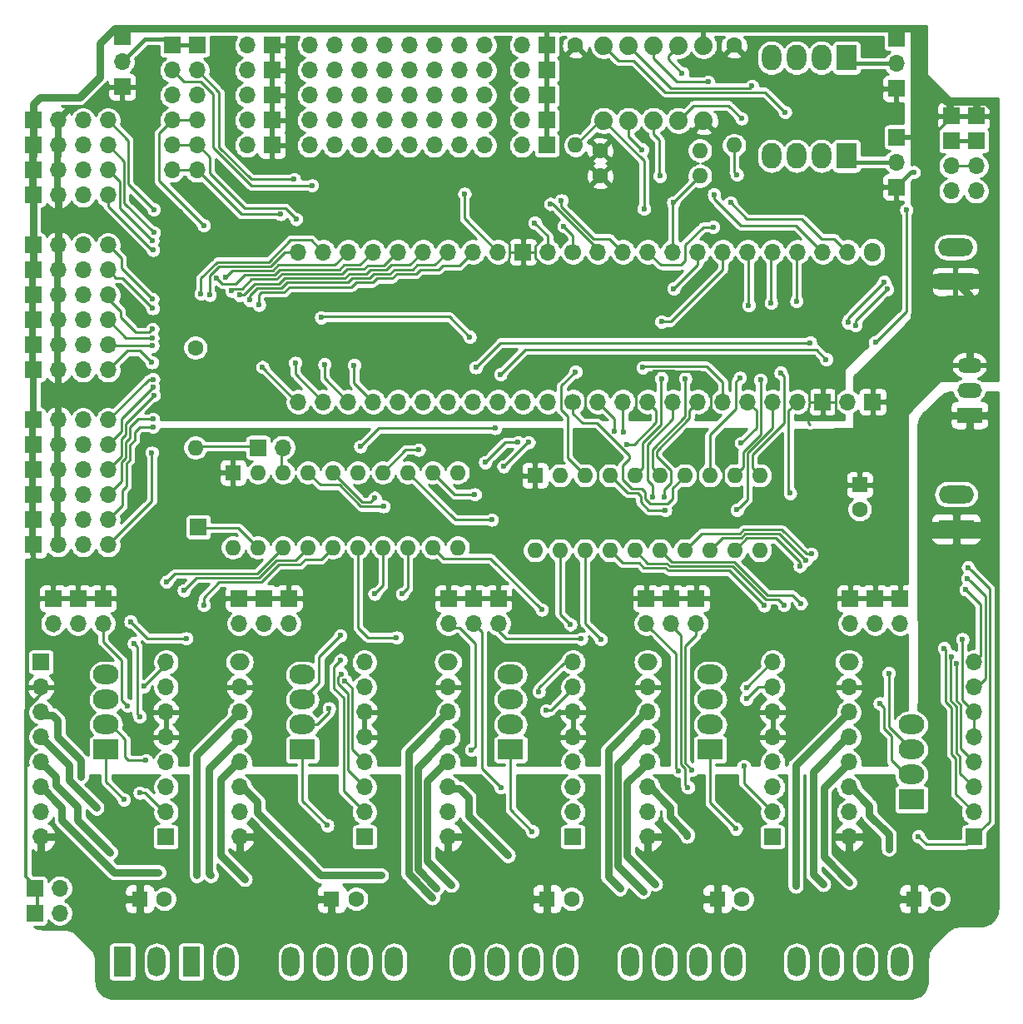
<source format=gbl>
G04 #@! TF.GenerationSoftware,KiCad,Pcbnew,(5.1.10)-1*
G04 #@! TF.CreationDate,2022-04-23T00:12:33-07:00*
G04 #@! TF.ProjectId,4Rose_5a_003_Black,34526f73-655f-4356-915f-3030335f426c,rev?*
G04 #@! TF.SameCoordinates,Original*
G04 #@! TF.FileFunction,Copper,L2,Bot*
G04 #@! TF.FilePolarity,Positive*
%FSLAX46Y46*%
G04 Gerber Fmt 4.6, Leading zero omitted, Abs format (unit mm)*
G04 Created by KiCad (PCBNEW (5.1.10)-1) date 2022-04-23 00:12:33*
%MOMM*%
%LPD*%
G01*
G04 APERTURE LIST*
G04 #@! TA.AperFunction,ComponentPad*
%ADD10C,1.879600*%
G04 #@! TD*
G04 #@! TA.AperFunction,ComponentPad*
%ADD11O,1.700000X1.700000*%
G04 #@! TD*
G04 #@! TA.AperFunction,ComponentPad*
%ADD12R,1.700000X1.700000*%
G04 #@! TD*
G04 #@! TA.AperFunction,ComponentPad*
%ADD13R,1.600000X1.600000*%
G04 #@! TD*
G04 #@! TA.AperFunction,ComponentPad*
%ADD14O,1.600000X1.600000*%
G04 #@! TD*
G04 #@! TA.AperFunction,ComponentPad*
%ADD15O,2.600000X2.000000*%
G04 #@! TD*
G04 #@! TA.AperFunction,ComponentPad*
%ADD16R,2.600000X2.000000*%
G04 #@! TD*
G04 #@! TA.AperFunction,ComponentPad*
%ADD17O,1.700000X1.955800*%
G04 #@! TD*
G04 #@! TA.AperFunction,ComponentPad*
%ADD18C,1.700000*%
G04 #@! TD*
G04 #@! TA.AperFunction,ComponentPad*
%ADD19O,1.998980X1.700000*%
G04 #@! TD*
G04 #@! TA.AperFunction,ComponentPad*
%ADD20O,1.800000X3.048000*%
G04 #@! TD*
G04 #@! TA.AperFunction,ComponentPad*
%ADD21C,1.600000*%
G04 #@! TD*
G04 #@! TA.AperFunction,ComponentPad*
%ADD22R,2.000000X2.600000*%
G04 #@! TD*
G04 #@! TA.AperFunction,ComponentPad*
%ADD23O,2.000000X2.600000*%
G04 #@! TD*
G04 #@! TA.AperFunction,ComponentPad*
%ADD24O,2.000000X1.700000*%
G04 #@! TD*
G04 #@! TA.AperFunction,ComponentPad*
%ADD25R,2.500000X1.500000*%
G04 #@! TD*
G04 #@! TA.AperFunction,ComponentPad*
%ADD26O,2.500000X1.500000*%
G04 #@! TD*
G04 #@! TA.AperFunction,ComponentPad*
%ADD27R,1.800000X3.048000*%
G04 #@! TD*
G04 #@! TA.AperFunction,ComponentPad*
%ADD28O,3.600000X1.800000*%
G04 #@! TD*
G04 #@! TA.AperFunction,ComponentPad*
%ADD29R,3.600000X1.800000*%
G04 #@! TD*
G04 #@! TA.AperFunction,ViaPad*
%ADD30C,0.600000*%
G04 #@! TD*
G04 #@! TA.AperFunction,Conductor*
%ADD31C,0.762000*%
G04 #@! TD*
G04 #@! TA.AperFunction,Conductor*
%ADD32C,0.254000*%
G04 #@! TD*
G04 #@! TA.AperFunction,Conductor*
%ADD33C,0.635000*%
G04 #@! TD*
G04 #@! TA.AperFunction,Conductor*
%ADD34C,0.381000*%
G04 #@! TD*
G04 #@! TA.AperFunction,Conductor*
%ADD35C,0.228600*%
G04 #@! TD*
G04 #@! TA.AperFunction,Conductor*
%ADD36C,1.727200*%
G04 #@! TD*
G04 #@! TA.AperFunction,Conductor*
%ADD37C,0.508000*%
G04 #@! TD*
G04 #@! TA.AperFunction,Conductor*
%ADD38C,1.524000*%
G04 #@! TD*
G04 #@! TA.AperFunction,Conductor*
%ADD39C,0.304800*%
G04 #@! TD*
G04 #@! TA.AperFunction,Conductor*
%ADD40C,0.100000*%
G04 #@! TD*
G04 APERTURE END LIST*
D10*
X173431200Y-78765400D03*
X175971200Y-78765400D03*
X178511200Y-78765400D03*
X181051200Y-78765400D03*
X183591200Y-78765400D03*
X173431200Y-86385400D03*
X175971200Y-86385400D03*
X178511200Y-86385400D03*
X181051200Y-86385400D03*
X183591200Y-86385400D03*
D11*
X118110000Y-164465000D03*
D12*
X115570000Y-164465000D03*
D13*
X166446200Y-122478800D03*
D14*
X189306200Y-130098800D03*
X168986200Y-122478800D03*
X186766200Y-130098800D03*
X171526200Y-122478800D03*
X184226200Y-130098800D03*
X174066200Y-122478800D03*
X181686200Y-130098800D03*
X176606200Y-122478800D03*
X179146200Y-130098800D03*
X179146200Y-122478800D03*
X176606200Y-130098800D03*
X181686200Y-122478800D03*
X174066200Y-130098800D03*
X184226200Y-122478800D03*
X171526200Y-130098800D03*
X186766200Y-122478800D03*
X168986200Y-130098800D03*
X189306200Y-122478800D03*
X166446200Y-130098800D03*
D11*
X143510000Y-88900000D03*
X143510000Y-86360000D03*
X143510000Y-83820000D03*
X143510000Y-81280000D03*
X143510000Y-78740000D03*
X146050000Y-88900000D03*
X146050000Y-86360000D03*
X146050000Y-83820000D03*
X146050000Y-81280000D03*
X146050000Y-78740000D03*
X148590000Y-78740000D03*
X148590000Y-81280000D03*
X148590000Y-83820000D03*
X148590000Y-86360000D03*
X148590000Y-88900000D03*
X151130000Y-78740000D03*
X151130000Y-81280000D03*
X151130000Y-83820000D03*
X151130000Y-86360000D03*
X151130000Y-88900000D03*
D15*
X142773400Y-142748000D03*
X142773400Y-145288000D03*
X142773400Y-147828000D03*
D16*
X142773400Y-150368000D03*
D17*
X200774300Y-99745800D03*
D11*
X198234300Y-99745800D03*
X195694300Y-99745800D03*
X193154300Y-99745800D03*
X190614300Y-99745800D03*
X188074300Y-99745800D03*
X185534300Y-99745800D03*
X182994300Y-99745800D03*
X180454300Y-99745800D03*
X177914300Y-99745800D03*
X175374300Y-99745800D03*
X172834300Y-99745800D03*
X142354300Y-114985800D03*
X144894300Y-114985800D03*
X147434300Y-114985800D03*
X149974300Y-114985800D03*
X152514300Y-114985800D03*
X155054300Y-114985800D03*
X157594300Y-114985800D03*
X160134300Y-114985800D03*
X162674300Y-114985800D03*
X165214300Y-114985800D03*
X167754300Y-114985800D03*
D18*
X170294300Y-114985800D03*
D11*
X172834300Y-114985800D03*
X175374300Y-114985800D03*
X177914300Y-114985800D03*
X180454300Y-114985800D03*
X182994300Y-114985800D03*
X185534300Y-114985800D03*
X188074300Y-114985800D03*
X190614300Y-114985800D03*
X193154300Y-114985800D03*
D12*
X195694300Y-114985800D03*
D11*
X198234300Y-114985800D03*
D12*
X200774300Y-114985800D03*
D18*
X170294300Y-99745800D03*
D11*
X167754300Y-99745800D03*
D12*
X165214300Y-99745800D03*
D11*
X162674300Y-99745800D03*
X160134300Y-99745800D03*
X157594300Y-99745800D03*
X155054300Y-99745800D03*
X152514300Y-99745800D03*
X149974300Y-99745800D03*
X147434300Y-99745800D03*
X144894300Y-99745800D03*
X142354300Y-99745800D03*
D19*
X177901600Y-141478000D03*
D11*
X177901600Y-144018000D03*
X177901600Y-146558000D03*
X177901600Y-149098000D03*
X177901600Y-151638000D03*
X177901600Y-154178000D03*
X177901600Y-156718000D03*
X177901600Y-159258000D03*
D12*
X167640000Y-78740000D03*
D11*
X165100000Y-78740000D03*
D12*
X167640000Y-81280000D03*
D11*
X165100000Y-81280000D03*
D12*
X167640000Y-83820000D03*
D11*
X165100000Y-83820000D03*
D12*
X167640000Y-86360000D03*
D11*
X165100000Y-86360000D03*
D12*
X167640000Y-88900000D03*
D11*
X165100000Y-88900000D03*
X137160000Y-88900000D03*
D12*
X139700000Y-88900000D03*
D11*
X137160000Y-86360000D03*
D12*
X139700000Y-86360000D03*
D11*
X137160000Y-83820000D03*
D12*
X139700000Y-83820000D03*
D11*
X137160000Y-81280000D03*
D12*
X139700000Y-81280000D03*
D11*
X137160000Y-78740000D03*
D12*
X139700000Y-78740000D03*
D14*
X135724900Y-129806700D03*
X158584900Y-122186700D03*
X138264900Y-129806700D03*
X156044900Y-122186700D03*
X140804900Y-129806700D03*
X153504900Y-122186700D03*
X143344900Y-129806700D03*
X150964900Y-122186700D03*
X145884900Y-129806700D03*
X148424900Y-122186700D03*
X148424900Y-129806700D03*
X145884900Y-122186700D03*
X150964900Y-129806700D03*
X143344900Y-122186700D03*
X153504900Y-129806700D03*
X140804900Y-122186700D03*
X156044900Y-129806700D03*
X138264900Y-122186700D03*
X158584900Y-129806700D03*
D13*
X135724900Y-122186700D03*
D20*
X193040000Y-171958000D03*
X196540000Y-171958000D03*
X200040000Y-171958000D03*
X203540000Y-171958000D03*
X186598200Y-171958000D03*
X183098200Y-171958000D03*
X179598200Y-171958000D03*
X176098200Y-171958000D03*
X169516700Y-171958000D03*
X166016700Y-171958000D03*
X162516700Y-171958000D03*
X159016700Y-171958000D03*
X141605000Y-171958000D03*
X145105000Y-171958000D03*
X148605000Y-171958000D03*
X152105000Y-171958000D03*
D12*
X132080000Y-78740000D03*
D11*
X132080000Y-81280000D03*
X132080000Y-83820000D03*
X132080000Y-86360000D03*
X132080000Y-88900000D03*
X132080000Y-91440000D03*
D12*
X129540000Y-78740000D03*
D11*
X129540000Y-81280000D03*
X129540000Y-83820000D03*
X129540000Y-86360000D03*
X129540000Y-88900000D03*
X129540000Y-91440000D03*
D12*
X211302600Y-85928199D03*
X211302600Y-88468199D03*
D11*
X211302600Y-91008199D03*
X211302600Y-93548199D03*
X208762600Y-93548200D03*
X208762600Y-91008200D03*
D12*
X208762600Y-88468200D03*
X208762600Y-85928200D03*
D21*
X199466200Y-125931300D03*
D13*
X199466200Y-123431300D03*
D16*
X204724000Y-155448000D03*
D15*
X204724000Y-152908000D03*
X204724000Y-150368000D03*
X204724000Y-147828000D03*
D22*
X198120000Y-89979500D03*
D23*
X195580000Y-89979500D03*
X193040000Y-89979500D03*
X190500000Y-89979500D03*
X190500000Y-80010000D03*
X193040000Y-80010000D03*
X195580000Y-80010000D03*
D22*
X198120000Y-80010000D03*
D15*
X184251600Y-142748000D03*
X184251600Y-145288000D03*
X184251600Y-147828000D03*
D16*
X184251600Y-150368000D03*
X163944300Y-150368000D03*
D15*
X163944300Y-147828000D03*
X163944300Y-145288000D03*
X163944300Y-142748000D03*
D12*
X141401800Y-135001000D03*
D11*
X141401800Y-137541000D03*
D12*
X138861800Y-135001000D03*
D11*
X138861800Y-137541000D03*
D12*
X136321800Y-135001000D03*
D11*
X136321800Y-137541000D03*
X157619700Y-137541000D03*
D12*
X157619700Y-135001000D03*
D11*
X160159700Y-137541000D03*
D12*
X160159700Y-135001000D03*
D11*
X162699700Y-137541000D03*
D12*
X162699700Y-135001000D03*
X203568300Y-135001000D03*
D11*
X203568300Y-137541000D03*
D12*
X201028300Y-135001000D03*
D11*
X201028300Y-137541000D03*
D12*
X198488300Y-135001000D03*
D11*
X198488300Y-137541000D03*
X177736500Y-137541000D03*
D12*
X177736500Y-135001000D03*
D11*
X180276500Y-137541000D03*
D12*
X180276500Y-135001000D03*
D11*
X182816500Y-137541000D03*
D12*
X182816500Y-135001000D03*
D21*
X187488200Y-165544500D03*
D13*
X184988200Y-165544500D03*
D12*
X203200000Y-93147154D03*
D11*
X203200000Y-90607154D03*
D12*
X203200000Y-88067154D03*
X203200000Y-78054200D03*
D11*
X203200000Y-80594200D03*
D12*
X203200000Y-83134200D03*
X124460000Y-77876400D03*
D11*
X124460000Y-80416400D03*
D12*
X124460000Y-82956400D03*
D24*
X198374000Y-141478000D03*
D11*
X198374000Y-144018000D03*
X198374000Y-146558000D03*
X198374000Y-149098000D03*
X198374000Y-151638000D03*
X198374000Y-154178000D03*
X198374000Y-156718000D03*
X198374000Y-159258000D03*
X211074000Y-141478000D03*
X211074000Y-144018000D03*
X211074000Y-146558000D03*
X211074000Y-149098000D03*
X211074000Y-151638000D03*
X211074000Y-154178000D03*
X211074000Y-156718000D03*
D12*
X211074000Y-159258000D03*
D11*
X190601600Y-141478000D03*
X190601600Y-144018000D03*
X190601600Y-146558000D03*
X190601600Y-149098000D03*
X190601600Y-151638000D03*
X190601600Y-154178000D03*
X190601600Y-156718000D03*
D12*
X190601600Y-159258000D03*
D24*
X157594300Y-141478000D03*
D11*
X157594300Y-144018000D03*
X157594300Y-146558000D03*
X157594300Y-149098000D03*
X157594300Y-151638000D03*
X157594300Y-154178000D03*
X157594300Y-156718000D03*
X157594300Y-159258000D03*
D24*
X136398000Y-141478000D03*
D11*
X136398000Y-144018000D03*
X136398000Y-146558000D03*
X136398000Y-149098000D03*
X136398000Y-151638000D03*
X136398000Y-154178000D03*
X136398000Y-156718000D03*
X136398000Y-159258000D03*
X170294300Y-141478000D03*
X170294300Y-144018000D03*
X170294300Y-146558000D03*
X170294300Y-149098000D03*
X170294300Y-151638000D03*
X170294300Y-154178000D03*
X170294300Y-156718000D03*
D12*
X170294300Y-159258000D03*
D11*
X149098000Y-141478000D03*
X149098000Y-144018000D03*
X149098000Y-146558000D03*
X149098000Y-149098000D03*
X149098000Y-151638000D03*
X149098000Y-154178000D03*
X149098000Y-156718000D03*
D12*
X149098000Y-159258000D03*
D11*
X123012200Y-88900000D03*
X120472200Y-88900000D03*
X117932200Y-88900000D03*
D12*
X115392200Y-88900000D03*
D11*
X123012200Y-91440000D03*
X120472200Y-91440000D03*
X117932200Y-91440000D03*
D12*
X115392200Y-91440000D03*
X115392200Y-93980000D03*
D11*
X117932200Y-93980000D03*
X120472200Y-93980000D03*
X123012200Y-93980000D03*
D12*
X115392200Y-99060000D03*
D11*
X117932200Y-99060000D03*
X120472200Y-99060000D03*
X123012200Y-99060000D03*
X123012200Y-101600000D03*
X120472200Y-101600000D03*
X117932200Y-101600000D03*
D12*
X115392200Y-101600000D03*
X115392200Y-104140000D03*
D11*
X117932200Y-104140000D03*
X120472200Y-104140000D03*
X123012200Y-104140000D03*
X123012200Y-106680000D03*
X120472200Y-106680000D03*
X117932200Y-106680000D03*
D12*
X115392200Y-106680000D03*
X115392200Y-109220000D03*
D11*
X117932200Y-109220000D03*
X120472200Y-109220000D03*
X123012200Y-109220000D03*
X123012200Y-111760000D03*
X120472200Y-111760000D03*
X117932200Y-111760000D03*
D12*
X115392200Y-111760000D03*
X115392200Y-116840000D03*
D11*
X117932200Y-116840000D03*
X120472200Y-116840000D03*
X123012200Y-116840000D03*
X123012200Y-119380000D03*
X120472200Y-119380000D03*
X117932200Y-119380000D03*
D12*
X115392200Y-119380000D03*
X115392200Y-121920000D03*
D11*
X117932200Y-121920000D03*
X120472200Y-121920000D03*
X123012200Y-121920000D03*
X123012200Y-124460000D03*
X120472200Y-124460000D03*
X117932200Y-124460000D03*
D12*
X115392200Y-124460000D03*
X115392200Y-127000000D03*
D11*
X117932200Y-127000000D03*
X120472200Y-127000000D03*
X123012200Y-127000000D03*
X123012200Y-129540000D03*
X120472200Y-129540000D03*
X117932200Y-129540000D03*
D12*
X115392200Y-129540000D03*
D25*
X210629500Y-116357400D03*
D26*
X210629500Y-113817400D03*
X210629500Y-111277400D03*
D21*
X148257900Y-165544500D03*
D13*
X145757900Y-165544500D03*
X167652700Y-165544500D03*
D21*
X170152700Y-165544500D03*
X207478000Y-165544500D03*
D13*
X204978000Y-165544500D03*
D11*
X153670000Y-78740000D03*
X153670000Y-81280000D03*
X153670000Y-83820000D03*
X153670000Y-86360000D03*
X153670000Y-88900000D03*
X156210000Y-88900000D03*
X156210000Y-86360000D03*
X156210000Y-83820000D03*
X156210000Y-81280000D03*
X156210000Y-78740000D03*
D20*
X134960000Y-171958000D03*
D27*
X131460000Y-171958000D03*
D20*
X127960000Y-171958000D03*
D27*
X124460000Y-171958000D03*
D11*
X116205000Y-159258000D03*
X116205000Y-156718000D03*
X116205000Y-154178000D03*
X116205000Y-151638000D03*
X116205000Y-149098000D03*
X116205000Y-146558000D03*
X116205000Y-144018000D03*
D12*
X116205000Y-141478000D03*
X128905000Y-159258000D03*
D11*
X128905000Y-156718000D03*
X128905000Y-154178000D03*
X128905000Y-151638000D03*
X128905000Y-149098000D03*
X128905000Y-146558000D03*
X128905000Y-144018000D03*
X128905000Y-141478000D03*
X117411500Y-137541000D03*
D12*
X117411500Y-135001000D03*
D11*
X119951500Y-137541000D03*
D12*
X119951500Y-135001000D03*
D11*
X122491500Y-137541000D03*
D12*
X122491500Y-135001000D03*
D15*
X122809000Y-142748000D03*
X122809000Y-145288000D03*
X122809000Y-147828000D03*
D16*
X122809000Y-150368000D03*
D21*
X128738000Y-165544500D03*
D13*
X126238000Y-165544500D03*
D28*
X209270600Y-124414400D03*
D29*
X209270600Y-127914400D03*
X209219800Y-102781100D03*
D28*
X209219800Y-99281100D03*
D11*
X123012200Y-86360000D03*
X120472200Y-86360000D03*
X117932200Y-86360000D03*
D12*
X115392200Y-86360000D03*
D21*
X131902200Y-109486700D03*
D14*
X131902200Y-119646700D03*
D12*
X132194300Y-127736600D03*
D11*
X140804900Y-119646700D03*
D12*
X138264900Y-119646700D03*
D11*
X158750000Y-78740000D03*
X158750000Y-81280000D03*
X158750000Y-83820000D03*
X158750000Y-86360000D03*
X158750000Y-88900000D03*
X161290000Y-88900000D03*
X161290000Y-86360000D03*
X161290000Y-83820000D03*
X161290000Y-81280000D03*
X161290000Y-78740000D03*
D12*
X115570000Y-167005000D03*
D11*
X118110000Y-167005000D03*
D14*
X170561000Y-88900000D03*
D21*
X170561000Y-78740000D03*
X173062900Y-89433400D03*
D14*
X183222900Y-89433400D03*
X183222900Y-92024200D03*
D21*
X173062900Y-92024200D03*
X186690000Y-78740000D03*
D14*
X186690000Y-88900000D03*
D30*
X133477000Y-163131500D03*
X132029200Y-163131500D03*
X150787100Y-163156900D03*
X136918700Y-163525200D03*
X156400500Y-164439600D03*
X156002022Y-165401608D03*
X163677600Y-161124900D03*
X157937200Y-164122100D03*
X177431700Y-164782500D03*
X175069500Y-164490400D03*
X181902100Y-159143700D03*
X178663600Y-164020500D03*
X204978000Y-91655900D03*
X144678400Y-106426000D03*
X132753100Y-97066100D03*
X159791400Y-108394500D03*
X142151100Y-96405700D03*
X166408100Y-96786700D03*
X148666200Y-119532400D03*
X162369500Y-117678198D03*
X174545302Y-118001090D03*
X160312100Y-124409200D03*
X163245800Y-121551700D03*
X175450500Y-118071900D03*
X165784677Y-119118010D03*
X154609800Y-119862600D03*
X175767267Y-119323301D03*
X150126700Y-124764800D03*
X178367733Y-124705067D03*
X151015700Y-125633110D03*
X179590700Y-124688598D03*
X170561000Y-111937800D03*
X177393600Y-111506000D03*
X161366200Y-121158000D03*
X164714216Y-119118010D03*
X187390182Y-119182652D03*
X186982100Y-125988710D03*
X179692300Y-125996698D03*
X192379600Y-124294900D03*
X162026600Y-126988821D03*
X201053700Y-108927900D03*
X204216000Y-95491300D03*
X140589000Y-95902410D03*
X169365591Y-97145858D03*
X168008300Y-94873710D03*
X143751300Y-92989400D03*
X169125900Y-94526100D03*
X141922500Y-92375090D03*
X180492400Y-94716600D03*
X179132802Y-92030064D03*
X180530500Y-103479600D03*
X181722187Y-112628310D03*
X179298600Y-106845100D03*
X179299250Y-112628310D03*
X187274200Y-112547400D03*
X188175900Y-105168700D03*
X189369700Y-112776000D03*
X190449200Y-104940100D03*
X193040000Y-104749600D03*
X191427100Y-112031410D03*
X184569100Y-97205800D03*
X187439300Y-86182200D03*
X186969400Y-91897200D03*
X177330100Y-89344500D03*
X184645300Y-93903800D03*
X177520600Y-95377000D03*
X186342390Y-94742000D03*
X147116800Y-143383000D03*
X146715849Y-142679051D03*
X159981900Y-150406100D03*
X162953700Y-154190700D03*
X181055352Y-152520165D03*
X181998791Y-154211116D03*
X146662185Y-141272219D03*
X171132500Y-139077700D03*
X187680600Y-152044400D03*
X182422800Y-152412700D03*
X138713196Y-111469568D03*
X127469900Y-110985300D03*
X142049500Y-111021879D03*
X127599483Y-112702383D03*
X145034000Y-111188500D03*
X127597325Y-113502392D03*
X148043900Y-111264700D03*
X127660400Y-114338100D03*
X127571500Y-116725700D03*
X127596900Y-117525800D03*
X127469900Y-120167400D03*
X198272400Y-106934000D03*
X194424300Y-108978700D03*
X160413700Y-111480600D03*
X201942700Y-102806498D03*
X196049900Y-110680500D03*
X199047100Y-107213400D03*
X162928300Y-112191800D03*
X202239247Y-103549522D03*
X209909699Y-139145299D03*
X137417056Y-104643142D03*
X127520700Y-98615500D03*
X136385995Y-104138331D03*
X127596900Y-99555300D03*
X135584997Y-103695081D03*
X127520700Y-104546400D03*
X133997700Y-102374700D03*
X127558800Y-105486200D03*
X127520700Y-107581700D03*
X134929657Y-102311200D03*
X127520700Y-108483400D03*
X132444956Y-104011177D03*
X133349913Y-104116121D03*
X127540394Y-109304803D03*
X138366500Y-105147953D03*
X127660400Y-97777300D03*
X127673100Y-95440500D03*
X159270700Y-93853000D03*
X210261200Y-134099300D03*
X202412600Y-142595600D03*
X193361697Y-131708420D03*
X201498200Y-145669000D03*
X210439000Y-132943600D03*
X193940580Y-131091197D03*
X205435200Y-159194500D03*
X210489800Y-131838700D03*
X194544773Y-130472805D03*
X208051400Y-140055600D03*
X208805410Y-140893800D03*
X209295389Y-141625690D03*
X166814500Y-144462500D03*
X170037550Y-137634683D03*
X167576500Y-146392900D03*
X167132000Y-136118600D03*
X173139100Y-139153900D03*
X166154100Y-158673800D03*
X193471800Y-135483600D03*
X186867800Y-158407100D03*
X189738000Y-135712200D03*
X187972700Y-144056100D03*
X191757300Y-135648700D03*
X187934600Y-145199100D03*
X150126700Y-134518400D03*
X146646900Y-138760200D03*
X152933400Y-134518400D03*
X145491202Y-146177000D03*
X145313400Y-158076900D03*
X152361900Y-138963400D03*
X192963800Y-164223700D03*
X195770500Y-164045900D03*
X198424800Y-163855400D03*
X202437998Y-160451802D03*
X191871600Y-85547200D03*
X188505264Y-82888190D03*
X184061100Y-82459579D03*
X181406800Y-81572100D03*
X128143000Y-162839400D03*
X123215400Y-160820100D03*
X121831100Y-156298900D03*
X120269000Y-153111200D03*
X124625100Y-155448000D03*
X132753957Y-135674957D03*
X125014090Y-145902310D03*
X126225300Y-154762200D03*
X125628400Y-139547600D03*
X126238000Y-147015200D03*
X130949700Y-139052300D03*
X125298200Y-137337800D03*
X130721100Y-134188200D03*
X126871588Y-151440922D03*
X126657100Y-143929100D03*
X128955800Y-133311900D03*
D31*
X133261100Y-162915600D02*
X133477000Y-163131500D01*
X133261100Y-152247600D02*
X133261100Y-162915600D01*
X136398000Y-149110700D02*
X133261100Y-152247600D01*
X136398000Y-149098000D02*
X136398000Y-149110700D01*
X132029200Y-150926800D02*
X132029200Y-163131500D01*
X136398000Y-146558000D02*
X132029200Y-150926800D01*
X138201400Y-156743400D02*
X144614900Y-163156900D01*
X144614900Y-163156900D02*
X150787100Y-163156900D01*
X138201400Y-155689300D02*
X138201400Y-156743400D01*
X136690100Y-154178000D02*
X138201400Y-155689300D01*
X136398000Y-154178000D02*
X136690100Y-154178000D01*
X134454900Y-161061400D02*
X136918700Y-163525200D01*
X134454900Y-153390600D02*
X134454900Y-161061400D01*
X136207500Y-151638000D02*
X134454900Y-153390600D01*
X136398000Y-151638000D02*
X136207500Y-151638000D01*
X156400500Y-164439600D02*
X154524089Y-162563189D01*
X154524089Y-162563189D02*
X154524089Y-152168211D01*
X154524089Y-152168211D02*
X157594300Y-149098000D01*
X157594300Y-146558000D02*
X153562078Y-150590222D01*
X153562078Y-162961664D02*
X156002022Y-165401608D01*
X153562078Y-150590222D02*
X153562078Y-162961664D01*
X158775400Y-154330400D02*
X158203900Y-154330400D01*
X159677100Y-155232100D02*
X158775400Y-154330400D01*
X159677100Y-157124400D02*
X159677100Y-155232100D01*
X163677600Y-161124900D02*
X159677100Y-157124400D01*
X155486100Y-161671000D02*
X157937200Y-164122100D01*
X157403800Y-151638000D02*
X155486100Y-153555700D01*
X157594300Y-151638000D02*
X157403800Y-151638000D01*
X155486100Y-153555700D02*
X155486100Y-161671000D01*
X174856789Y-162207589D02*
X177431700Y-164782500D01*
X174856789Y-151825311D02*
X174856789Y-162207589D01*
X177584100Y-149098000D02*
X174856789Y-151825311D01*
X177901600Y-149098000D02*
X177584100Y-149098000D01*
X177761900Y-146558000D02*
X177901600Y-146558000D01*
X173894778Y-150425122D02*
X177761900Y-146558000D01*
X173894778Y-163315678D02*
X173894778Y-150425122D01*
X175069500Y-164490400D02*
X173894778Y-163315678D01*
X181902100Y-158940500D02*
X181902100Y-159143700D01*
X180174900Y-157213300D02*
X181902100Y-158940500D01*
X180174900Y-156235400D02*
X180174900Y-157213300D01*
X178117500Y-154178000D02*
X180174900Y-156235400D01*
X177901600Y-154178000D02*
X178117500Y-154178000D01*
X177214719Y-152324881D02*
X177901600Y-151638000D01*
X175818800Y-161175700D02*
X175818800Y-153720800D01*
X175818800Y-153720800D02*
X177214719Y-152324881D01*
X178663600Y-164020500D02*
X175818800Y-161175700D01*
D32*
X117856000Y-127939800D02*
X117856000Y-129141881D01*
X117856000Y-129141881D02*
X117949319Y-129235200D01*
D33*
X117856000Y-88823800D02*
X117856000Y-91363800D01*
X117856000Y-91363800D02*
X117856000Y-93903800D01*
X117856000Y-90093800D02*
X117856000Y-92633800D01*
X117856000Y-101523800D02*
X117856000Y-104063800D01*
X117856000Y-104063800D02*
X117856000Y-106603800D01*
X117856000Y-106603800D02*
X117856000Y-109143800D01*
X117856000Y-109143800D02*
X117856000Y-111683800D01*
X117856000Y-116763800D02*
X117856000Y-119303800D01*
X117856000Y-119303800D02*
X117856000Y-121843800D01*
X117856000Y-121843800D02*
X117856000Y-124383800D01*
X117856000Y-124383800D02*
X117856000Y-126923800D01*
X117856000Y-126923800D02*
X117856000Y-129463800D01*
D31*
X117932200Y-99060000D02*
X117932200Y-101600000D01*
D34*
X209841201Y-88468199D02*
X211302600Y-88468199D01*
X208762600Y-88468200D02*
X209841201Y-88468199D01*
D33*
X117932200Y-89992200D02*
X117932200Y-86360000D01*
X117932200Y-111760000D02*
X117932200Y-116840000D01*
D31*
X117932200Y-93980000D02*
X117932200Y-99060000D01*
D33*
X117932200Y-86360000D02*
X119062500Y-85229700D01*
D35*
X180530500Y-112014000D02*
X180530500Y-112636300D01*
X184302400Y-113042700D02*
X184302400Y-116522500D01*
X183121300Y-111861600D02*
X184302400Y-113042700D01*
X180682900Y-111861600D02*
X183121300Y-111861600D01*
X180530500Y-112014000D02*
X180682900Y-111861600D01*
X180644800Y-111899700D02*
X180530500Y-112014000D01*
X180644800Y-111848900D02*
X180644800Y-111899700D01*
X178523900Y-111848900D02*
X180644800Y-111848900D01*
X177952400Y-112420400D02*
X178523900Y-111848900D01*
X176682400Y-112420400D02*
X177952400Y-112420400D01*
X176682400Y-112420400D02*
X176682400Y-116319300D01*
X176110900Y-111848900D02*
X173228000Y-111848900D01*
X176110900Y-111848900D02*
X176682400Y-112420400D01*
X173228000Y-111848900D02*
X171513500Y-113563400D01*
X171513500Y-113563400D02*
X171513500Y-116001800D01*
X197027800Y-113588800D02*
X197396100Y-113220500D01*
X197027800Y-114985800D02*
X197027800Y-113588800D01*
X195694300Y-114985800D02*
X197027800Y-114985800D01*
X197053200Y-113855500D02*
X197370700Y-113538000D01*
X197053200Y-116751100D02*
X197053200Y-113855500D01*
X195719700Y-116751100D02*
X197053200Y-116751100D01*
X195694300Y-116725700D02*
X195719700Y-116751100D01*
X195694300Y-114985800D02*
X195694300Y-116725700D01*
X175856900Y-111594900D02*
X176110900Y-111848900D01*
X175856900Y-111226600D02*
X175856900Y-111594900D01*
X184277000Y-110566200D02*
X176517300Y-110566200D01*
X176517300Y-110566200D02*
X175856900Y-111226600D01*
X184708800Y-110998000D02*
X184277000Y-110566200D01*
X194043300Y-110998000D02*
X184708800Y-110998000D01*
X195694300Y-112649000D02*
X194043300Y-110998000D01*
X195694300Y-114985800D02*
X195694300Y-112649000D01*
X194449700Y-114985800D02*
X194398900Y-115036600D01*
X195694300Y-114985800D02*
X194449700Y-114985800D01*
X194335400Y-113715800D02*
X194335400Y-114973100D01*
X194195700Y-113576100D02*
X194335400Y-113715800D01*
X194195700Y-113169700D02*
X194195700Y-113576100D01*
X194716400Y-112649000D02*
X194195700Y-113169700D01*
X194335400Y-114973100D02*
X194398900Y-115036600D01*
X195694300Y-112649000D02*
X194716400Y-112649000D01*
X194246500Y-117157500D02*
X194398900Y-117309900D01*
X194246500Y-115616766D02*
X194246500Y-117157500D01*
X194318601Y-115544665D02*
X194246500Y-115616766D01*
X194318601Y-115116899D02*
X194318601Y-115544665D01*
X194398900Y-115036600D02*
X194318601Y-115116899D01*
X165214300Y-99745800D02*
X165214300Y-101841300D01*
X163741100Y-101104700D02*
X163537900Y-101307900D01*
X163838601Y-100304665D02*
X163741100Y-100402166D01*
X163838601Y-99745800D02*
X163838601Y-100304665D01*
X163741100Y-100402166D02*
X163741100Y-101104700D01*
X165214300Y-99745800D02*
X163838601Y-99745800D01*
X165214300Y-99745800D02*
X165214300Y-98132900D01*
X165214300Y-98132900D02*
X165328600Y-98018600D01*
X165328600Y-98018600D02*
X166331900Y-98018600D01*
X167424100Y-101269800D02*
X167424100Y-101307900D01*
X167411400Y-101257100D02*
X167424100Y-101269800D01*
X167360600Y-101257100D02*
X167411400Y-101257100D01*
X166458900Y-100355400D02*
X167360600Y-101257100D01*
X166458900Y-99771200D02*
X166458900Y-100355400D01*
X166446200Y-99758500D02*
X166458900Y-99771200D01*
X166458900Y-99136200D02*
X166776400Y-98818700D01*
X166458900Y-99758500D02*
X166458900Y-99136200D01*
X166446200Y-99771200D02*
X166458900Y-99758500D01*
X166420800Y-99745800D02*
X166446200Y-99771200D01*
X165214300Y-99745800D02*
X166420800Y-99745800D01*
X163838601Y-99017801D02*
X163715700Y-98894900D01*
X163838601Y-99745800D02*
X163838601Y-99017801D01*
D34*
X204691254Y-91655900D02*
X204978000Y-91655900D01*
X203486746Y-92860408D02*
X204691254Y-91655900D01*
X203486746Y-93147154D02*
X203486746Y-92860408D01*
D36*
X211582000Y-128079500D02*
X206806800Y-128079500D01*
D35*
X157734000Y-106337100D02*
X159791400Y-108394500D01*
X144767300Y-106337100D02*
X157734000Y-106337100D01*
X144678400Y-106426000D02*
X144767300Y-106337100D01*
X128219200Y-87680800D02*
X129540000Y-86360000D01*
X128219200Y-92519500D02*
X128219200Y-87680800D01*
X130704301Y-95004601D02*
X128219200Y-92519500D01*
X130704301Y-95017301D02*
X130704301Y-95004601D01*
X132753100Y-97066100D02*
X130704301Y-95017301D01*
X132080000Y-86360000D02*
X129540000Y-86360000D01*
X129540000Y-88900000D02*
X132080000Y-88900000D01*
X141033500Y-95288100D02*
X142151100Y-96405700D01*
X136931400Y-95288100D02*
X141033500Y-95288100D01*
X133362700Y-91719400D02*
X136931400Y-95288100D01*
X133362700Y-90106500D02*
X133362700Y-91719400D01*
X132156200Y-88900000D02*
X133362700Y-90106500D01*
X132080000Y-88900000D02*
X132156200Y-88900000D01*
X167754300Y-99745800D02*
X167754300Y-98132900D01*
X167754300Y-98132900D02*
X166408100Y-96786700D01*
X171251219Y-117144800D02*
X170294300Y-116187881D01*
X172720000Y-117144800D02*
X171251219Y-117144800D01*
X176022000Y-120446800D02*
X172720000Y-117144800D01*
X181686200Y-122478800D02*
X181686200Y-122529600D01*
X181686200Y-122529600D02*
X180435785Y-123780015D01*
X170294300Y-116187881D02*
X170294300Y-114985800D01*
X176022000Y-120815100D02*
X176022000Y-120446800D01*
X178138198Y-125344298D02*
X177673000Y-124879100D01*
X180435785Y-124860585D02*
X179952072Y-125344298D01*
X177673000Y-124193300D02*
X177278383Y-123798683D01*
X177673000Y-124879100D02*
X177673000Y-124193300D01*
X177278383Y-123798683D02*
X176276917Y-123798683D01*
X180435785Y-123780015D02*
X180435785Y-124860585D01*
X176276917Y-123798683D02*
X175348900Y-122870666D01*
X175348900Y-121488200D02*
X176022000Y-120815100D01*
X179952072Y-125344298D02*
X178138198Y-125344298D01*
X175348900Y-122870666D02*
X175348900Y-121488200D01*
X148666200Y-119532400D02*
X150520402Y-117678198D01*
X150520402Y-117678198D02*
X162369500Y-117678198D01*
X174545302Y-116696802D02*
X174545302Y-118001090D01*
X172834300Y-114985800D02*
X174545302Y-116696802D01*
X158267400Y-124409200D02*
X160312100Y-124409200D01*
X156044900Y-122186700D02*
X158267400Y-124409200D01*
X175374300Y-114985800D02*
X175374300Y-117995700D01*
X175374300Y-117995700D02*
X175450500Y-118071900D01*
X165679490Y-119118010D02*
X165784677Y-119118010D01*
X163245800Y-121551700D02*
X165679490Y-119118010D01*
X150964900Y-122186700D02*
X153289000Y-119862600D01*
X153289000Y-119862600D02*
X154609800Y-119862600D01*
X176510499Y-119323301D02*
X175767267Y-119323301D01*
X178777900Y-117055900D02*
X176510499Y-119323301D01*
X178777900Y-115849400D02*
X178777900Y-117055900D01*
X177914300Y-114985800D02*
X178777900Y-115849400D01*
X178367733Y-123516433D02*
X178367733Y-124705067D01*
X177876200Y-123024900D02*
X178367733Y-123516433D01*
X177876200Y-119334992D02*
X177876200Y-123024900D01*
X180454300Y-116756892D02*
X177876200Y-119334992D01*
X180454300Y-114985800D02*
X180454300Y-116756892D01*
X149707600Y-125183900D02*
X150126700Y-124764800D01*
X148882100Y-125183900D02*
X149707600Y-125183900D01*
X145884900Y-122186700D02*
X148882100Y-125183900D01*
X148721710Y-125633110D02*
X151015700Y-125633110D01*
X146538950Y-123450350D02*
X148721710Y-125633110D01*
X144608550Y-123450350D02*
X146538950Y-123450350D01*
X143344900Y-122186700D02*
X144608550Y-123450350D01*
X180260501Y-123282199D02*
X179590700Y-123952000D01*
X180260501Y-121992901D02*
X180260501Y-123282199D01*
X178790600Y-120523000D02*
X180260501Y-121992901D01*
X179590700Y-123952000D02*
X179590700Y-124688598D01*
X178790600Y-119989600D02*
X178790600Y-120523000D01*
X182144301Y-116635899D02*
X178790600Y-119989600D01*
X182144301Y-115835799D02*
X182144301Y-116635899D01*
X182994300Y-114985800D02*
X182144301Y-115835799D01*
X185534300Y-113783719D02*
X185534300Y-114985800D01*
X185534300Y-112979200D02*
X185534300Y-113783719D01*
X183921400Y-111366300D02*
X185534300Y-112979200D01*
X177533300Y-111366300D02*
X183921400Y-111366300D01*
X177393600Y-111506000D02*
X177533300Y-111366300D01*
X169129999Y-113368801D02*
X170561000Y-111937800D01*
X169129999Y-115828099D02*
X169129999Y-113368801D01*
X169760900Y-116459000D02*
X169129999Y-115828099D01*
X169760900Y-120713500D02*
X169760900Y-116459000D01*
X171526200Y-122478800D02*
X169760900Y-120713500D01*
X163406190Y-119118010D02*
X164714216Y-119118010D01*
X161366200Y-121158000D02*
X163406190Y-119118010D01*
X188950600Y-117622234D02*
X187390182Y-119182652D01*
X188950600Y-115862100D02*
X188950600Y-117622234D01*
X188074300Y-114985800D02*
X188950600Y-115862100D01*
X178003198Y-125996698D02*
X179692300Y-125996698D01*
X177203100Y-125196600D02*
X178003198Y-125996698D01*
X177203100Y-124587000D02*
X177203100Y-125196600D01*
X176872900Y-124256800D02*
X177203100Y-124587000D01*
X175844200Y-124256800D02*
X176872900Y-124256800D01*
X174066200Y-122478800D02*
X175844200Y-124256800D01*
X188058411Y-120217935D02*
X188058411Y-124912399D01*
X188058411Y-124912399D02*
X187282099Y-125688711D01*
X190614300Y-117662046D02*
X188058411Y-120217935D01*
X190614300Y-114985800D02*
X190614300Y-117662046D01*
X187282099Y-125688711D02*
X186982100Y-125988710D01*
X192227200Y-124142500D02*
X192227200Y-115912900D01*
X192227200Y-115912900D02*
X193154300Y-114985800D01*
X192379600Y-124294900D02*
X192227200Y-124142500D01*
X153504900Y-122186700D02*
X158307021Y-126988821D01*
X158307021Y-126988821D02*
X162026600Y-126988821D01*
X209964682Y-91008199D02*
X211302600Y-91008199D01*
X208762600Y-91008200D02*
X209964682Y-91008199D01*
X201053700Y-108927900D02*
X204216000Y-105765600D01*
X204216000Y-105765600D02*
X204216000Y-95491300D01*
X132080000Y-91440000D02*
X129540000Y-91440000D01*
X132080000Y-91440000D02*
X136542410Y-95902410D01*
X136542410Y-95902410D02*
X140589000Y-95902410D01*
X170294300Y-99745800D02*
X170294300Y-98074567D01*
X170294300Y-98074567D02*
X169365591Y-97145858D01*
X168228910Y-94873710D02*
X168008300Y-94873710D01*
X172834300Y-99479100D02*
X168228910Y-94873710D01*
X172834300Y-99745800D02*
X172834300Y-99479100D01*
X132427467Y-82444301D02*
X133718300Y-83735134D01*
X130704301Y-82444301D02*
X132427467Y-82444301D01*
X129540000Y-81280000D02*
X130704301Y-82444301D01*
X133718300Y-83735134D02*
X133718300Y-89128600D01*
X133718300Y-89128600D02*
X137579100Y-92989400D01*
X137579100Y-92989400D02*
X143751300Y-92989400D01*
X169125900Y-95161100D02*
X169125900Y-94526100D01*
X172364400Y-98399600D02*
X169125900Y-95161100D01*
X174028100Y-98399600D02*
X172364400Y-98399600D01*
X175374300Y-99745800D02*
X174028100Y-98399600D01*
X134327900Y-89132054D02*
X137570936Y-92375090D01*
X132080000Y-81280000D02*
X134327900Y-83527900D01*
X134327900Y-83527900D02*
X134327900Y-89132054D01*
X137570936Y-92375090D02*
X141922500Y-92375090D01*
X180530500Y-94716600D02*
X180492400Y-94716600D01*
X183222900Y-92024200D02*
X180530500Y-94716600D01*
X180454300Y-99745800D02*
X180454300Y-94754700D01*
X180454300Y-94754700D02*
X180492400Y-94716600D01*
X182994300Y-99745800D02*
X182994300Y-101015800D01*
X182994300Y-101015800D02*
X180530500Y-103479600D01*
X178361989Y-119812064D02*
X181714168Y-116459886D01*
X181714168Y-112636329D02*
X181722187Y-112628310D01*
X178361989Y-121694589D02*
X178361989Y-119812064D01*
X181714168Y-116459886D02*
X181714168Y-112636329D01*
X179146200Y-122478800D02*
X178361989Y-121694589D01*
X179298600Y-106845100D02*
X180258566Y-106845100D01*
X180258566Y-106845100D02*
X185534300Y-101569366D01*
X185534300Y-101569366D02*
X185534300Y-99745800D01*
X188175900Y-99847400D02*
X188074300Y-99745800D01*
X188175900Y-105168700D02*
X188175900Y-99847400D01*
X190449200Y-99910900D02*
X190614300Y-99745800D01*
X190449200Y-104940100D02*
X190449200Y-99910900D01*
X193040000Y-99860100D02*
X193154300Y-99745800D01*
X193040000Y-104749600D02*
X193040000Y-99860100D01*
X183527700Y-97205800D02*
X184569100Y-97205800D01*
X181737000Y-98996500D02*
X183527700Y-97205800D01*
X181737000Y-100622100D02*
X181737000Y-98996500D01*
X181279800Y-101079300D02*
X181737000Y-100622100D01*
X179247800Y-101079300D02*
X181279800Y-101079300D01*
X177914300Y-99745800D02*
X179247800Y-101079300D01*
X186690000Y-91617800D02*
X186969400Y-91897200D01*
X186690000Y-88900000D02*
X186690000Y-91617800D01*
X181051200Y-86385400D02*
X182589449Y-84847151D01*
X182589449Y-84847151D02*
X186104251Y-84847151D01*
X186104251Y-84847151D02*
X187439300Y-86182200D01*
X179095400Y-91992662D02*
X179132802Y-92030064D01*
X179095400Y-88366600D02*
X179095400Y-91992662D01*
X178511200Y-87782400D02*
X179095400Y-88366600D01*
X178511200Y-86385400D02*
X178511200Y-87782400D01*
X179288768Y-112638792D02*
X179299250Y-112628310D01*
X179288768Y-117316278D02*
X179288768Y-112638792D01*
X177406300Y-119198746D02*
X179288768Y-117316278D01*
X177406300Y-121678700D02*
X177406300Y-119198746D01*
X176606200Y-122478800D02*
X177406300Y-121678700D01*
X186909999Y-112911601D02*
X187274200Y-112547400D01*
X184226200Y-118370181D02*
X186909999Y-115686382D01*
X184226200Y-122478800D02*
X184226200Y-118370181D01*
X186909999Y-115686382D02*
X186909999Y-112911601D01*
X189369700Y-113200264D02*
X189369700Y-112776000D01*
X189379211Y-118290989D02*
X189379211Y-113209775D01*
X187591700Y-120078500D02*
X189379211Y-118290989D01*
X189379211Y-113209775D02*
X189369700Y-113200264D01*
X187591700Y-121653300D02*
X187591700Y-120078500D01*
X186766200Y-122478800D02*
X187591700Y-121653300D01*
X191778601Y-112382911D02*
X191427100Y-112031410D01*
X191778601Y-117148899D02*
X191778601Y-112382911D01*
X188556900Y-120370600D02*
X191778601Y-117148899D01*
X188556900Y-121729500D02*
X188556900Y-120370600D01*
X189306200Y-122478800D02*
X188556900Y-121729500D01*
X175971200Y-87985600D02*
X175971200Y-86385400D01*
X177330100Y-89344500D02*
X175971200Y-87985600D01*
X195694300Y-99745800D02*
X193001900Y-97053400D01*
X193001900Y-97053400D02*
X187370636Y-97053400D01*
X187370636Y-97053400D02*
X184645300Y-94328064D01*
X184645300Y-94328064D02*
X184645300Y-93903800D01*
X173075600Y-86385400D02*
X173431200Y-86385400D01*
X170561000Y-88900000D02*
X173075600Y-86385400D01*
X177520600Y-90474800D02*
X177520600Y-95377000D01*
X173431200Y-86385400D02*
X177520600Y-90474800D01*
X188006090Y-96405700D02*
X186342390Y-94742000D01*
X193573400Y-96405700D02*
X188006090Y-96405700D01*
X195567300Y-98399600D02*
X193573400Y-96405700D01*
X196888100Y-98399600D02*
X195567300Y-98399600D01*
X198234300Y-99745800D02*
X196888100Y-98399600D01*
X147821622Y-144087822D02*
X147116800Y-143383000D01*
X147821622Y-150361622D02*
X147821622Y-144087822D01*
X149098000Y-151638000D02*
X147821622Y-150361622D01*
X146415850Y-143642016D02*
X146415850Y-142979050D01*
X147393011Y-144619177D02*
X146415850Y-143642016D01*
X147393011Y-152473011D02*
X147393011Y-144619177D01*
X146415850Y-142979050D02*
X146715849Y-142679051D01*
X149098000Y-154178000D02*
X147393011Y-152473011D01*
X160350200Y-150037800D02*
X159981900Y-150406100D01*
X158718250Y-137953750D02*
X160350200Y-139585700D01*
X160350200Y-139585700D02*
X160350200Y-150037800D01*
X157968950Y-137953750D02*
X158718250Y-137953750D01*
X162653701Y-153890701D02*
X162953700Y-154190700D01*
X161009699Y-152246699D02*
X162653701Y-153890701D01*
X161009699Y-138378299D02*
X161009699Y-152246699D01*
X160547050Y-137915650D02*
X161009699Y-138378299D01*
X180755353Y-140585253D02*
X180755353Y-152220166D01*
X180755353Y-152220166D02*
X181055352Y-152520165D01*
X178104800Y-137934700D02*
X180755353Y-140585253D01*
X181698792Y-153911117D02*
X181998791Y-154211116D01*
X181698792Y-152294839D02*
X181698792Y-153911117D01*
X181270289Y-138725289D02*
X181270289Y-151866336D01*
X180562250Y-138017250D02*
X181270289Y-138725289D01*
X181270289Y-151866336D02*
X181698792Y-152294839D01*
X145986500Y-141947904D02*
X146662185Y-141272219D01*
X145986500Y-144124831D02*
X145986500Y-141947904D01*
X146964400Y-145102731D02*
X145986500Y-144124831D01*
X149098000Y-156718000D02*
X146964400Y-154584400D01*
X146964400Y-154584400D02*
X146964400Y-145102731D01*
X170708236Y-139077700D02*
X171132500Y-139077700D01*
X162699700Y-138303000D02*
X163474400Y-139077700D01*
X163474400Y-139077700D02*
X170708236Y-139077700D01*
X187680600Y-153797000D02*
X187680600Y-152044400D01*
X190601600Y-156718000D02*
X187680600Y-153797000D01*
X181698900Y-151688800D02*
X182422800Y-152412700D01*
X181698900Y-139860681D02*
X181698900Y-151688800D01*
X182816500Y-138743081D02*
X181698900Y-139860681D01*
X182816500Y-137541000D02*
X182816500Y-138743081D01*
D34*
X129540000Y-78740000D02*
X132080000Y-78740000D01*
X128879600Y-78079600D02*
X129540000Y-78740000D01*
X126771400Y-78079600D02*
X128879600Y-78079600D01*
X124650500Y-80200500D02*
X126771400Y-78079600D01*
X124650500Y-80416400D02*
X124650500Y-80200500D01*
D35*
X138713196Y-111509796D02*
X138713196Y-111469568D01*
X142189200Y-114985800D02*
X138713196Y-111509796D01*
X142354300Y-114985800D02*
X142189200Y-114985800D01*
X127509184Y-111024584D02*
X127469900Y-110985300D01*
X126276100Y-109791500D02*
X127469900Y-110985300D01*
X124980700Y-109791500D02*
X126276100Y-109791500D01*
X123012200Y-111760000D02*
X124980700Y-109791500D01*
X144894300Y-114985800D02*
X142049500Y-112141000D01*
X142049500Y-112141000D02*
X142049500Y-111021879D01*
X127487551Y-112702383D02*
X127599483Y-112702383D01*
X127149817Y-112702383D02*
X123012200Y-116840000D01*
X127599483Y-112702383D02*
X127149817Y-112702383D01*
X147434300Y-114985800D02*
X145034000Y-112585500D01*
X145034000Y-112585500D02*
X145034000Y-111188500D01*
X124371100Y-118021100D02*
X123012200Y-119380000D01*
X124371100Y-116728617D02*
X124371100Y-118021100D01*
X127597325Y-113502392D02*
X124371100Y-116728617D01*
X149974300Y-114985800D02*
X148043900Y-113055400D01*
X148043900Y-113055400D02*
X148043900Y-111264700D01*
X124371100Y-120561100D02*
X123012200Y-121920000D01*
X124371100Y-118770400D02*
X124371100Y-120561100D01*
X124799711Y-118341789D02*
X124371100Y-118770400D01*
X124799711Y-117198789D02*
X124799711Y-118341789D01*
X127660400Y-114338100D02*
X124799711Y-117198789D01*
X124421900Y-123050300D02*
X123012200Y-124460000D01*
X124421900Y-121116446D02*
X124421900Y-123050300D01*
X124799710Y-120738636D02*
X124421900Y-121116446D01*
X124799710Y-119129190D02*
X124799710Y-120738636D01*
X125260100Y-118668800D02*
X124799710Y-119129190D01*
X125260100Y-117525800D02*
X125260100Y-118668800D01*
X126060200Y-116725700D02*
X125260100Y-117525800D01*
X127571500Y-116725700D02*
X126060200Y-116725700D01*
X125717300Y-118046500D02*
X126238000Y-117525800D01*
X125717300Y-118897400D02*
X125717300Y-118046500D01*
X126238000Y-117525800D02*
X127596900Y-117525800D01*
X125228321Y-119386379D02*
X125717300Y-118897400D01*
X125228321Y-120916172D02*
X125228321Y-119386379D01*
X124904500Y-121239993D02*
X125228321Y-120916172D01*
X124447300Y-124002800D02*
X124904500Y-123545600D01*
X124447300Y-125564900D02*
X124447300Y-124002800D01*
X124904500Y-123545600D02*
X124904500Y-121239993D01*
X123012200Y-127000000D02*
X124447300Y-125564900D01*
X127469900Y-125082300D02*
X123012200Y-129540000D01*
X127469900Y-120167400D02*
X127469900Y-125082300D01*
X194424300Y-108978700D02*
X162915600Y-108978700D01*
X162915600Y-108978700D02*
X160413700Y-111480600D01*
X198272400Y-106934000D02*
X198272400Y-106476798D01*
X198272400Y-106476798D02*
X201942700Y-102806498D01*
X196041533Y-110688867D02*
X196049900Y-110680500D01*
X196041533Y-110710233D02*
X196041533Y-110688867D01*
X165442900Y-109677200D02*
X162928300Y-112191800D01*
X195046600Y-109677200D02*
X165442900Y-109677200D01*
X196049900Y-110680500D02*
X195046600Y-109677200D01*
X199047100Y-106741669D02*
X202239247Y-103549522D01*
X199047100Y-107213400D02*
X199047100Y-106741669D01*
D37*
X115316000Y-105079800D02*
X115316000Y-102539800D01*
X115316000Y-107619800D02*
X115316000Y-105079800D01*
X115316000Y-110159800D02*
X115316000Y-107619800D01*
X115316000Y-112699800D02*
X115316000Y-110159800D01*
X115316000Y-117779800D02*
X115316000Y-115239800D01*
X115316000Y-120319800D02*
X115316000Y-117779800D01*
X115316000Y-122859800D02*
X115316000Y-120319800D01*
X115316000Y-125399800D02*
X115316000Y-122859800D01*
X115316000Y-127939800D02*
X115316000Y-125399800D01*
X115316000Y-130479800D02*
X115316000Y-127939800D01*
D34*
X115392200Y-88671400D02*
X115366800Y-88671400D01*
D33*
X115316000Y-129463800D02*
X115316000Y-126923800D01*
X115316000Y-126923800D02*
X115316000Y-124383800D01*
X115316000Y-124383800D02*
X115316000Y-121843800D01*
X115316000Y-121843800D02*
X115316000Y-119303800D01*
X115316000Y-119303800D02*
X115316000Y-116763800D01*
X115316000Y-111683800D02*
X115316000Y-109143800D01*
X115316000Y-109143800D02*
X115316000Y-106603800D01*
X115316000Y-106603800D02*
X115316000Y-104063800D01*
X115316000Y-104063800D02*
X115316000Y-101523800D01*
D31*
X115316000Y-93903800D02*
X115316000Y-91363800D01*
X115316000Y-91363800D02*
X115316000Y-88823800D01*
D38*
X209044300Y-102730300D02*
X212661500Y-102730300D01*
X208978500Y-102768400D02*
X207304400Y-102768400D01*
D33*
X115316000Y-88519000D02*
X115316000Y-88569800D01*
D31*
X115392200Y-86182200D02*
X115392200Y-88722200D01*
X115392200Y-89992200D02*
X115392200Y-86182200D01*
X167449500Y-77000100D02*
X166560500Y-77000100D01*
X122212100Y-81940400D02*
X120163301Y-83989199D01*
X115392200Y-99060000D02*
X115392200Y-101600000D01*
D35*
X211074000Y-146503166D02*
X209909699Y-145338865D01*
X211074000Y-147320000D02*
X211074000Y-146503166D01*
X211074000Y-149860000D02*
X211074000Y-147320000D01*
X209909699Y-145338865D02*
X209909699Y-139145299D01*
D39*
X115824000Y-167005000D02*
X115824000Y-164465000D01*
X114655600Y-146329400D02*
X116205000Y-144780000D01*
X114655600Y-163296600D02*
X114655600Y-146329400D01*
X115824000Y-164465000D02*
X114655600Y-163296600D01*
D37*
X167640000Y-77012800D02*
X167652700Y-77000100D01*
X167640000Y-78740000D02*
X167640000Y-77012800D01*
X167640000Y-78740000D02*
X167640000Y-81280000D01*
X167640000Y-81280000D02*
X167640000Y-83820000D01*
X167640000Y-83820000D02*
X167640000Y-86360000D01*
X167640000Y-86360000D02*
X167640000Y-88900000D01*
X167640000Y-88900000D02*
X167640000Y-89357200D01*
D31*
X210629500Y-104190800D02*
X209219800Y-102781100D01*
X210629500Y-111277400D02*
X210629500Y-104190800D01*
D35*
X124637800Y-78219300D02*
X124637800Y-77317600D01*
X124637800Y-77317600D02*
X124955300Y-77000100D01*
D31*
X129527300Y-77000100D02*
X123685300Y-77000100D01*
X169240200Y-77000100D02*
X129527300Y-77000100D01*
X205867000Y-82080100D02*
X205867000Y-77495400D01*
X205867000Y-77495400D02*
X205371700Y-77000100D01*
D35*
X124345700Y-78130400D02*
X123450350Y-77235050D01*
X124650500Y-78130400D02*
X124345700Y-78130400D01*
D31*
X123685300Y-77000100D02*
X123450350Y-77235050D01*
D33*
X115392200Y-111760000D02*
X115392200Y-116840000D01*
D31*
X115392200Y-93980000D02*
X115392200Y-99060000D01*
D35*
X211302600Y-85928199D02*
X211975701Y-85928199D01*
X208762600Y-85928200D02*
X208457800Y-85928200D01*
X208457800Y-85928200D02*
X208013300Y-85483700D01*
D31*
X208013300Y-84226400D02*
X205867000Y-82080100D01*
D35*
X206649046Y-88067154D02*
X208254600Y-86461600D01*
X208254600Y-86461600D02*
X208254600Y-85928200D01*
X206115646Y-88067154D02*
X206649046Y-88067154D01*
D31*
X115392200Y-84696300D02*
X115392200Y-85763100D01*
X116052600Y-84035900D02*
X115392200Y-84696300D01*
X120116600Y-84035900D02*
X116052600Y-84035900D01*
X122174000Y-78511400D02*
X122174000Y-81978500D01*
X122174000Y-81978500D02*
X120116600Y-84035900D01*
X123450350Y-77235050D02*
X122174000Y-78511400D01*
D35*
X168910000Y-77330300D02*
X169240200Y-77000100D01*
X199466200Y-123431300D02*
X197116700Y-123431300D01*
X197116700Y-123431300D02*
X193446400Y-127101600D01*
X193446400Y-127101600D02*
X184023000Y-127101600D01*
X184023000Y-127101600D02*
X182956200Y-126034800D01*
X166446200Y-122478800D02*
X166446200Y-124968000D01*
X166446200Y-124968000D02*
X166865300Y-125387100D01*
X166865300Y-125387100D02*
X171450000Y-125387100D01*
X171450000Y-125387100D02*
X172808900Y-124028200D01*
X172808900Y-124028200D02*
X172808900Y-121158000D01*
X174802800Y-77012800D02*
X174790100Y-77000100D01*
D31*
X178231800Y-77000100D02*
X174790100Y-77000100D01*
D35*
X172720000Y-77127100D02*
X172847000Y-77000100D01*
D31*
X172847000Y-77000100D02*
X169240200Y-77000100D01*
D37*
X203200000Y-88067154D02*
X206115646Y-88067154D01*
D35*
X173431200Y-77228700D02*
X173659800Y-77000100D01*
D31*
X173659800Y-77000100D02*
X172847000Y-77000100D01*
X174790100Y-77000100D02*
X173659800Y-77000100D01*
D35*
X203200000Y-78054200D02*
X203200000Y-77292200D01*
X203200000Y-77292200D02*
X203492100Y-77000100D01*
D31*
X203492100Y-77000100D02*
X201091800Y-77000100D01*
X205371700Y-77000100D02*
X203492100Y-77000100D01*
D37*
X183591200Y-78765400D02*
X183591200Y-77241400D01*
D31*
X183832500Y-77000100D02*
X178231800Y-77000100D01*
D37*
X183591200Y-77241400D02*
X183832500Y-77000100D01*
D31*
X201091800Y-77000100D02*
X183832500Y-77000100D01*
D35*
X211302600Y-85928199D02*
X211937601Y-85928199D01*
D31*
X213156800Y-101130100D02*
X213156800Y-85242400D01*
X212382100Y-84467700D02*
X210223100Y-84467700D01*
X211505800Y-102781100D02*
X213156800Y-101130100D01*
X213156800Y-85242400D02*
X212382100Y-84467700D01*
X209219800Y-102781100D02*
X211505800Y-102781100D01*
X208254600Y-84467700D02*
X208013300Y-84226400D01*
X211162900Y-84467700D02*
X208254600Y-84467700D01*
X211302600Y-84607400D02*
X211162900Y-84467700D01*
X211302600Y-85928199D02*
X211302600Y-84607400D01*
D37*
X208508600Y-84721700D02*
X208013300Y-84226400D01*
X208508600Y-85674200D02*
X208508600Y-84721700D01*
X208762600Y-85928200D02*
X208508600Y-85674200D01*
D35*
X182956200Y-124320300D02*
X184835800Y-124320300D01*
X182956200Y-126034800D02*
X182956200Y-124320300D01*
X182956200Y-124320300D02*
X182956200Y-120802400D01*
X184835800Y-124320300D02*
X185610500Y-123545600D01*
X185610500Y-123545600D02*
X185610500Y-120599200D01*
X124193300Y-92621100D02*
X123012200Y-91440000D01*
X124193300Y-95288100D02*
X124193300Y-92621100D01*
X127520700Y-98615500D02*
X124193300Y-95288100D01*
X140662011Y-103419289D02*
X138216645Y-103419289D01*
X141236700Y-102844600D02*
X140662011Y-103419289D01*
X147447000Y-102844600D02*
X141236700Y-102844600D01*
X150015561Y-102009589D02*
X149596461Y-102428689D01*
X149596461Y-102428689D02*
X147862911Y-102428689D01*
X147862911Y-102428689D02*
X147447000Y-102844600D01*
X137417056Y-104218878D02*
X137417056Y-104643142D01*
X152120600Y-101523800D02*
X151634811Y-102009589D01*
X153987500Y-101523800D02*
X152120600Y-101523800D01*
X156244911Y-101095189D02*
X154416111Y-101095189D01*
X151634811Y-102009589D02*
X150015561Y-102009589D01*
X157594300Y-99745800D02*
X156244911Y-101095189D01*
X138216645Y-103419289D02*
X137417056Y-104218878D01*
X154416111Y-101095189D02*
X153987500Y-101523800D01*
X123012200Y-95123000D02*
X123012200Y-93980000D01*
X127444500Y-99555300D02*
X123012200Y-95123000D01*
X127596900Y-99555300D02*
X127444500Y-99555300D01*
X147561300Y-101968300D02*
X147113611Y-102415989D01*
X137973801Y-102974789D02*
X136810259Y-104138331D01*
X149288500Y-101968300D02*
X147561300Y-101968300D01*
X149694900Y-101561900D02*
X149288500Y-101968300D01*
X140395311Y-102974789D02*
X137973801Y-102974789D01*
X151320500Y-101561900D02*
X149694900Y-101561900D01*
X151787211Y-101095189D02*
X151320500Y-101561900D01*
X136810259Y-104138331D02*
X136385995Y-104138331D01*
X155054300Y-99745800D02*
X153704911Y-101095189D01*
X140954111Y-102415989D02*
X140395311Y-102974789D01*
X153704911Y-101095189D02*
X151787211Y-101095189D01*
X147113611Y-102415989D02*
X140954111Y-102415989D01*
X124371100Y-100418900D02*
X123012200Y-99060000D01*
X124371100Y-101396800D02*
X124371100Y-100418900D01*
X127520700Y-104546400D02*
X124371100Y-101396800D01*
X135794157Y-103485921D02*
X135584997Y-103695081D01*
X140703300Y-101968300D02*
X140144500Y-102527100D01*
X147304590Y-101511100D02*
X146847390Y-101968300D01*
X149031790Y-101511100D02*
X147304590Y-101511100D01*
X136671079Y-103485921D02*
X135794157Y-103485921D01*
X149425490Y-101117400D02*
X149031790Y-101511100D01*
X140144500Y-102527100D02*
X137629900Y-102527100D01*
X146847390Y-101968300D02*
X140703300Y-101968300D01*
X151051090Y-101117400D02*
X149425490Y-101117400D01*
X152422690Y-99745800D02*
X151051090Y-101117400D01*
X137629900Y-102527100D02*
X136671079Y-103485921D01*
X152514300Y-99745800D02*
X152422690Y-99745800D01*
X123825000Y-102412800D02*
X123012200Y-101600000D01*
X124485400Y-102412800D02*
X123825000Y-102412800D01*
X127558800Y-105486200D02*
X124485400Y-102412800D01*
X134604110Y-102981110D02*
X133997700Y-102374700D01*
X136007490Y-102981110D02*
X134604110Y-102981110D01*
X136893300Y-102095300D02*
X136007490Y-102981110D01*
X139928600Y-102095300D02*
X136893300Y-102095300D01*
X140500100Y-101523800D02*
X139928600Y-102095300D01*
X147019291Y-101082489D02*
X146577980Y-101523800D01*
X146577980Y-101523800D02*
X140500100Y-101523800D01*
X148637611Y-101082489D02*
X147019291Y-101082489D01*
X149974300Y-99745800D02*
X148637611Y-101082489D01*
X123012200Y-104495600D02*
X123012200Y-104140000D01*
X124282200Y-105765600D02*
X123012200Y-104495600D01*
X125806200Y-107911900D02*
X124282200Y-106387900D01*
X127190500Y-107911900D02*
X125806200Y-107911900D01*
X124282200Y-106387900D02*
X124282200Y-105765600D01*
X127520700Y-107581700D02*
X127190500Y-107911900D01*
X135621835Y-101619022D02*
X134929657Y-102311200D01*
X140318847Y-101079300D02*
X139779125Y-101619022D01*
X146100800Y-101079300D02*
X140318847Y-101079300D01*
X139779125Y-101619022D02*
X135621835Y-101619022D01*
X147434300Y-99745800D02*
X146100800Y-101079300D01*
X124815600Y-108483400D02*
X123012200Y-106680000D01*
X127520700Y-108483400D02*
X124815600Y-108483400D01*
X134132236Y-100761800D02*
X132444956Y-102449080D01*
X139357100Y-100761800D02*
X134132236Y-100761800D01*
X132444956Y-102449080D02*
X132444956Y-104011177D01*
X143662400Y-98513900D02*
X141605000Y-98513900D01*
X144894300Y-99745800D02*
X143662400Y-98513900D01*
X141605000Y-98513900D02*
X139357100Y-100761800D01*
X123097003Y-109304803D02*
X123012200Y-109220000D01*
X127540394Y-109304803D02*
X123097003Y-109304803D01*
X134313225Y-101190411D02*
X133349913Y-102153723D01*
X140979247Y-99745800D02*
X139534636Y-101190411D01*
X139534636Y-101190411D02*
X134313225Y-101190411D01*
X142354300Y-99745800D02*
X140979247Y-99745800D01*
X133349913Y-102153723D02*
X133349913Y-104116121D01*
X122936000Y-88950800D02*
X122936000Y-88569800D01*
X122936000Y-88823800D02*
X123012200Y-88823800D01*
X127660400Y-97777300D02*
X124640989Y-94757889D01*
X124640989Y-94757889D02*
X124640989Y-90528789D01*
X124640989Y-90528789D02*
X123012200Y-88900000D01*
X138366500Y-104114600D02*
X138366500Y-105147953D01*
X138633200Y-103847900D02*
X138366500Y-104114600D01*
X140931900Y-103847900D02*
X138633200Y-103847900D01*
X160134300Y-99745800D02*
X158750000Y-101130100D01*
X158750000Y-101130100D02*
X157035500Y-101130100D01*
X157035500Y-101130100D02*
X156641800Y-101523800D01*
X156641800Y-101523800D02*
X154774900Y-101523800D01*
X152412700Y-101968300D02*
X151942800Y-102438200D01*
X154774900Y-101523800D02*
X154330400Y-101968300D01*
X154330400Y-101968300D02*
X152412700Y-101968300D01*
X151942800Y-102438200D02*
X150380700Y-102438200D01*
X149961600Y-102857300D02*
X148221700Y-102857300D01*
X150380700Y-102438200D02*
X149961600Y-102857300D01*
X148221700Y-102857300D02*
X147777200Y-103301800D01*
X147777200Y-103301800D02*
X141478000Y-103301800D01*
X141478000Y-103301800D02*
X140931900Y-103847900D01*
X162674300Y-99745800D02*
X159270700Y-96342200D01*
X159270700Y-96342200D02*
X159270700Y-93853000D01*
X125069600Y-88417400D02*
X125069600Y-92837000D01*
X125069600Y-92837000D02*
X127673100Y-95440500D01*
X123012200Y-86360000D02*
X125069600Y-88417400D01*
X193361697Y-131708420D02*
X193201820Y-131708420D01*
X204724000Y-150368000D02*
X202412600Y-148056600D01*
X202412600Y-148056600D02*
X202412600Y-143019864D01*
X202412600Y-143019864D02*
X202412600Y-142595600D01*
X193361697Y-131296797D02*
X190931800Y-128866900D01*
X193361697Y-131708420D02*
X193361697Y-131296797D01*
X190931800Y-128866900D02*
X187998100Y-128866900D01*
X187998100Y-128866900D02*
X186766200Y-130098800D01*
X211734400Y-135572500D02*
X210261200Y-134099300D01*
X211734400Y-140817600D02*
X211734400Y-135572500D01*
X211074000Y-141478000D02*
X211734400Y-140817600D01*
X184226200Y-130098800D02*
X185524789Y-128800211D01*
X185524789Y-128800211D02*
X187458642Y-128800211D01*
X187458642Y-128800211D02*
X187820564Y-128438289D01*
X187820564Y-128438289D02*
X191287672Y-128438289D01*
X191287672Y-128438289D02*
X193940580Y-131091197D01*
X210738999Y-133243599D02*
X210439000Y-132943600D01*
X212238301Y-134742901D02*
X210738999Y-133243599D01*
X212238301Y-143120399D02*
X212238301Y-134742901D01*
X211074000Y-144284700D02*
X212238301Y-143120399D01*
X201942700Y-146113500D02*
X201498200Y-145669000D01*
X201942700Y-148247100D02*
X201942700Y-146113500D01*
X202704700Y-149009100D02*
X201942700Y-148247100D01*
X202704700Y-151460200D02*
X202704700Y-149009100D01*
X204152500Y-152908000D02*
X202704700Y-151460200D01*
X204724000Y-152908000D02*
X204152500Y-152908000D01*
X182486199Y-129298801D02*
X181686200Y-130098800D01*
X183413400Y-128371600D02*
X182486199Y-129298801D01*
X187643028Y-128009678D02*
X187281106Y-128371600D01*
X191560478Y-128009678D02*
X187643028Y-128009678D01*
X187281106Y-128371600D02*
X183413400Y-128371600D01*
X194023605Y-130472805D02*
X191560478Y-128009678D01*
X194544773Y-130472805D02*
X194023605Y-130472805D01*
X210789799Y-132138699D02*
X210489800Y-131838700D01*
X212666912Y-134015812D02*
X210789799Y-132138699D01*
X212666912Y-157665088D02*
X212666912Y-134015812D01*
X210312000Y-160020000D02*
X212666912Y-157665088D01*
X206260700Y-160020000D02*
X210312000Y-160020000D01*
X205435200Y-159194500D02*
X206260700Y-160020000D01*
X209219800Y-154863800D02*
X211074000Y-156718000D01*
X209219800Y-151236834D02*
X209219800Y-154863800D01*
X208838800Y-150855834D02*
X209219800Y-151236834D01*
X208838800Y-146138900D02*
X208838800Y-150855834D01*
X208191100Y-145491200D02*
X208838800Y-146138900D01*
X208191100Y-140195300D02*
X208191100Y-145491200D01*
X208051400Y-140055600D02*
X208191100Y-140195300D01*
X209296000Y-145989954D02*
X208681087Y-145375041D01*
X209296000Y-150706887D02*
X209296000Y-145989954D01*
X208681087Y-141018123D02*
X208805410Y-140893800D01*
X209648411Y-151059298D02*
X209296000Y-150706887D01*
X209648411Y-152752411D02*
X209648411Y-151059298D01*
X208681087Y-145375041D02*
X208681087Y-141018123D01*
X211074000Y-154178000D02*
X209648411Y-152752411D01*
X209295389Y-145376289D02*
X209295389Y-141625690D01*
X209727800Y-145808700D02*
X209295389Y-145376289D01*
X209727800Y-150275087D02*
X209727800Y-145808700D01*
X211074000Y-151621287D02*
X209727800Y-150275087D01*
X211074000Y-152400000D02*
X211074000Y-151621287D01*
X168986200Y-130098800D02*
X168986200Y-136583333D01*
X168986200Y-136583333D02*
X170037550Y-137634683D01*
X169303700Y-141605000D02*
X169659300Y-141605000D01*
X166814500Y-144094200D02*
X169303700Y-141605000D01*
X166814500Y-144462500D02*
X166814500Y-144094200D01*
X157159201Y-130921001D02*
X156044900Y-129806700D01*
X161934401Y-130921001D02*
X157159201Y-130921001D01*
X167132000Y-136118600D02*
X161934401Y-130921001D01*
X168046400Y-146392900D02*
X167576500Y-146392900D01*
X169976800Y-144462500D02*
X168046400Y-146392900D01*
X170167300Y-144653000D02*
X169976800Y-144462500D01*
X171526200Y-137541000D02*
X173139100Y-139153900D01*
X171526200Y-130098800D02*
X171526200Y-137541000D01*
X163944300Y-150368000D02*
X163944300Y-156464000D01*
X163944300Y-156464000D02*
X166154100Y-158673800D01*
X184251600Y-155790900D02*
X184251600Y-150368000D01*
X186867800Y-158407100D02*
X184251600Y-155790900D01*
X192633600Y-134645400D02*
X193471800Y-135483600D01*
X190080900Y-134645400D02*
X192633600Y-134645400D01*
X180340000Y-131292600D02*
X186728100Y-131292600D01*
X179146200Y-130098800D02*
X180340000Y-131292600D01*
X186728100Y-131292600D02*
X190080900Y-134645400D01*
X174866199Y-130898799D02*
X174066200Y-130098800D01*
X175336200Y-131368800D02*
X174866199Y-130898799D01*
X177507900Y-131851400D02*
X177025300Y-131368800D01*
X179686506Y-131851400D02*
X177507900Y-131851400D01*
X177025300Y-131368800D02*
X175336200Y-131368800D01*
X179984928Y-132149822D02*
X179686506Y-131851400D01*
X186175622Y-132149822D02*
X179984928Y-132149822D01*
X189738000Y-135712200D02*
X186175622Y-132149822D01*
X190550800Y-141478000D02*
X187972700Y-144056100D01*
X190601600Y-141478000D02*
X190550800Y-141478000D01*
X191182611Y-135074011D02*
X189887211Y-135074011D01*
X191757300Y-135648700D02*
X191182611Y-135074011D01*
X189887211Y-135074011D02*
X186534411Y-131721211D01*
X186534411Y-131721211D02*
X180162464Y-131721211D01*
X177930189Y-131422789D02*
X176606200Y-130098800D01*
X180162464Y-131721211D02*
X179864042Y-131422789D01*
X179864042Y-131422789D02*
X177930189Y-131422789D01*
X189115700Y-144018000D02*
X187934600Y-145199100D01*
X189839600Y-144018000D02*
X189115700Y-144018000D01*
X190601600Y-144780000D02*
X189839600Y-144018000D01*
X150964900Y-129806700D02*
X150964900Y-133680200D01*
X150964900Y-133680200D02*
X150126700Y-134518400D01*
X144475200Y-143586200D02*
X144475200Y-140931900D01*
X142773400Y-145288000D02*
X144475200Y-143586200D01*
X144475200Y-140931900D02*
X146646900Y-138760200D01*
X153504900Y-129806700D02*
X153504900Y-133946900D01*
X153504900Y-133946900D02*
X152933400Y-134518400D01*
X142773400Y-147828000D02*
X144302000Y-147828000D01*
X144302000Y-147828000D02*
X145491202Y-146638798D01*
X145491202Y-146638798D02*
X145491202Y-146177000D01*
X142786100Y-150380700D02*
X142773400Y-150368000D01*
X142786100Y-155549600D02*
X142786100Y-150380700D01*
X145313400Y-158076900D02*
X142786100Y-155549600D01*
X149415500Y-138963400D02*
X152361900Y-138963400D01*
X148424900Y-129806700D02*
X148424900Y-137972800D01*
X148424900Y-137972800D02*
X149415500Y-138963400D01*
D31*
X192963800Y-164223700D02*
X192963800Y-151968200D01*
X192963800Y-151968200D02*
X198374000Y-146558000D01*
X198247000Y-149098000D02*
X198374000Y-149098000D01*
X194757689Y-152587311D02*
X198247000Y-149098000D01*
X194757689Y-163033089D02*
X194757689Y-152587311D01*
X195770500Y-164045900D02*
X194757689Y-163033089D01*
X195821300Y-161251900D02*
X198424800Y-163855400D01*
X195821300Y-154241500D02*
X195821300Y-161251900D01*
X198374000Y-151688800D02*
X195821300Y-154241500D01*
X198374000Y-151638000D02*
X198374000Y-151688800D01*
X202437998Y-159003998D02*
X202437998Y-160451802D01*
X200444100Y-157010100D02*
X202437998Y-159003998D01*
X200444100Y-156070300D02*
X200444100Y-157010100D01*
X198551800Y-154178000D02*
X200444100Y-156070300D01*
X198374000Y-154178000D02*
X198551800Y-154178000D01*
D34*
X203200000Y-90607154D02*
X197477654Y-90607154D01*
X203187300Y-80581500D02*
X197421500Y-80581500D01*
X203200000Y-80594200D02*
X203187300Y-80581500D01*
D35*
X189826900Y-83502500D02*
X191871600Y-85547200D01*
X179679600Y-83502500D02*
X189826900Y-83502500D01*
X176479200Y-80302100D02*
X179679600Y-83502500D01*
X174917100Y-80302100D02*
X176479200Y-80302100D01*
X173431200Y-78816200D02*
X174917100Y-80302100D01*
X173431200Y-78765400D02*
X173431200Y-78816200D01*
X175971200Y-78765400D02*
X180279689Y-83073889D01*
X188319565Y-83073889D02*
X188505264Y-82888190D01*
X180279689Y-83073889D02*
X188319565Y-83073889D01*
X178511200Y-80094477D02*
X180876302Y-82459579D01*
X178511200Y-78765400D02*
X178511200Y-80094477D01*
X180876302Y-82459579D02*
X184061100Y-82459579D01*
X179984400Y-80149700D02*
X181406800Y-81572100D01*
X179984400Y-79832200D02*
X179984400Y-80149700D01*
X181051200Y-78765400D02*
X179984400Y-79832200D01*
D31*
X123593222Y-162839400D02*
X128143000Y-162839400D01*
X118325900Y-157572078D02*
X123593222Y-162839400D01*
X118325900Y-156235400D02*
X118325900Y-157572078D01*
X116268500Y-154178000D02*
X118325900Y-156235400D01*
X116205000Y-154178000D02*
X116268500Y-154178000D01*
X123215400Y-160794700D02*
X123215400Y-160820100D01*
X119926100Y-157505400D02*
X123215400Y-160794700D01*
X119926100Y-156210000D02*
X119926100Y-157505400D01*
X117729000Y-154012900D02*
X119926100Y-156210000D01*
X117729000Y-153162000D02*
X117729000Y-154012900D01*
X116205000Y-151638000D02*
X117729000Y-153162000D01*
X116205000Y-149098000D02*
X119011700Y-151904700D01*
X119011700Y-151904700D02*
X119011700Y-153479500D01*
X119011700Y-153479500D02*
X121831100Y-156298900D01*
X120269000Y-151472900D02*
X120269000Y-153111200D01*
X117868700Y-149072600D02*
X120269000Y-151472900D01*
X117868700Y-147370800D02*
X117868700Y-149072600D01*
X117348000Y-146850100D02*
X117868700Y-147370800D01*
X116497100Y-146850100D02*
X117348000Y-146850100D01*
X116205000Y-146558000D02*
X116497100Y-146850100D01*
D35*
X122809000Y-153631900D02*
X124625100Y-155448000D01*
X122809000Y-150368000D02*
X122809000Y-153631900D01*
X134315200Y-133324600D02*
X132753957Y-134885843D01*
X142544800Y-131546600D02*
X140385800Y-131546600D01*
X138607800Y-133324600D02*
X134315200Y-133324600D01*
X143065500Y-131025900D02*
X142544800Y-131546600D01*
X132753957Y-134885843D02*
X132753957Y-135674957D01*
X144665700Y-131025900D02*
X143065500Y-131025900D01*
X140385800Y-131546600D02*
X138607800Y-133324600D01*
X145884900Y-129806700D02*
X144665700Y-131025900D01*
X124425089Y-145313309D02*
X125014090Y-145902310D01*
X124425089Y-141316089D02*
X124425089Y-145313309D01*
X122491500Y-139382500D02*
X124425089Y-141316089D01*
X122491500Y-138303000D02*
X122491500Y-139382500D01*
X126796800Y-154762200D02*
X128905000Y-156870400D01*
X126225300Y-154762200D02*
X126796800Y-154762200D01*
X125971300Y-146748500D02*
X126238000Y-147015200D01*
X125971300Y-139890500D02*
X125971300Y-146748500D01*
X125628400Y-139547600D02*
X125971300Y-139890500D01*
X117411500Y-138303000D02*
X117487700Y-138303000D01*
X127012700Y-139052300D02*
X125298200Y-137337800D01*
X130949700Y-139052300D02*
X127012700Y-139052300D01*
X132013311Y-132895989D02*
X130721100Y-134188200D01*
X138325211Y-132895989D02*
X132013311Y-132895989D01*
X140144500Y-131076700D02*
X138325211Y-132895989D01*
X142074900Y-131076700D02*
X140144500Y-131076700D01*
X143344900Y-129806700D02*
X142074900Y-131076700D01*
X125075722Y-151440922D02*
X126871588Y-151440922D01*
X124752100Y-149326600D02*
X124752100Y-151117300D01*
X123253500Y-147828000D02*
X124752100Y-149326600D01*
X124752100Y-151117300D02*
X125075722Y-151440922D01*
X122809000Y-147828000D02*
X123253500Y-147828000D01*
X128346200Y-142240000D02*
X128905000Y-142240000D01*
X126657100Y-143929100D02*
X128346200Y-142240000D01*
X129800322Y-132467378D02*
X128955800Y-133311900D01*
X140804900Y-129806700D02*
X138144222Y-132467378D01*
X138144222Y-132467378D02*
X129800322Y-132467378D01*
X136271000Y-127812800D02*
X131940300Y-127812800D01*
X138264900Y-129806700D02*
X136271000Y-127812800D01*
X140677900Y-119570500D02*
X140639800Y-119532400D01*
X140677900Y-122059700D02*
X140677900Y-119570500D01*
X140804900Y-122186700D02*
X140677900Y-122059700D01*
X138074400Y-119507000D02*
X138099800Y-119532400D01*
X131902200Y-119507000D02*
X138074400Y-119507000D01*
D32*
X213525300Y-118365835D02*
X213515323Y-118384532D01*
X213509832Y-118397828D01*
X213502630Y-118421660D01*
X213500216Y-118446480D01*
X213525301Y-136657749D01*
X213525301Y-145688794D01*
X213522069Y-145696595D01*
X213514841Y-145720419D01*
X213512400Y-145745200D01*
X213512400Y-166510602D01*
X213494043Y-166767696D01*
X213440305Y-167015145D01*
X213351952Y-167252457D01*
X213230780Y-167474800D01*
X213079251Y-167677668D01*
X212900428Y-167856954D01*
X212697949Y-168009013D01*
X212475920Y-168130760D01*
X212238841Y-168219726D01*
X211991536Y-168274104D01*
X211734479Y-168293128D01*
X209713556Y-168298363D01*
X209703626Y-168298778D01*
X209406654Y-168322847D01*
X209387042Y-168325995D01*
X209097456Y-168396074D01*
X209078574Y-168402242D01*
X208803457Y-168516618D01*
X208785769Y-168525653D01*
X208531850Y-168681526D01*
X208515786Y-168693210D01*
X208289276Y-168886769D01*
X208281978Y-168893516D01*
X206957459Y-170218035D01*
X206950690Y-170225358D01*
X206756551Y-170452666D01*
X206744838Y-170468789D01*
X206588648Y-170723668D01*
X206579600Y-170741424D01*
X206465204Y-171017598D01*
X206459046Y-171036552D01*
X206389263Y-171327222D01*
X206386146Y-171346905D01*
X206362692Y-171644913D01*
X206362300Y-171654877D01*
X206362300Y-173883870D01*
X206343882Y-174141384D01*
X206289967Y-174389229D01*
X206201329Y-174626876D01*
X206079776Y-174849484D01*
X205927780Y-175052527D01*
X205748427Y-175231880D01*
X205545384Y-175383876D01*
X205322776Y-175505429D01*
X205085129Y-175594067D01*
X204837284Y-175647982D01*
X204579770Y-175666400D01*
X123575530Y-175666400D01*
X123318016Y-175647982D01*
X123070171Y-175594067D01*
X122832524Y-175505429D01*
X122609916Y-175383876D01*
X122406873Y-175231880D01*
X122227520Y-175052527D01*
X122075524Y-174849484D01*
X121953971Y-174626876D01*
X121865333Y-174389229D01*
X121811418Y-174141384D01*
X121793000Y-173883870D01*
X121793000Y-171946977D01*
X121792608Y-171937013D01*
X121769154Y-171639005D01*
X121766037Y-171619322D01*
X121696254Y-171328652D01*
X121690096Y-171309698D01*
X121575700Y-171033524D01*
X121566652Y-171015768D01*
X121410462Y-170760889D01*
X121398749Y-170744766D01*
X121204610Y-170517458D01*
X121197841Y-170510135D01*
X121121706Y-170434000D01*
X123049543Y-170434000D01*
X123049543Y-173482000D01*
X123059351Y-173581585D01*
X123088399Y-173677343D01*
X123135571Y-173765595D01*
X123199052Y-173842948D01*
X123276405Y-173906429D01*
X123364657Y-173953601D01*
X123460415Y-173982649D01*
X123560000Y-173992457D01*
X125360000Y-173992457D01*
X125459585Y-173982649D01*
X125555343Y-173953601D01*
X125643595Y-173906429D01*
X125720948Y-173842948D01*
X125784429Y-173765595D01*
X125831601Y-173677343D01*
X125860649Y-173581585D01*
X125870457Y-173482000D01*
X125870457Y-171264837D01*
X126552000Y-171264837D01*
X126552000Y-172651164D01*
X126572373Y-172858016D01*
X126652884Y-173123425D01*
X126783628Y-173368027D01*
X126959578Y-173582423D01*
X127173974Y-173758373D01*
X127418576Y-173889116D01*
X127683985Y-173969627D01*
X127960000Y-173996812D01*
X128236016Y-173969627D01*
X128501425Y-173889116D01*
X128746027Y-173758373D01*
X128960423Y-173582423D01*
X129136373Y-173368027D01*
X129267116Y-173123425D01*
X129347627Y-172858016D01*
X129368000Y-172651164D01*
X129368000Y-171264836D01*
X129347627Y-171057984D01*
X129267116Y-170792575D01*
X129136373Y-170547973D01*
X129042838Y-170434000D01*
X130049543Y-170434000D01*
X130049543Y-173482000D01*
X130059351Y-173581585D01*
X130088399Y-173677343D01*
X130135571Y-173765595D01*
X130199052Y-173842948D01*
X130276405Y-173906429D01*
X130364657Y-173953601D01*
X130460415Y-173982649D01*
X130560000Y-173992457D01*
X132360000Y-173992457D01*
X132459585Y-173982649D01*
X132555343Y-173953601D01*
X132643595Y-173906429D01*
X132720948Y-173842948D01*
X132784429Y-173765595D01*
X132831601Y-173677343D01*
X132860649Y-173581585D01*
X132870457Y-173482000D01*
X132870457Y-171264837D01*
X133552000Y-171264837D01*
X133552000Y-172651164D01*
X133572373Y-172858016D01*
X133652884Y-173123425D01*
X133783628Y-173368027D01*
X133959578Y-173582423D01*
X134173974Y-173758373D01*
X134418576Y-173889116D01*
X134683985Y-173969627D01*
X134960000Y-173996812D01*
X135236016Y-173969627D01*
X135501425Y-173889116D01*
X135746027Y-173758373D01*
X135960423Y-173582423D01*
X136136373Y-173368027D01*
X136267116Y-173123425D01*
X136347627Y-172858016D01*
X136368000Y-172651164D01*
X136368000Y-171264837D01*
X140197000Y-171264837D01*
X140197000Y-172651164D01*
X140217373Y-172858016D01*
X140297884Y-173123425D01*
X140428628Y-173368027D01*
X140604578Y-173582423D01*
X140818974Y-173758373D01*
X141063576Y-173889116D01*
X141328985Y-173969627D01*
X141605000Y-173996812D01*
X141881016Y-173969627D01*
X142146425Y-173889116D01*
X142391027Y-173758373D01*
X142605423Y-173582423D01*
X142781373Y-173368027D01*
X142912116Y-173123425D01*
X142992627Y-172858016D01*
X143013000Y-172651164D01*
X143013000Y-171264837D01*
X143697000Y-171264837D01*
X143697000Y-172651164D01*
X143717373Y-172858016D01*
X143797884Y-173123425D01*
X143928628Y-173368027D01*
X144104578Y-173582423D01*
X144318974Y-173758373D01*
X144563576Y-173889116D01*
X144828985Y-173969627D01*
X145105000Y-173996812D01*
X145381016Y-173969627D01*
X145646425Y-173889116D01*
X145891027Y-173758373D01*
X146105423Y-173582423D01*
X146281373Y-173368027D01*
X146412116Y-173123425D01*
X146492627Y-172858016D01*
X146513000Y-172651164D01*
X146513000Y-171264837D01*
X147197000Y-171264837D01*
X147197000Y-172651164D01*
X147217373Y-172858016D01*
X147297884Y-173123425D01*
X147428628Y-173368027D01*
X147604578Y-173582423D01*
X147818974Y-173758373D01*
X148063576Y-173889116D01*
X148328985Y-173969627D01*
X148605000Y-173996812D01*
X148881016Y-173969627D01*
X149146425Y-173889116D01*
X149391027Y-173758373D01*
X149605423Y-173582423D01*
X149781373Y-173368027D01*
X149912116Y-173123425D01*
X149992627Y-172858016D01*
X150013000Y-172651164D01*
X150013000Y-171264837D01*
X150697000Y-171264837D01*
X150697000Y-172651164D01*
X150717373Y-172858016D01*
X150797884Y-173123425D01*
X150928628Y-173368027D01*
X151104578Y-173582423D01*
X151318974Y-173758373D01*
X151563576Y-173889116D01*
X151828985Y-173969627D01*
X152105000Y-173996812D01*
X152381016Y-173969627D01*
X152646425Y-173889116D01*
X152891027Y-173758373D01*
X153105423Y-173582423D01*
X153281373Y-173368027D01*
X153412116Y-173123425D01*
X153492627Y-172858016D01*
X153513000Y-172651164D01*
X153513000Y-171264837D01*
X157608700Y-171264837D01*
X157608700Y-172651164D01*
X157629073Y-172858016D01*
X157709584Y-173123425D01*
X157840328Y-173368027D01*
X158016278Y-173582423D01*
X158230674Y-173758373D01*
X158475276Y-173889116D01*
X158740685Y-173969627D01*
X159016700Y-173996812D01*
X159292716Y-173969627D01*
X159558125Y-173889116D01*
X159802727Y-173758373D01*
X160017123Y-173582423D01*
X160193073Y-173368027D01*
X160323816Y-173123425D01*
X160404327Y-172858016D01*
X160424700Y-172651164D01*
X160424700Y-171264837D01*
X161108700Y-171264837D01*
X161108700Y-172651164D01*
X161129073Y-172858016D01*
X161209584Y-173123425D01*
X161340328Y-173368027D01*
X161516278Y-173582423D01*
X161730674Y-173758373D01*
X161975276Y-173889116D01*
X162240685Y-173969627D01*
X162516700Y-173996812D01*
X162792716Y-173969627D01*
X163058125Y-173889116D01*
X163302727Y-173758373D01*
X163517123Y-173582423D01*
X163693073Y-173368027D01*
X163823816Y-173123425D01*
X163904327Y-172858016D01*
X163924700Y-172651164D01*
X163924700Y-171264837D01*
X164608700Y-171264837D01*
X164608700Y-172651164D01*
X164629073Y-172858016D01*
X164709584Y-173123425D01*
X164840328Y-173368027D01*
X165016278Y-173582423D01*
X165230674Y-173758373D01*
X165475276Y-173889116D01*
X165740685Y-173969627D01*
X166016700Y-173996812D01*
X166292716Y-173969627D01*
X166558125Y-173889116D01*
X166802727Y-173758373D01*
X167017123Y-173582423D01*
X167193073Y-173368027D01*
X167323816Y-173123425D01*
X167404327Y-172858016D01*
X167424700Y-172651164D01*
X167424700Y-171264837D01*
X168108700Y-171264837D01*
X168108700Y-172651164D01*
X168129073Y-172858016D01*
X168209584Y-173123425D01*
X168340328Y-173368027D01*
X168516278Y-173582423D01*
X168730674Y-173758373D01*
X168975276Y-173889116D01*
X169240685Y-173969627D01*
X169516700Y-173996812D01*
X169792716Y-173969627D01*
X170058125Y-173889116D01*
X170302727Y-173758373D01*
X170517123Y-173582423D01*
X170693073Y-173368027D01*
X170823816Y-173123425D01*
X170904327Y-172858016D01*
X170924700Y-172651164D01*
X170924700Y-171264837D01*
X174690200Y-171264837D01*
X174690200Y-172651164D01*
X174710573Y-172858016D01*
X174791084Y-173123425D01*
X174921828Y-173368027D01*
X175097778Y-173582423D01*
X175312174Y-173758373D01*
X175556776Y-173889116D01*
X175822185Y-173969627D01*
X176098200Y-173996812D01*
X176374216Y-173969627D01*
X176639625Y-173889116D01*
X176884227Y-173758373D01*
X177098623Y-173582423D01*
X177274573Y-173368027D01*
X177405316Y-173123425D01*
X177485827Y-172858016D01*
X177506200Y-172651164D01*
X177506200Y-171264837D01*
X178190200Y-171264837D01*
X178190200Y-172651164D01*
X178210573Y-172858016D01*
X178291084Y-173123425D01*
X178421828Y-173368027D01*
X178597778Y-173582423D01*
X178812174Y-173758373D01*
X179056776Y-173889116D01*
X179322185Y-173969627D01*
X179598200Y-173996812D01*
X179874216Y-173969627D01*
X180139625Y-173889116D01*
X180384227Y-173758373D01*
X180598623Y-173582423D01*
X180774573Y-173368027D01*
X180905316Y-173123425D01*
X180985827Y-172858016D01*
X181006200Y-172651164D01*
X181006200Y-171264837D01*
X181690200Y-171264837D01*
X181690200Y-172651164D01*
X181710573Y-172858016D01*
X181791084Y-173123425D01*
X181921828Y-173368027D01*
X182097778Y-173582423D01*
X182312174Y-173758373D01*
X182556776Y-173889116D01*
X182822185Y-173969627D01*
X183098200Y-173996812D01*
X183374216Y-173969627D01*
X183639625Y-173889116D01*
X183884227Y-173758373D01*
X184098623Y-173582423D01*
X184274573Y-173368027D01*
X184405316Y-173123425D01*
X184485827Y-172858016D01*
X184506200Y-172651164D01*
X184506200Y-171264837D01*
X185190200Y-171264837D01*
X185190200Y-172651164D01*
X185210573Y-172858016D01*
X185291084Y-173123425D01*
X185421828Y-173368027D01*
X185597778Y-173582423D01*
X185812174Y-173758373D01*
X186056776Y-173889116D01*
X186322185Y-173969627D01*
X186598200Y-173996812D01*
X186874216Y-173969627D01*
X187139625Y-173889116D01*
X187384227Y-173758373D01*
X187598623Y-173582423D01*
X187774573Y-173368027D01*
X187905316Y-173123425D01*
X187985827Y-172858016D01*
X188006200Y-172651164D01*
X188006200Y-171264837D01*
X191632000Y-171264837D01*
X191632000Y-172651164D01*
X191652373Y-172858016D01*
X191732884Y-173123425D01*
X191863628Y-173368027D01*
X192039578Y-173582423D01*
X192253974Y-173758373D01*
X192498576Y-173889116D01*
X192763985Y-173969627D01*
X193040000Y-173996812D01*
X193316016Y-173969627D01*
X193581425Y-173889116D01*
X193826027Y-173758373D01*
X194040423Y-173582423D01*
X194216373Y-173368027D01*
X194347116Y-173123425D01*
X194427627Y-172858016D01*
X194448000Y-172651164D01*
X194448000Y-171264837D01*
X195132000Y-171264837D01*
X195132000Y-172651164D01*
X195152373Y-172858016D01*
X195232884Y-173123425D01*
X195363628Y-173368027D01*
X195539578Y-173582423D01*
X195753974Y-173758373D01*
X195998576Y-173889116D01*
X196263985Y-173969627D01*
X196540000Y-173996812D01*
X196816016Y-173969627D01*
X197081425Y-173889116D01*
X197326027Y-173758373D01*
X197540423Y-173582423D01*
X197716373Y-173368027D01*
X197847116Y-173123425D01*
X197927627Y-172858016D01*
X197948000Y-172651164D01*
X197948000Y-171264837D01*
X198632000Y-171264837D01*
X198632000Y-172651164D01*
X198652373Y-172858016D01*
X198732884Y-173123425D01*
X198863628Y-173368027D01*
X199039578Y-173582423D01*
X199253974Y-173758373D01*
X199498576Y-173889116D01*
X199763985Y-173969627D01*
X200040000Y-173996812D01*
X200316016Y-173969627D01*
X200581425Y-173889116D01*
X200826027Y-173758373D01*
X201040423Y-173582423D01*
X201216373Y-173368027D01*
X201347116Y-173123425D01*
X201427627Y-172858016D01*
X201448000Y-172651164D01*
X201448000Y-171264837D01*
X202132000Y-171264837D01*
X202132000Y-172651164D01*
X202152373Y-172858016D01*
X202232884Y-173123425D01*
X202363628Y-173368027D01*
X202539578Y-173582423D01*
X202753974Y-173758373D01*
X202998576Y-173889116D01*
X203263985Y-173969627D01*
X203540000Y-173996812D01*
X203816016Y-173969627D01*
X204081425Y-173889116D01*
X204326027Y-173758373D01*
X204540423Y-173582423D01*
X204716373Y-173368027D01*
X204847116Y-173123425D01*
X204927627Y-172858016D01*
X204948000Y-172651164D01*
X204948000Y-171264836D01*
X204927627Y-171057984D01*
X204847116Y-170792575D01*
X204716373Y-170547973D01*
X204540422Y-170333577D01*
X204326026Y-170157627D01*
X204081424Y-170026884D01*
X203816015Y-169946373D01*
X203540000Y-169919188D01*
X203263984Y-169946373D01*
X202998575Y-170026884D01*
X202753973Y-170157627D01*
X202539577Y-170333578D01*
X202363627Y-170547974D01*
X202232884Y-170792576D01*
X202152373Y-171057985D01*
X202132000Y-171264837D01*
X201448000Y-171264837D01*
X201448000Y-171264836D01*
X201427627Y-171057984D01*
X201347116Y-170792575D01*
X201216373Y-170547973D01*
X201040422Y-170333577D01*
X200826026Y-170157627D01*
X200581424Y-170026884D01*
X200316015Y-169946373D01*
X200040000Y-169919188D01*
X199763984Y-169946373D01*
X199498575Y-170026884D01*
X199253973Y-170157627D01*
X199039577Y-170333578D01*
X198863627Y-170547974D01*
X198732884Y-170792576D01*
X198652373Y-171057985D01*
X198632000Y-171264837D01*
X197948000Y-171264837D01*
X197948000Y-171264836D01*
X197927627Y-171057984D01*
X197847116Y-170792575D01*
X197716373Y-170547973D01*
X197540422Y-170333577D01*
X197326026Y-170157627D01*
X197081424Y-170026884D01*
X196816015Y-169946373D01*
X196540000Y-169919188D01*
X196263984Y-169946373D01*
X195998575Y-170026884D01*
X195753973Y-170157627D01*
X195539577Y-170333578D01*
X195363627Y-170547974D01*
X195232884Y-170792576D01*
X195152373Y-171057985D01*
X195132000Y-171264837D01*
X194448000Y-171264837D01*
X194448000Y-171264836D01*
X194427627Y-171057984D01*
X194347116Y-170792575D01*
X194216373Y-170547973D01*
X194040422Y-170333577D01*
X193826026Y-170157627D01*
X193581424Y-170026884D01*
X193316015Y-169946373D01*
X193040000Y-169919188D01*
X192763984Y-169946373D01*
X192498575Y-170026884D01*
X192253973Y-170157627D01*
X192039577Y-170333578D01*
X191863627Y-170547974D01*
X191732884Y-170792576D01*
X191652373Y-171057985D01*
X191632000Y-171264837D01*
X188006200Y-171264837D01*
X188006200Y-171264836D01*
X187985827Y-171057984D01*
X187905316Y-170792575D01*
X187774573Y-170547973D01*
X187598622Y-170333577D01*
X187384226Y-170157627D01*
X187139624Y-170026884D01*
X186874215Y-169946373D01*
X186598200Y-169919188D01*
X186322184Y-169946373D01*
X186056775Y-170026884D01*
X185812173Y-170157627D01*
X185597777Y-170333578D01*
X185421827Y-170547974D01*
X185291084Y-170792576D01*
X185210573Y-171057985D01*
X185190200Y-171264837D01*
X184506200Y-171264837D01*
X184506200Y-171264836D01*
X184485827Y-171057984D01*
X184405316Y-170792575D01*
X184274573Y-170547973D01*
X184098622Y-170333577D01*
X183884226Y-170157627D01*
X183639624Y-170026884D01*
X183374215Y-169946373D01*
X183098200Y-169919188D01*
X182822184Y-169946373D01*
X182556775Y-170026884D01*
X182312173Y-170157627D01*
X182097777Y-170333578D01*
X181921827Y-170547974D01*
X181791084Y-170792576D01*
X181710573Y-171057985D01*
X181690200Y-171264837D01*
X181006200Y-171264837D01*
X181006200Y-171264836D01*
X180985827Y-171057984D01*
X180905316Y-170792575D01*
X180774573Y-170547973D01*
X180598622Y-170333577D01*
X180384226Y-170157627D01*
X180139624Y-170026884D01*
X179874215Y-169946373D01*
X179598200Y-169919188D01*
X179322184Y-169946373D01*
X179056775Y-170026884D01*
X178812173Y-170157627D01*
X178597777Y-170333578D01*
X178421827Y-170547974D01*
X178291084Y-170792576D01*
X178210573Y-171057985D01*
X178190200Y-171264837D01*
X177506200Y-171264837D01*
X177506200Y-171264836D01*
X177485827Y-171057984D01*
X177405316Y-170792575D01*
X177274573Y-170547973D01*
X177098622Y-170333577D01*
X176884226Y-170157627D01*
X176639624Y-170026884D01*
X176374215Y-169946373D01*
X176098200Y-169919188D01*
X175822184Y-169946373D01*
X175556775Y-170026884D01*
X175312173Y-170157627D01*
X175097777Y-170333578D01*
X174921827Y-170547974D01*
X174791084Y-170792576D01*
X174710573Y-171057985D01*
X174690200Y-171264837D01*
X170924700Y-171264837D01*
X170924700Y-171264836D01*
X170904327Y-171057984D01*
X170823816Y-170792575D01*
X170693073Y-170547973D01*
X170517122Y-170333577D01*
X170302726Y-170157627D01*
X170058124Y-170026884D01*
X169792715Y-169946373D01*
X169516700Y-169919188D01*
X169240684Y-169946373D01*
X168975275Y-170026884D01*
X168730673Y-170157627D01*
X168516277Y-170333578D01*
X168340327Y-170547974D01*
X168209584Y-170792576D01*
X168129073Y-171057985D01*
X168108700Y-171264837D01*
X167424700Y-171264837D01*
X167424700Y-171264836D01*
X167404327Y-171057984D01*
X167323816Y-170792575D01*
X167193073Y-170547973D01*
X167017122Y-170333577D01*
X166802726Y-170157627D01*
X166558124Y-170026884D01*
X166292715Y-169946373D01*
X166016700Y-169919188D01*
X165740684Y-169946373D01*
X165475275Y-170026884D01*
X165230673Y-170157627D01*
X165016277Y-170333578D01*
X164840327Y-170547974D01*
X164709584Y-170792576D01*
X164629073Y-171057985D01*
X164608700Y-171264837D01*
X163924700Y-171264837D01*
X163924700Y-171264836D01*
X163904327Y-171057984D01*
X163823816Y-170792575D01*
X163693073Y-170547973D01*
X163517122Y-170333577D01*
X163302726Y-170157627D01*
X163058124Y-170026884D01*
X162792715Y-169946373D01*
X162516700Y-169919188D01*
X162240684Y-169946373D01*
X161975275Y-170026884D01*
X161730673Y-170157627D01*
X161516277Y-170333578D01*
X161340327Y-170547974D01*
X161209584Y-170792576D01*
X161129073Y-171057985D01*
X161108700Y-171264837D01*
X160424700Y-171264837D01*
X160424700Y-171264836D01*
X160404327Y-171057984D01*
X160323816Y-170792575D01*
X160193073Y-170547973D01*
X160017122Y-170333577D01*
X159802726Y-170157627D01*
X159558124Y-170026884D01*
X159292715Y-169946373D01*
X159016700Y-169919188D01*
X158740684Y-169946373D01*
X158475275Y-170026884D01*
X158230673Y-170157627D01*
X158016277Y-170333578D01*
X157840327Y-170547974D01*
X157709584Y-170792576D01*
X157629073Y-171057985D01*
X157608700Y-171264837D01*
X153513000Y-171264837D01*
X153513000Y-171264836D01*
X153492627Y-171057984D01*
X153412116Y-170792575D01*
X153281373Y-170547973D01*
X153105422Y-170333577D01*
X152891026Y-170157627D01*
X152646424Y-170026884D01*
X152381015Y-169946373D01*
X152105000Y-169919188D01*
X151828984Y-169946373D01*
X151563575Y-170026884D01*
X151318973Y-170157627D01*
X151104577Y-170333578D01*
X150928627Y-170547974D01*
X150797884Y-170792576D01*
X150717373Y-171057985D01*
X150697000Y-171264837D01*
X150013000Y-171264837D01*
X150013000Y-171264836D01*
X149992627Y-171057984D01*
X149912116Y-170792575D01*
X149781373Y-170547973D01*
X149605422Y-170333577D01*
X149391026Y-170157627D01*
X149146424Y-170026884D01*
X148881015Y-169946373D01*
X148605000Y-169919188D01*
X148328984Y-169946373D01*
X148063575Y-170026884D01*
X147818973Y-170157627D01*
X147604577Y-170333578D01*
X147428627Y-170547974D01*
X147297884Y-170792576D01*
X147217373Y-171057985D01*
X147197000Y-171264837D01*
X146513000Y-171264837D01*
X146513000Y-171264836D01*
X146492627Y-171057984D01*
X146412116Y-170792575D01*
X146281373Y-170547973D01*
X146105422Y-170333577D01*
X145891026Y-170157627D01*
X145646424Y-170026884D01*
X145381015Y-169946373D01*
X145105000Y-169919188D01*
X144828984Y-169946373D01*
X144563575Y-170026884D01*
X144318973Y-170157627D01*
X144104577Y-170333578D01*
X143928627Y-170547974D01*
X143797884Y-170792576D01*
X143717373Y-171057985D01*
X143697000Y-171264837D01*
X143013000Y-171264837D01*
X143013000Y-171264836D01*
X142992627Y-171057984D01*
X142912116Y-170792575D01*
X142781373Y-170547973D01*
X142605422Y-170333577D01*
X142391026Y-170157627D01*
X142146424Y-170026884D01*
X141881015Y-169946373D01*
X141605000Y-169919188D01*
X141328984Y-169946373D01*
X141063575Y-170026884D01*
X140818973Y-170157627D01*
X140604577Y-170333578D01*
X140428627Y-170547974D01*
X140297884Y-170792576D01*
X140217373Y-171057985D01*
X140197000Y-171264837D01*
X136368000Y-171264837D01*
X136368000Y-171264836D01*
X136347627Y-171057984D01*
X136267116Y-170792575D01*
X136136373Y-170547973D01*
X135960422Y-170333577D01*
X135746026Y-170157627D01*
X135501424Y-170026884D01*
X135236015Y-169946373D01*
X134960000Y-169919188D01*
X134683984Y-169946373D01*
X134418575Y-170026884D01*
X134173973Y-170157627D01*
X133959577Y-170333578D01*
X133783627Y-170547974D01*
X133652884Y-170792576D01*
X133572373Y-171057985D01*
X133552000Y-171264837D01*
X132870457Y-171264837D01*
X132870457Y-170434000D01*
X132860649Y-170334415D01*
X132831601Y-170238657D01*
X132784429Y-170150405D01*
X132720948Y-170073052D01*
X132643595Y-170009571D01*
X132555343Y-169962399D01*
X132459585Y-169933351D01*
X132360000Y-169923543D01*
X130560000Y-169923543D01*
X130460415Y-169933351D01*
X130364657Y-169962399D01*
X130276405Y-170009571D01*
X130199052Y-170073052D01*
X130135571Y-170150405D01*
X130088399Y-170238657D01*
X130059351Y-170334415D01*
X130049543Y-170434000D01*
X129042838Y-170434000D01*
X128960422Y-170333577D01*
X128746026Y-170157627D01*
X128501424Y-170026884D01*
X128236015Y-169946373D01*
X127960000Y-169919188D01*
X127683984Y-169946373D01*
X127418575Y-170026884D01*
X127173973Y-170157627D01*
X126959577Y-170333578D01*
X126783627Y-170547974D01*
X126652884Y-170792576D01*
X126572373Y-171057985D01*
X126552000Y-171264837D01*
X125870457Y-171264837D01*
X125870457Y-170434000D01*
X125860649Y-170334415D01*
X125831601Y-170238657D01*
X125784429Y-170150405D01*
X125720948Y-170073052D01*
X125643595Y-170009571D01*
X125555343Y-169962399D01*
X125459585Y-169933351D01*
X125360000Y-169923543D01*
X123560000Y-169923543D01*
X123460415Y-169933351D01*
X123364657Y-169962399D01*
X123276405Y-170009571D01*
X123199052Y-170073052D01*
X123135571Y-170150405D01*
X123088399Y-170238657D01*
X123059351Y-170334415D01*
X123049543Y-170434000D01*
X121121706Y-170434000D01*
X119875365Y-169187659D01*
X119868042Y-169180890D01*
X119640734Y-168986751D01*
X119624611Y-168975038D01*
X119369732Y-168818848D01*
X119351976Y-168809800D01*
X119075802Y-168695404D01*
X119056848Y-168689246D01*
X118766178Y-168619463D01*
X118746495Y-168616346D01*
X118448487Y-168592892D01*
X118438523Y-168592500D01*
X116374630Y-168592500D01*
X116117116Y-168574082D01*
X115869271Y-168520167D01*
X115631624Y-168431529D01*
X115510622Y-168365457D01*
X116420000Y-168365457D01*
X116519585Y-168355649D01*
X116615343Y-168326601D01*
X116703595Y-168279429D01*
X116780948Y-168215948D01*
X116844429Y-168138595D01*
X116891601Y-168050343D01*
X116920649Y-167954585D01*
X116930457Y-167855000D01*
X116930457Y-167684025D01*
X117055172Y-167870675D01*
X117244325Y-168059828D01*
X117466746Y-168208444D01*
X117713886Y-168310813D01*
X117976249Y-168363000D01*
X118243751Y-168363000D01*
X118506114Y-168310813D01*
X118753254Y-168208444D01*
X118975675Y-168059828D01*
X119164828Y-167870675D01*
X119313444Y-167648254D01*
X119415813Y-167401114D01*
X119468000Y-167138751D01*
X119468000Y-166871249D01*
X119415813Y-166608886D01*
X119313444Y-166361746D01*
X119301921Y-166344500D01*
X124672313Y-166344500D01*
X124687025Y-166493878D01*
X124730597Y-166637516D01*
X124801355Y-166769893D01*
X124896578Y-166885922D01*
X125012607Y-166981145D01*
X125144984Y-167051903D01*
X125288622Y-167095475D01*
X125438000Y-167110187D01*
X125793500Y-167106500D01*
X125984000Y-166916000D01*
X125984000Y-165798500D01*
X124866500Y-165798500D01*
X124676000Y-165989000D01*
X124672313Y-166344500D01*
X119301921Y-166344500D01*
X119164828Y-166139325D01*
X118975675Y-165950172D01*
X118753254Y-165801556D01*
X118592574Y-165735000D01*
X118753254Y-165668444D01*
X118975675Y-165519828D01*
X119164828Y-165330675D01*
X119313444Y-165108254D01*
X119415813Y-164861114D01*
X119439008Y-164744500D01*
X124672313Y-164744500D01*
X124676000Y-165100000D01*
X124866500Y-165290500D01*
X125984000Y-165290500D01*
X125984000Y-164173000D01*
X126492000Y-164173000D01*
X126492000Y-165290500D01*
X126512000Y-165290500D01*
X126512000Y-165798500D01*
X126492000Y-165798500D01*
X126492000Y-166916000D01*
X126682500Y-167106500D01*
X127038000Y-167110187D01*
X127187378Y-167095475D01*
X127331016Y-167051903D01*
X127463393Y-166981145D01*
X127579422Y-166885922D01*
X127674645Y-166769893D01*
X127745403Y-166637516D01*
X127788975Y-166493878D01*
X127793333Y-166449624D01*
X127904199Y-166560490D01*
X128118430Y-166703635D01*
X128356470Y-166802234D01*
X128609173Y-166852500D01*
X128866827Y-166852500D01*
X129119530Y-166802234D01*
X129357570Y-166703635D01*
X129571801Y-166560490D01*
X129753990Y-166378301D01*
X129776575Y-166344500D01*
X144192213Y-166344500D01*
X144206925Y-166493878D01*
X144250497Y-166637516D01*
X144321255Y-166769893D01*
X144416478Y-166885922D01*
X144532507Y-166981145D01*
X144664884Y-167051903D01*
X144808522Y-167095475D01*
X144957900Y-167110187D01*
X145313400Y-167106500D01*
X145503900Y-166916000D01*
X145503900Y-165798500D01*
X144386400Y-165798500D01*
X144195900Y-165989000D01*
X144192213Y-166344500D01*
X129776575Y-166344500D01*
X129897135Y-166164070D01*
X129995734Y-165926030D01*
X130046000Y-165673327D01*
X130046000Y-165415673D01*
X129995734Y-165162970D01*
X129897135Y-164924930D01*
X129753990Y-164710699D01*
X129571801Y-164528510D01*
X129357570Y-164385365D01*
X129119530Y-164286766D01*
X128866827Y-164236500D01*
X128609173Y-164236500D01*
X128356470Y-164286766D01*
X128118430Y-164385365D01*
X127904199Y-164528510D01*
X127793333Y-164639376D01*
X127788975Y-164595122D01*
X127745403Y-164451484D01*
X127674645Y-164319107D01*
X127579422Y-164203078D01*
X127463393Y-164107855D01*
X127331016Y-164037097D01*
X127187378Y-163993525D01*
X127038000Y-163978813D01*
X126682500Y-163982500D01*
X126492000Y-164173000D01*
X125984000Y-164173000D01*
X125793500Y-163982500D01*
X125438000Y-163978813D01*
X125288622Y-163993525D01*
X125144984Y-164037097D01*
X125012607Y-164107855D01*
X124896578Y-164203078D01*
X124801355Y-164319107D01*
X124730597Y-164451484D01*
X124687025Y-164595122D01*
X124672313Y-164744500D01*
X119439008Y-164744500D01*
X119468000Y-164598751D01*
X119468000Y-164331249D01*
X119415813Y-164068886D01*
X119313444Y-163821746D01*
X119164828Y-163599325D01*
X118975675Y-163410172D01*
X118753254Y-163261556D01*
X118506114Y-163159187D01*
X118243751Y-163107000D01*
X117976249Y-163107000D01*
X117713886Y-163159187D01*
X117466746Y-163261556D01*
X117244325Y-163410172D01*
X117055172Y-163599325D01*
X116930457Y-163785975D01*
X116930457Y-163615000D01*
X116920649Y-163515415D01*
X116891601Y-163419657D01*
X116844429Y-163331405D01*
X116780948Y-163254052D01*
X116703595Y-163190571D01*
X116615343Y-163143399D01*
X116519585Y-163114351D01*
X116420000Y-163104543D01*
X115397489Y-163104543D01*
X115316000Y-163023054D01*
X115316000Y-160593892D01*
X115415726Y-160663567D01*
X115705104Y-160790539D01*
X115951000Y-160659372D01*
X115951000Y-159512000D01*
X116459000Y-159512000D01*
X116459000Y-160659372D01*
X116704896Y-160790539D01*
X116994274Y-160663567D01*
X117253321Y-160482580D01*
X117472082Y-160254533D01*
X117642149Y-159988189D01*
X117737530Y-159757895D01*
X117603623Y-159512000D01*
X116459000Y-159512000D01*
X115951000Y-159512000D01*
X115931000Y-159512000D01*
X115931000Y-159004000D01*
X115951000Y-159004000D01*
X115951000Y-158984000D01*
X116459000Y-158984000D01*
X116459000Y-159004000D01*
X117603623Y-159004000D01*
X117737530Y-158758105D01*
X117642149Y-158527811D01*
X117472082Y-158261467D01*
X117253321Y-158033420D01*
X116994274Y-157852433D01*
X116968477Y-157841114D01*
X117070675Y-157772828D01*
X117259828Y-157583675D01*
X117408444Y-157361254D01*
X117436901Y-157292553D01*
X117436901Y-157528409D01*
X117432600Y-157572078D01*
X117449764Y-157746352D01*
X117500598Y-157913930D01*
X117583148Y-158068369D01*
X117657306Y-158158730D01*
X117694242Y-158203737D01*
X117728159Y-158231572D01*
X122933728Y-163437142D01*
X122961563Y-163471059D01*
X123096931Y-163582153D01*
X123251371Y-163664703D01*
X123275328Y-163671970D01*
X123418946Y-163715536D01*
X123452146Y-163718806D01*
X123549555Y-163728400D01*
X123549561Y-163728400D01*
X123593221Y-163732700D01*
X123636881Y-163728400D01*
X128186667Y-163728400D01*
X128317274Y-163715536D01*
X128484851Y-163664703D01*
X128639291Y-163582153D01*
X128774659Y-163471059D01*
X128885753Y-163335691D01*
X128968303Y-163181251D01*
X129019136Y-163013674D01*
X129036301Y-162839400D01*
X129019136Y-162665126D01*
X128968303Y-162497549D01*
X128885753Y-162343109D01*
X128774659Y-162207741D01*
X128639291Y-162096647D01*
X128484851Y-162014097D01*
X128317274Y-161963264D01*
X128186667Y-161950400D01*
X123961458Y-161950400D01*
X123621903Y-161610846D01*
X123711691Y-161562853D01*
X123847059Y-161451759D01*
X123958153Y-161316390D01*
X124040703Y-161161950D01*
X124091536Y-160994373D01*
X124104400Y-160863766D01*
X124104400Y-160838360D01*
X124108700Y-160794700D01*
X124104400Y-160751040D01*
X124104400Y-160751033D01*
X124092342Y-160628608D01*
X124091536Y-160620425D01*
X124064843Y-160532429D01*
X124040703Y-160452849D01*
X123958153Y-160298409D01*
X123907016Y-160236098D01*
X123874895Y-160196959D01*
X123874894Y-160196958D01*
X123847059Y-160163041D01*
X123813143Y-160135207D01*
X120815100Y-157137165D01*
X120815100Y-156540136D01*
X121233359Y-156958395D01*
X121334808Y-157041652D01*
X121489248Y-157124202D01*
X121656825Y-157175036D01*
X121831100Y-157192200D01*
X122005375Y-157175036D01*
X122172952Y-157124202D01*
X122327391Y-157041652D01*
X122462759Y-156930559D01*
X122573852Y-156795191D01*
X122656402Y-156640752D01*
X122707236Y-156473175D01*
X122724400Y-156298900D01*
X122707236Y-156124625D01*
X122656402Y-155957048D01*
X122573852Y-155802608D01*
X122490595Y-155701159D01*
X120685850Y-153896415D01*
X120765291Y-153853953D01*
X120900659Y-153742859D01*
X121011753Y-153607491D01*
X121094303Y-153453051D01*
X121145136Y-153285474D01*
X121158000Y-153154867D01*
X121158000Y-152958800D01*
X122186701Y-152958800D01*
X122186701Y-153601321D01*
X122183689Y-153631900D01*
X122195705Y-153753892D01*
X122231289Y-153871196D01*
X122289073Y-153979304D01*
X122333230Y-154033109D01*
X122366839Y-154074062D01*
X122390588Y-154093552D01*
X123817100Y-155520066D01*
X123817100Y-155527581D01*
X123848151Y-155683685D01*
X123909059Y-155830732D01*
X123997485Y-155963070D01*
X124110030Y-156075615D01*
X124242368Y-156164041D01*
X124389415Y-156224949D01*
X124545519Y-156256000D01*
X124704681Y-156256000D01*
X124860785Y-156224949D01*
X125007832Y-156164041D01*
X125140170Y-156075615D01*
X125252715Y-155963070D01*
X125341141Y-155830732D01*
X125402049Y-155683685D01*
X125433100Y-155527581D01*
X125433100Y-155368419D01*
X125402049Y-155212315D01*
X125341141Y-155065268D01*
X125252715Y-154932930D01*
X125140170Y-154820385D01*
X125007832Y-154731959D01*
X124860785Y-154671051D01*
X124704681Y-154640000D01*
X124697166Y-154640000D01*
X123431300Y-153374136D01*
X123431300Y-152958800D01*
X128299784Y-152958800D01*
X128261746Y-152974556D01*
X128039325Y-153123172D01*
X127850172Y-153312325D01*
X127701556Y-153534746D01*
X127599187Y-153781886D01*
X127547000Y-154044249D01*
X127547000Y-154311751D01*
X127599187Y-154574114D01*
X127677258Y-154762594D01*
X127258457Y-154343793D01*
X127238962Y-154320038D01*
X127144204Y-154242273D01*
X127036096Y-154184488D01*
X126918792Y-154148904D01*
X126827372Y-154139900D01*
X126827369Y-154139900D01*
X126796800Y-154136889D01*
X126766231Y-154139900D01*
X126745685Y-154139900D01*
X126740370Y-154134585D01*
X126608032Y-154046159D01*
X126460985Y-153985251D01*
X126304881Y-153954200D01*
X126145719Y-153954200D01*
X125989615Y-153985251D01*
X125842568Y-154046159D01*
X125710230Y-154134585D01*
X125597685Y-154247130D01*
X125509259Y-154379468D01*
X125448351Y-154526515D01*
X125417300Y-154682619D01*
X125417300Y-154841781D01*
X125448351Y-154997885D01*
X125509259Y-155144932D01*
X125597685Y-155277270D01*
X125710230Y-155389815D01*
X125842568Y-155478241D01*
X125989615Y-155539149D01*
X126145719Y-155570200D01*
X126304881Y-155570200D01*
X126460985Y-155539149D01*
X126608032Y-155478241D01*
X126622865Y-155468330D01*
X127578819Y-156424284D01*
X127547000Y-156584249D01*
X127547000Y-156851751D01*
X127599187Y-157114114D01*
X127701556Y-157361254D01*
X127850172Y-157583675D01*
X128039325Y-157772828D01*
X128225975Y-157897543D01*
X128055000Y-157897543D01*
X127955415Y-157907351D01*
X127859657Y-157936399D01*
X127771405Y-157983571D01*
X127694052Y-158047052D01*
X127630571Y-158124405D01*
X127583399Y-158212657D01*
X127554351Y-158308415D01*
X127544543Y-158408000D01*
X127544543Y-160108000D01*
X127554351Y-160207585D01*
X127583399Y-160303343D01*
X127630571Y-160391595D01*
X127694052Y-160468948D01*
X127771405Y-160532429D01*
X127859657Y-160579601D01*
X127955415Y-160608649D01*
X128055000Y-160618457D01*
X129755000Y-160618457D01*
X129854585Y-160608649D01*
X129950343Y-160579601D01*
X130038595Y-160532429D01*
X130115948Y-160468948D01*
X130179429Y-160391595D01*
X130226601Y-160303343D01*
X130255649Y-160207585D01*
X130265457Y-160108000D01*
X130265457Y-158408000D01*
X130255649Y-158308415D01*
X130226601Y-158212657D01*
X130179429Y-158124405D01*
X130115948Y-158047052D01*
X130038595Y-157983571D01*
X129950343Y-157936399D01*
X129854585Y-157907351D01*
X129755000Y-157897543D01*
X129584025Y-157897543D01*
X129770675Y-157772828D01*
X129959828Y-157583675D01*
X130108444Y-157361254D01*
X130210813Y-157114114D01*
X130263000Y-156851751D01*
X130263000Y-156584249D01*
X130210813Y-156321886D01*
X130108444Y-156074746D01*
X129959828Y-155852325D01*
X129770675Y-155663172D01*
X129548254Y-155514556D01*
X129387574Y-155448000D01*
X129548254Y-155381444D01*
X129770675Y-155232828D01*
X129959828Y-155043675D01*
X130108444Y-154821254D01*
X130210813Y-154574114D01*
X130263000Y-154311751D01*
X130263000Y-154044249D01*
X130210813Y-153781886D01*
X130108444Y-153534746D01*
X129959828Y-153312325D01*
X129770675Y-153123172D01*
X129548254Y-152974556D01*
X129510216Y-152958800D01*
X131140200Y-152958800D01*
X131140201Y-163175167D01*
X131153065Y-163305774D01*
X131203898Y-163473351D01*
X131286448Y-163627791D01*
X131397542Y-163763159D01*
X131532910Y-163874253D01*
X131687350Y-163956803D01*
X131854927Y-164007636D01*
X132029200Y-164024801D01*
X132203474Y-164007636D01*
X132371051Y-163956803D01*
X132525491Y-163874253D01*
X132660859Y-163763159D01*
X132746757Y-163658492D01*
X132879260Y-163790995D01*
X132980709Y-163874252D01*
X133135149Y-163956802D01*
X133302725Y-164007636D01*
X133477000Y-164024800D01*
X133651275Y-164007636D01*
X133818852Y-163956802D01*
X133973291Y-163874252D01*
X134108659Y-163763159D01*
X134219752Y-163627791D01*
X134302302Y-163473352D01*
X134353136Y-163305775D01*
X134370300Y-163131500D01*
X134353136Y-162957225D01*
X134302302Y-162789649D01*
X134219752Y-162635209D01*
X134150100Y-162550338D01*
X134150100Y-162013835D01*
X136320959Y-164184694D01*
X136422408Y-164267951D01*
X136576847Y-164350502D01*
X136744424Y-164401336D01*
X136918699Y-164418500D01*
X137092974Y-164401336D01*
X137260551Y-164350502D01*
X137414991Y-164267951D01*
X137550358Y-164156858D01*
X137661451Y-164021491D01*
X137744002Y-163867051D01*
X137794836Y-163699474D01*
X137812000Y-163525199D01*
X137794836Y-163350924D01*
X137744002Y-163183347D01*
X137661451Y-163028908D01*
X137578194Y-162927459D01*
X135343900Y-160693165D01*
X135343900Y-160476556D01*
X135349679Y-160482580D01*
X135608726Y-160663567D01*
X135898104Y-160790539D01*
X136144000Y-160659372D01*
X136144000Y-159512000D01*
X136652000Y-159512000D01*
X136652000Y-160659372D01*
X136897896Y-160790539D01*
X137187274Y-160663567D01*
X137446321Y-160482580D01*
X137665082Y-160254533D01*
X137835149Y-159988189D01*
X137930530Y-159757895D01*
X137796623Y-159512000D01*
X136652000Y-159512000D01*
X136144000Y-159512000D01*
X136124000Y-159512000D01*
X136124000Y-159004000D01*
X136144000Y-159004000D01*
X136144000Y-158984000D01*
X136652000Y-158984000D01*
X136652000Y-159004000D01*
X137796623Y-159004000D01*
X137930530Y-158758105D01*
X137835149Y-158527811D01*
X137665082Y-158261467D01*
X137446321Y-158033420D01*
X137187274Y-157852433D01*
X137161477Y-157841114D01*
X137263675Y-157772828D01*
X137452828Y-157583675D01*
X137584259Y-157386973D01*
X137603659Y-157402894D01*
X143955406Y-163754642D01*
X143983241Y-163788559D01*
X144118609Y-163899653D01*
X144273049Y-163982203D01*
X144389792Y-164017616D01*
X144440625Y-164033036D01*
X144457225Y-164034671D01*
X144571233Y-164045900D01*
X144571240Y-164045900D01*
X144614900Y-164050200D01*
X144646123Y-164047125D01*
X144532507Y-164107855D01*
X144416478Y-164203078D01*
X144321255Y-164319107D01*
X144250497Y-164451484D01*
X144206925Y-164595122D01*
X144192213Y-164744500D01*
X144195900Y-165100000D01*
X144386400Y-165290500D01*
X145503900Y-165290500D01*
X145503900Y-165270500D01*
X146011900Y-165270500D01*
X146011900Y-165290500D01*
X146031900Y-165290500D01*
X146031900Y-165798500D01*
X146011900Y-165798500D01*
X146011900Y-166916000D01*
X146202400Y-167106500D01*
X146557900Y-167110187D01*
X146707278Y-167095475D01*
X146850916Y-167051903D01*
X146983293Y-166981145D01*
X147099322Y-166885922D01*
X147194545Y-166769893D01*
X147265303Y-166637516D01*
X147308875Y-166493878D01*
X147313233Y-166449624D01*
X147424099Y-166560490D01*
X147638330Y-166703635D01*
X147876370Y-166802234D01*
X148129073Y-166852500D01*
X148386727Y-166852500D01*
X148639430Y-166802234D01*
X148877470Y-166703635D01*
X149091701Y-166560490D01*
X149273890Y-166378301D01*
X149296475Y-166344500D01*
X166087013Y-166344500D01*
X166101725Y-166493878D01*
X166145297Y-166637516D01*
X166216055Y-166769893D01*
X166311278Y-166885922D01*
X166427307Y-166981145D01*
X166559684Y-167051903D01*
X166703322Y-167095475D01*
X166852700Y-167110187D01*
X167208200Y-167106500D01*
X167398700Y-166916000D01*
X167398700Y-165798500D01*
X166281200Y-165798500D01*
X166090700Y-165989000D01*
X166087013Y-166344500D01*
X149296475Y-166344500D01*
X149417035Y-166164070D01*
X149515634Y-165926030D01*
X149565900Y-165673327D01*
X149565900Y-165415673D01*
X149515634Y-165162970D01*
X149417035Y-164924930D01*
X149273890Y-164710699D01*
X149091701Y-164528510D01*
X148877470Y-164385365D01*
X148639430Y-164286766D01*
X148386727Y-164236500D01*
X148129073Y-164236500D01*
X147876370Y-164286766D01*
X147638330Y-164385365D01*
X147424099Y-164528510D01*
X147313233Y-164639376D01*
X147308875Y-164595122D01*
X147265303Y-164451484D01*
X147194545Y-164319107D01*
X147099322Y-164203078D01*
X146983293Y-164107855D01*
X146867385Y-164045900D01*
X150830767Y-164045900D01*
X150961374Y-164033036D01*
X151128951Y-163982203D01*
X151283391Y-163899653D01*
X151418759Y-163788559D01*
X151529853Y-163653191D01*
X151612403Y-163498751D01*
X151663236Y-163331174D01*
X151680401Y-163156900D01*
X151663236Y-162982626D01*
X151612403Y-162815049D01*
X151529853Y-162660609D01*
X151418759Y-162525241D01*
X151283391Y-162414147D01*
X151128951Y-162331597D01*
X150961374Y-162280764D01*
X150830767Y-162267900D01*
X144983136Y-162267900D01*
X139090400Y-156375165D01*
X139090400Y-155732960D01*
X139094700Y-155689300D01*
X139090400Y-155645640D01*
X139090400Y-155645633D01*
X139077536Y-155515026D01*
X139077394Y-155514556D01*
X139054365Y-155438641D01*
X139026703Y-155347449D01*
X138944153Y-155193009D01*
X138833059Y-155057641D01*
X138799143Y-155029807D01*
X137741702Y-153972366D01*
X137703813Y-153781886D01*
X137601444Y-153534746D01*
X137452828Y-153312325D01*
X137263675Y-153123172D01*
X137041254Y-152974556D01*
X137003216Y-152958800D01*
X142163801Y-152958800D01*
X142163800Y-155519031D01*
X142160789Y-155549600D01*
X142163800Y-155580169D01*
X142163800Y-155580171D01*
X142172804Y-155671591D01*
X142208388Y-155788895D01*
X142215718Y-155802608D01*
X142266173Y-155897004D01*
X142279212Y-155912892D01*
X142343938Y-155991762D01*
X142367693Y-156011257D01*
X144505400Y-158148965D01*
X144505400Y-158156481D01*
X144536451Y-158312585D01*
X144597359Y-158459632D01*
X144685785Y-158591970D01*
X144798330Y-158704515D01*
X144930668Y-158792941D01*
X145077715Y-158853849D01*
X145233819Y-158884900D01*
X145392981Y-158884900D01*
X145549085Y-158853849D01*
X145696132Y-158792941D01*
X145828470Y-158704515D01*
X145941015Y-158591970D01*
X146029441Y-158459632D01*
X146090349Y-158312585D01*
X146121400Y-158156481D01*
X146121400Y-157997319D01*
X146090349Y-157841215D01*
X146029441Y-157694168D01*
X145941015Y-157561830D01*
X145828470Y-157449285D01*
X145696132Y-157360859D01*
X145549085Y-157299951D01*
X145392981Y-157268900D01*
X145385465Y-157268900D01*
X143408400Y-155291836D01*
X143408400Y-152958800D01*
X146342100Y-152958800D01*
X146342100Y-154553831D01*
X146339089Y-154584400D01*
X146342100Y-154614969D01*
X146342100Y-154614971D01*
X146351104Y-154706391D01*
X146386688Y-154823695D01*
X146394443Y-154838203D01*
X146444473Y-154931804D01*
X146469303Y-154962059D01*
X146522238Y-155026562D01*
X146545993Y-155046057D01*
X147800867Y-156300931D01*
X147792187Y-156321886D01*
X147740000Y-156584249D01*
X147740000Y-156851751D01*
X147792187Y-157114114D01*
X147894556Y-157361254D01*
X148043172Y-157583675D01*
X148232325Y-157772828D01*
X148418975Y-157897543D01*
X148248000Y-157897543D01*
X148148415Y-157907351D01*
X148052657Y-157936399D01*
X147964405Y-157983571D01*
X147887052Y-158047052D01*
X147823571Y-158124405D01*
X147776399Y-158212657D01*
X147747351Y-158308415D01*
X147737543Y-158408000D01*
X147737543Y-160108000D01*
X147747351Y-160207585D01*
X147776399Y-160303343D01*
X147823571Y-160391595D01*
X147887052Y-160468948D01*
X147964405Y-160532429D01*
X148052657Y-160579601D01*
X148148415Y-160608649D01*
X148248000Y-160618457D01*
X149948000Y-160618457D01*
X150047585Y-160608649D01*
X150143343Y-160579601D01*
X150231595Y-160532429D01*
X150308948Y-160468948D01*
X150372429Y-160391595D01*
X150419601Y-160303343D01*
X150448649Y-160207585D01*
X150458457Y-160108000D01*
X150458457Y-158408000D01*
X150448649Y-158308415D01*
X150419601Y-158212657D01*
X150372429Y-158124405D01*
X150308948Y-158047052D01*
X150231595Y-157983571D01*
X150143343Y-157936399D01*
X150047585Y-157907351D01*
X149948000Y-157897543D01*
X149777025Y-157897543D01*
X149963675Y-157772828D01*
X150152828Y-157583675D01*
X150301444Y-157361254D01*
X150403813Y-157114114D01*
X150456000Y-156851751D01*
X150456000Y-156584249D01*
X150403813Y-156321886D01*
X150301444Y-156074746D01*
X150152828Y-155852325D01*
X149963675Y-155663172D01*
X149741254Y-155514556D01*
X149580574Y-155448000D01*
X149741254Y-155381444D01*
X149963675Y-155232828D01*
X150152828Y-155043675D01*
X150301444Y-154821254D01*
X150403813Y-154574114D01*
X150456000Y-154311751D01*
X150456000Y-154044249D01*
X150403813Y-153781886D01*
X150301444Y-153534746D01*
X150152828Y-153312325D01*
X149963675Y-153123172D01*
X149741254Y-152974556D01*
X149703216Y-152958800D01*
X152673078Y-152958800D01*
X152673079Y-162917994D01*
X152668778Y-162961664D01*
X152685942Y-163135938D01*
X152736776Y-163303516D01*
X152819326Y-163457955D01*
X152895315Y-163550547D01*
X152930420Y-163593323D01*
X152964337Y-163621158D01*
X155404281Y-166061103D01*
X155505730Y-166144360D01*
X155660169Y-166226910D01*
X155827747Y-166277744D01*
X156002022Y-166294908D01*
X156176297Y-166277744D01*
X156343874Y-166226910D01*
X156498313Y-166144360D01*
X156633681Y-166033267D01*
X156744774Y-165897899D01*
X156827324Y-165743460D01*
X156878158Y-165575883D01*
X156895322Y-165401608D01*
X156878158Y-165227333D01*
X156869017Y-165197198D01*
X156896791Y-165182352D01*
X157032159Y-165071259D01*
X157143252Y-164935891D01*
X157225802Y-164781452D01*
X157252222Y-164694358D01*
X157339459Y-164781595D01*
X157440908Y-164864852D01*
X157595347Y-164947402D01*
X157762925Y-164998236D01*
X157937200Y-165015400D01*
X158111475Y-164998236D01*
X158279052Y-164947402D01*
X158433491Y-164864852D01*
X158568859Y-164753759D01*
X158576457Y-164744500D01*
X166087013Y-164744500D01*
X166090700Y-165100000D01*
X166281200Y-165290500D01*
X167398700Y-165290500D01*
X167398700Y-164173000D01*
X167906700Y-164173000D01*
X167906700Y-165290500D01*
X167926700Y-165290500D01*
X167926700Y-165798500D01*
X167906700Y-165798500D01*
X167906700Y-166916000D01*
X168097200Y-167106500D01*
X168452700Y-167110187D01*
X168602078Y-167095475D01*
X168745716Y-167051903D01*
X168878093Y-166981145D01*
X168994122Y-166885922D01*
X169089345Y-166769893D01*
X169160103Y-166637516D01*
X169203675Y-166493878D01*
X169208033Y-166449624D01*
X169318899Y-166560490D01*
X169533130Y-166703635D01*
X169771170Y-166802234D01*
X170023873Y-166852500D01*
X170281527Y-166852500D01*
X170534230Y-166802234D01*
X170772270Y-166703635D01*
X170986501Y-166560490D01*
X171168690Y-166378301D01*
X171191275Y-166344500D01*
X183422513Y-166344500D01*
X183437225Y-166493878D01*
X183480797Y-166637516D01*
X183551555Y-166769893D01*
X183646778Y-166885922D01*
X183762807Y-166981145D01*
X183895184Y-167051903D01*
X184038822Y-167095475D01*
X184188200Y-167110187D01*
X184543700Y-167106500D01*
X184734200Y-166916000D01*
X184734200Y-165798500D01*
X183616700Y-165798500D01*
X183426200Y-165989000D01*
X183422513Y-166344500D01*
X171191275Y-166344500D01*
X171311835Y-166164070D01*
X171410434Y-165926030D01*
X171460700Y-165673327D01*
X171460700Y-165415673D01*
X171410434Y-165162970D01*
X171311835Y-164924930D01*
X171168690Y-164710699D01*
X170986501Y-164528510D01*
X170772270Y-164385365D01*
X170534230Y-164286766D01*
X170281527Y-164236500D01*
X170023873Y-164236500D01*
X169771170Y-164286766D01*
X169533130Y-164385365D01*
X169318899Y-164528510D01*
X169208033Y-164639376D01*
X169203675Y-164595122D01*
X169160103Y-164451484D01*
X169089345Y-164319107D01*
X168994122Y-164203078D01*
X168878093Y-164107855D01*
X168745716Y-164037097D01*
X168602078Y-163993525D01*
X168452700Y-163978813D01*
X168097200Y-163982500D01*
X167906700Y-164173000D01*
X167398700Y-164173000D01*
X167208200Y-163982500D01*
X166852700Y-163978813D01*
X166703322Y-163993525D01*
X166559684Y-164037097D01*
X166427307Y-164107855D01*
X166311278Y-164203078D01*
X166216055Y-164319107D01*
X166145297Y-164451484D01*
X166101725Y-164595122D01*
X166087013Y-164744500D01*
X158576457Y-164744500D01*
X158679952Y-164618391D01*
X158762502Y-164463952D01*
X158813336Y-164296375D01*
X158830500Y-164122100D01*
X158813336Y-163947825D01*
X158762502Y-163780247D01*
X158679952Y-163625808D01*
X158596695Y-163524359D01*
X156375100Y-161302765D01*
X156375100Y-160304448D01*
X156545979Y-160482580D01*
X156805026Y-160663567D01*
X157094404Y-160790539D01*
X157340300Y-160659372D01*
X157340300Y-159512000D01*
X157848300Y-159512000D01*
X157848300Y-160659372D01*
X158094196Y-160790539D01*
X158383574Y-160663567D01*
X158642621Y-160482580D01*
X158861382Y-160254533D01*
X159031449Y-159988189D01*
X159126830Y-159757895D01*
X158992923Y-159512000D01*
X157848300Y-159512000D01*
X157340300Y-159512000D01*
X157320300Y-159512000D01*
X157320300Y-159004000D01*
X157340300Y-159004000D01*
X157340300Y-158984000D01*
X157848300Y-158984000D01*
X157848300Y-159004000D01*
X158992923Y-159004000D01*
X159126830Y-158758105D01*
X159031449Y-158527811D01*
X158861382Y-158261467D01*
X158642621Y-158033420D01*
X158383574Y-157852433D01*
X158357777Y-157841114D01*
X158459975Y-157772828D01*
X158649128Y-157583675D01*
X158797744Y-157361254D01*
X158810561Y-157330311D01*
X158817125Y-157351951D01*
X158851797Y-157466250D01*
X158934347Y-157620690D01*
X159045441Y-157756059D01*
X159079364Y-157783899D01*
X163079859Y-161784394D01*
X163181308Y-161867651D01*
X163335747Y-161950202D01*
X163503324Y-162001036D01*
X163677599Y-162018200D01*
X163851874Y-162001036D01*
X164019451Y-161950202D01*
X164173891Y-161867651D01*
X164309258Y-161756558D01*
X164420351Y-161621191D01*
X164502902Y-161466751D01*
X164553736Y-161299174D01*
X164570900Y-161124899D01*
X164553736Y-160950624D01*
X164502902Y-160783047D01*
X164420351Y-160628608D01*
X164337094Y-160527159D01*
X160566100Y-156756165D01*
X160566100Y-155275759D01*
X160570400Y-155232099D01*
X160566100Y-155188439D01*
X160566100Y-155188433D01*
X160553236Y-155057826D01*
X160553236Y-155057824D01*
X160522396Y-154956158D01*
X160502403Y-154890249D01*
X160419853Y-154735809D01*
X160308759Y-154600441D01*
X160274836Y-154572601D01*
X159434899Y-153732664D01*
X159407059Y-153698741D01*
X159271691Y-153587647D01*
X159117251Y-153505097D01*
X158949674Y-153454264D01*
X158819067Y-153441400D01*
X158819060Y-153441400D01*
X158775400Y-153437100D01*
X158735148Y-153441064D01*
X158649128Y-153312325D01*
X158459975Y-153123172D01*
X158237554Y-152974556D01*
X158199516Y-152958800D01*
X160841736Y-152958800D01*
X162145700Y-154262765D01*
X162145700Y-154270281D01*
X162176751Y-154426385D01*
X162237659Y-154573432D01*
X162326085Y-154705770D01*
X162438630Y-154818315D01*
X162570968Y-154906741D01*
X162718015Y-154967649D01*
X162874119Y-154998700D01*
X163033281Y-154998700D01*
X163189385Y-154967649D01*
X163322001Y-154912719D01*
X163322001Y-156433421D01*
X163318989Y-156464000D01*
X163331005Y-156585992D01*
X163366589Y-156703296D01*
X163424373Y-156811404D01*
X163470048Y-156867059D01*
X163502139Y-156906162D01*
X163525888Y-156925652D01*
X165346100Y-158745865D01*
X165346100Y-158753381D01*
X165377151Y-158909485D01*
X165438059Y-159056532D01*
X165526485Y-159188870D01*
X165639030Y-159301415D01*
X165771368Y-159389841D01*
X165918415Y-159450749D01*
X166074519Y-159481800D01*
X166233681Y-159481800D01*
X166389785Y-159450749D01*
X166536832Y-159389841D01*
X166669170Y-159301415D01*
X166781715Y-159188870D01*
X166870141Y-159056532D01*
X166931049Y-158909485D01*
X166962100Y-158753381D01*
X166962100Y-158594219D01*
X166931049Y-158438115D01*
X166870141Y-158291068D01*
X166781715Y-158158730D01*
X166669170Y-158046185D01*
X166536832Y-157957759D01*
X166389785Y-157896851D01*
X166233681Y-157865800D01*
X166226165Y-157865800D01*
X164566600Y-156206236D01*
X164566600Y-152958800D01*
X169689084Y-152958800D01*
X169651046Y-152974556D01*
X169428625Y-153123172D01*
X169239472Y-153312325D01*
X169090856Y-153534746D01*
X168988487Y-153781886D01*
X168936300Y-154044249D01*
X168936300Y-154311751D01*
X168988487Y-154574114D01*
X169090856Y-154821254D01*
X169239472Y-155043675D01*
X169428625Y-155232828D01*
X169651046Y-155381444D01*
X169811726Y-155448000D01*
X169651046Y-155514556D01*
X169428625Y-155663172D01*
X169239472Y-155852325D01*
X169090856Y-156074746D01*
X168988487Y-156321886D01*
X168936300Y-156584249D01*
X168936300Y-156851751D01*
X168988487Y-157114114D01*
X169090856Y-157361254D01*
X169239472Y-157583675D01*
X169428625Y-157772828D01*
X169615275Y-157897543D01*
X169444300Y-157897543D01*
X169344715Y-157907351D01*
X169248957Y-157936399D01*
X169160705Y-157983571D01*
X169083352Y-158047052D01*
X169019871Y-158124405D01*
X168972699Y-158212657D01*
X168943651Y-158308415D01*
X168933843Y-158408000D01*
X168933843Y-160108000D01*
X168943651Y-160207585D01*
X168972699Y-160303343D01*
X169019871Y-160391595D01*
X169083352Y-160468948D01*
X169160705Y-160532429D01*
X169248957Y-160579601D01*
X169344715Y-160608649D01*
X169444300Y-160618457D01*
X171144300Y-160618457D01*
X171243885Y-160608649D01*
X171339643Y-160579601D01*
X171427895Y-160532429D01*
X171505248Y-160468948D01*
X171568729Y-160391595D01*
X171615901Y-160303343D01*
X171644949Y-160207585D01*
X171654757Y-160108000D01*
X171654757Y-158408000D01*
X171644949Y-158308415D01*
X171615901Y-158212657D01*
X171568729Y-158124405D01*
X171505248Y-158047052D01*
X171427895Y-157983571D01*
X171339643Y-157936399D01*
X171243885Y-157907351D01*
X171144300Y-157897543D01*
X170973325Y-157897543D01*
X171159975Y-157772828D01*
X171349128Y-157583675D01*
X171497744Y-157361254D01*
X171600113Y-157114114D01*
X171652300Y-156851751D01*
X171652300Y-156584249D01*
X171600113Y-156321886D01*
X171497744Y-156074746D01*
X171349128Y-155852325D01*
X171159975Y-155663172D01*
X170937554Y-155514556D01*
X170776874Y-155448000D01*
X170937554Y-155381444D01*
X171159975Y-155232828D01*
X171349128Y-155043675D01*
X171497744Y-154821254D01*
X171600113Y-154574114D01*
X171652300Y-154311751D01*
X171652300Y-154044249D01*
X171600113Y-153781886D01*
X171497744Y-153534746D01*
X171349128Y-153312325D01*
X171159975Y-153123172D01*
X170937554Y-152974556D01*
X170899516Y-152958800D01*
X173005779Y-152958800D01*
X173005778Y-163272018D01*
X173001478Y-163315678D01*
X173005778Y-163359338D01*
X173005778Y-163359344D01*
X173012024Y-163422759D01*
X173018642Y-163489952D01*
X173029079Y-163524359D01*
X173069475Y-163657528D01*
X173152025Y-163811968D01*
X173263119Y-163947337D01*
X173297042Y-163975177D01*
X174471759Y-165149895D01*
X174573208Y-165233152D01*
X174727647Y-165315702D01*
X174895225Y-165366536D01*
X175069500Y-165383700D01*
X175243775Y-165366536D01*
X175411352Y-165315702D01*
X175565791Y-165233152D01*
X175701159Y-165122059D01*
X175812252Y-164986691D01*
X175894802Y-164832252D01*
X175945636Y-164664675D01*
X175955588Y-164563624D01*
X176833959Y-165441995D01*
X176935408Y-165525251D01*
X177089847Y-165607802D01*
X177257425Y-165658636D01*
X177431699Y-165675800D01*
X177605974Y-165658636D01*
X177773552Y-165607802D01*
X177927991Y-165525251D01*
X178063359Y-165414159D01*
X178174451Y-165278791D01*
X178257002Y-165124352D01*
X178307836Y-164956774D01*
X178318915Y-164844288D01*
X178321747Y-164845802D01*
X178489325Y-164896636D01*
X178663600Y-164913800D01*
X178837875Y-164896636D01*
X179005452Y-164845802D01*
X179159891Y-164763252D01*
X179182740Y-164744500D01*
X183422513Y-164744500D01*
X183426200Y-165100000D01*
X183616700Y-165290500D01*
X184734200Y-165290500D01*
X184734200Y-164173000D01*
X185242200Y-164173000D01*
X185242200Y-165290500D01*
X185262200Y-165290500D01*
X185262200Y-165798500D01*
X185242200Y-165798500D01*
X185242200Y-166916000D01*
X185432700Y-167106500D01*
X185788200Y-167110187D01*
X185937578Y-167095475D01*
X186081216Y-167051903D01*
X186213593Y-166981145D01*
X186329622Y-166885922D01*
X186424845Y-166769893D01*
X186495603Y-166637516D01*
X186539175Y-166493878D01*
X186543533Y-166449624D01*
X186654399Y-166560490D01*
X186868630Y-166703635D01*
X187106670Y-166802234D01*
X187359373Y-166852500D01*
X187617027Y-166852500D01*
X187869730Y-166802234D01*
X188107770Y-166703635D01*
X188322001Y-166560490D01*
X188504190Y-166378301D01*
X188526775Y-166344500D01*
X203412313Y-166344500D01*
X203427025Y-166493878D01*
X203470597Y-166637516D01*
X203541355Y-166769893D01*
X203636578Y-166885922D01*
X203752607Y-166981145D01*
X203884984Y-167051903D01*
X204028622Y-167095475D01*
X204178000Y-167110187D01*
X204533500Y-167106500D01*
X204724000Y-166916000D01*
X204724000Y-165798500D01*
X203606500Y-165798500D01*
X203416000Y-165989000D01*
X203412313Y-166344500D01*
X188526775Y-166344500D01*
X188647335Y-166164070D01*
X188745934Y-165926030D01*
X188796200Y-165673327D01*
X188796200Y-165415673D01*
X188745934Y-165162970D01*
X188647335Y-164924930D01*
X188504190Y-164710699D01*
X188322001Y-164528510D01*
X188107770Y-164385365D01*
X187869730Y-164286766D01*
X187617027Y-164236500D01*
X187359373Y-164236500D01*
X187106670Y-164286766D01*
X186868630Y-164385365D01*
X186654399Y-164528510D01*
X186543533Y-164639376D01*
X186539175Y-164595122D01*
X186495603Y-164451484D01*
X186424845Y-164319107D01*
X186329622Y-164203078D01*
X186213593Y-164107855D01*
X186081216Y-164037097D01*
X185937578Y-163993525D01*
X185788200Y-163978813D01*
X185432700Y-163982500D01*
X185242200Y-164173000D01*
X184734200Y-164173000D01*
X184543700Y-163982500D01*
X184188200Y-163978813D01*
X184038822Y-163993525D01*
X183895184Y-164037097D01*
X183762807Y-164107855D01*
X183646778Y-164203078D01*
X183551555Y-164319107D01*
X183480797Y-164451484D01*
X183437225Y-164595122D01*
X183422513Y-164744500D01*
X179182740Y-164744500D01*
X179295259Y-164652159D01*
X179406352Y-164516791D01*
X179488902Y-164362352D01*
X179539736Y-164194775D01*
X179556900Y-164020500D01*
X179539736Y-163846225D01*
X179488902Y-163678647D01*
X179406352Y-163524208D01*
X179323095Y-163422759D01*
X176707800Y-160807465D01*
X176707800Y-160330926D01*
X176853279Y-160482580D01*
X177112326Y-160663567D01*
X177401704Y-160790539D01*
X177647600Y-160659372D01*
X177647600Y-159512000D01*
X178155600Y-159512000D01*
X178155600Y-160659372D01*
X178401496Y-160790539D01*
X178690874Y-160663567D01*
X178949921Y-160482580D01*
X179168682Y-160254533D01*
X179338749Y-159988189D01*
X179434130Y-159757895D01*
X179300223Y-159512000D01*
X178155600Y-159512000D01*
X177647600Y-159512000D01*
X177627600Y-159512000D01*
X177627600Y-159004000D01*
X177647600Y-159004000D01*
X177647600Y-158984000D01*
X178155600Y-158984000D01*
X178155600Y-159004000D01*
X179300223Y-159004000D01*
X179434130Y-158758105D01*
X179338749Y-158527811D01*
X179168682Y-158261467D01*
X178949921Y-158033420D01*
X178690874Y-157852433D01*
X178665077Y-157841114D01*
X178767275Y-157772828D01*
X178956428Y-157583675D01*
X179105044Y-157361254D01*
X179207413Y-157114114D01*
X179259600Y-156851751D01*
X179259600Y-156584249D01*
X179257883Y-156575619D01*
X179285900Y-156603636D01*
X179285901Y-157169631D01*
X179281600Y-157213300D01*
X179298764Y-157387574D01*
X179349598Y-157555152D01*
X179432148Y-157709591D01*
X179495743Y-157787081D01*
X179543242Y-157844959D01*
X179577159Y-157872794D01*
X181027543Y-159323179D01*
X181076797Y-159485551D01*
X181159347Y-159639991D01*
X181270441Y-159775359D01*
X181405810Y-159886453D01*
X181560250Y-159969003D01*
X181727827Y-160019836D01*
X181902100Y-160037001D01*
X182076374Y-160019836D01*
X182243951Y-159969003D01*
X182398391Y-159886453D01*
X182533759Y-159775359D01*
X182644853Y-159639991D01*
X182727403Y-159485551D01*
X182778236Y-159317973D01*
X182791100Y-159187366D01*
X182791100Y-158984160D01*
X182795400Y-158940500D01*
X182791100Y-158896840D01*
X182791100Y-158896833D01*
X182778236Y-158766226D01*
X182727403Y-158598649D01*
X182644853Y-158444209D01*
X182533759Y-158308841D01*
X182499843Y-158281007D01*
X181063900Y-156845065D01*
X181063900Y-156279060D01*
X181068200Y-156235400D01*
X181063900Y-156191740D01*
X181063900Y-156191733D01*
X181052463Y-156075615D01*
X181051036Y-156061125D01*
X181022765Y-155967926D01*
X181000203Y-155893549D01*
X180917653Y-155739109D01*
X180806559Y-155603741D01*
X180772643Y-155575907D01*
X179259600Y-154062865D01*
X179259600Y-154044249D01*
X179207413Y-153781886D01*
X179105044Y-153534746D01*
X178956428Y-153312325D01*
X178767275Y-153123172D01*
X178544854Y-152974556D01*
X178506816Y-152958800D01*
X180376664Y-152958800D01*
X180427737Y-153035235D01*
X180540282Y-153147780D01*
X180672620Y-153236206D01*
X180819667Y-153297114D01*
X180975771Y-153328165D01*
X181076493Y-153328165D01*
X181076493Y-153880538D01*
X181073481Y-153911117D01*
X181085497Y-154033109D01*
X181121081Y-154150413D01*
X181178865Y-154258521D01*
X181190791Y-154273053D01*
X181190791Y-154290697D01*
X181221842Y-154446801D01*
X181282750Y-154593848D01*
X181371176Y-154726186D01*
X181483721Y-154838731D01*
X181616059Y-154927157D01*
X181763106Y-154988065D01*
X181919210Y-155019116D01*
X182078372Y-155019116D01*
X182234476Y-154988065D01*
X182381523Y-154927157D01*
X182513861Y-154838731D01*
X182626406Y-154726186D01*
X182714832Y-154593848D01*
X182775740Y-154446801D01*
X182806791Y-154290697D01*
X182806791Y-154131535D01*
X182775740Y-153975431D01*
X182714832Y-153828384D01*
X182626406Y-153696046D01*
X182513861Y-153583501D01*
X182381523Y-153495075D01*
X182321092Y-153470044D01*
X182321092Y-153216299D01*
X182343219Y-153220700D01*
X182502381Y-153220700D01*
X182658485Y-153189649D01*
X182805532Y-153128741D01*
X182937870Y-153040315D01*
X183019385Y-152958800D01*
X183629301Y-152958800D01*
X183629300Y-155760331D01*
X183626289Y-155790900D01*
X183629300Y-155821469D01*
X183629300Y-155821471D01*
X183638304Y-155912891D01*
X183673888Y-156030195D01*
X183695324Y-156070299D01*
X183731673Y-156138304D01*
X183752795Y-156164041D01*
X183809438Y-156233062D01*
X183833193Y-156252557D01*
X186059800Y-158479165D01*
X186059800Y-158486681D01*
X186090851Y-158642785D01*
X186151759Y-158789832D01*
X186240185Y-158922170D01*
X186352730Y-159034715D01*
X186485068Y-159123141D01*
X186632115Y-159184049D01*
X186788219Y-159215100D01*
X186947381Y-159215100D01*
X187103485Y-159184049D01*
X187250532Y-159123141D01*
X187382870Y-159034715D01*
X187495415Y-158922170D01*
X187583841Y-158789832D01*
X187644749Y-158642785D01*
X187675800Y-158486681D01*
X187675800Y-158327519D01*
X187644749Y-158171415D01*
X187583841Y-158024368D01*
X187495415Y-157892030D01*
X187382870Y-157779485D01*
X187250532Y-157691059D01*
X187103485Y-157630151D01*
X186947381Y-157599100D01*
X186939865Y-157599100D01*
X184873900Y-155533136D01*
X184873900Y-152958800D01*
X187058301Y-152958800D01*
X187058300Y-153766431D01*
X187055289Y-153797000D01*
X187058300Y-153827569D01*
X187058300Y-153827571D01*
X187067304Y-153918991D01*
X187102888Y-154036295D01*
X187119421Y-154067226D01*
X187160673Y-154144404D01*
X187177088Y-154164405D01*
X187238438Y-154239162D01*
X187262193Y-154258657D01*
X189304467Y-156300931D01*
X189295787Y-156321886D01*
X189243600Y-156584249D01*
X189243600Y-156851751D01*
X189295787Y-157114114D01*
X189398156Y-157361254D01*
X189546772Y-157583675D01*
X189735925Y-157772828D01*
X189922575Y-157897543D01*
X189751600Y-157897543D01*
X189652015Y-157907351D01*
X189556257Y-157936399D01*
X189468005Y-157983571D01*
X189390652Y-158047052D01*
X189327171Y-158124405D01*
X189279999Y-158212657D01*
X189250951Y-158308415D01*
X189241143Y-158408000D01*
X189241143Y-160108000D01*
X189250951Y-160207585D01*
X189279999Y-160303343D01*
X189327171Y-160391595D01*
X189390652Y-160468948D01*
X189468005Y-160532429D01*
X189556257Y-160579601D01*
X189652015Y-160608649D01*
X189751600Y-160618457D01*
X191451600Y-160618457D01*
X191551185Y-160608649D01*
X191646943Y-160579601D01*
X191735195Y-160532429D01*
X191812548Y-160468948D01*
X191876029Y-160391595D01*
X191923201Y-160303343D01*
X191952249Y-160207585D01*
X191962057Y-160108000D01*
X191962057Y-158408000D01*
X191952249Y-158308415D01*
X191923201Y-158212657D01*
X191876029Y-158124405D01*
X191812548Y-158047052D01*
X191735195Y-157983571D01*
X191646943Y-157936399D01*
X191551185Y-157907351D01*
X191451600Y-157897543D01*
X191280625Y-157897543D01*
X191467275Y-157772828D01*
X191656428Y-157583675D01*
X191805044Y-157361254D01*
X191907413Y-157114114D01*
X191959600Y-156851751D01*
X191959600Y-156584249D01*
X191907413Y-156321886D01*
X191805044Y-156074746D01*
X191656428Y-155852325D01*
X191467275Y-155663172D01*
X191244854Y-155514556D01*
X191084174Y-155448000D01*
X191244854Y-155381444D01*
X191467275Y-155232828D01*
X191656428Y-155043675D01*
X191805044Y-154821254D01*
X191907413Y-154574114D01*
X191959600Y-154311751D01*
X191959600Y-154044249D01*
X191907413Y-153781886D01*
X191805044Y-153534746D01*
X191656428Y-153312325D01*
X191467275Y-153123172D01*
X191244854Y-152974556D01*
X191206816Y-152958800D01*
X192074801Y-152958800D01*
X192074800Y-164267366D01*
X192087664Y-164397973D01*
X192138497Y-164565550D01*
X192221047Y-164719990D01*
X192332141Y-164855359D01*
X192467509Y-164966453D01*
X192621949Y-165049003D01*
X192789526Y-165099836D01*
X192963800Y-165117001D01*
X193138073Y-165099836D01*
X193305650Y-165049003D01*
X193460090Y-164966453D01*
X193595459Y-164855359D01*
X193706553Y-164719991D01*
X193789103Y-164565551D01*
X193839936Y-164397974D01*
X193852800Y-164267367D01*
X193852800Y-152958800D01*
X193868690Y-152958800D01*
X193868689Y-162989429D01*
X193864389Y-163033089D01*
X193868689Y-163076749D01*
X193868689Y-163076755D01*
X193875253Y-163143399D01*
X193881553Y-163207363D01*
X193895716Y-163254052D01*
X193932386Y-163374939D01*
X194014936Y-163529379D01*
X194126030Y-163664748D01*
X194159953Y-163692588D01*
X195172759Y-164705395D01*
X195274208Y-164788651D01*
X195428647Y-164871202D01*
X195596225Y-164922036D01*
X195770499Y-164939200D01*
X195944774Y-164922036D01*
X196112352Y-164871202D01*
X196266791Y-164788651D01*
X196402159Y-164677559D01*
X196513251Y-164542191D01*
X196595802Y-164387752D01*
X196646636Y-164220174D01*
X196663800Y-164045899D01*
X196646636Y-163871625D01*
X196595802Y-163704047D01*
X196513251Y-163549608D01*
X196429995Y-163448159D01*
X195646689Y-162664854D01*
X195646689Y-162334524D01*
X197827059Y-164514895D01*
X197928508Y-164598152D01*
X198082947Y-164680702D01*
X198250525Y-164731536D01*
X198424799Y-164748700D01*
X198467443Y-164744500D01*
X203412313Y-164744500D01*
X203416000Y-165100000D01*
X203606500Y-165290500D01*
X204724000Y-165290500D01*
X204724000Y-164173000D01*
X205232000Y-164173000D01*
X205232000Y-165290500D01*
X205252000Y-165290500D01*
X205252000Y-165798500D01*
X205232000Y-165798500D01*
X205232000Y-166916000D01*
X205422500Y-167106500D01*
X205778000Y-167110187D01*
X205927378Y-167095475D01*
X206071016Y-167051903D01*
X206203393Y-166981145D01*
X206319422Y-166885922D01*
X206414645Y-166769893D01*
X206485403Y-166637516D01*
X206528975Y-166493878D01*
X206533333Y-166449624D01*
X206644199Y-166560490D01*
X206858430Y-166703635D01*
X207096470Y-166802234D01*
X207349173Y-166852500D01*
X207606827Y-166852500D01*
X207859530Y-166802234D01*
X208097570Y-166703635D01*
X208311801Y-166560490D01*
X208493990Y-166378301D01*
X208637135Y-166164070D01*
X208735734Y-165926030D01*
X208786000Y-165673327D01*
X208786000Y-165415673D01*
X208735734Y-165162970D01*
X208637135Y-164924930D01*
X208493990Y-164710699D01*
X208311801Y-164528510D01*
X208097570Y-164385365D01*
X207859530Y-164286766D01*
X207606827Y-164236500D01*
X207349173Y-164236500D01*
X207096470Y-164286766D01*
X206858430Y-164385365D01*
X206644199Y-164528510D01*
X206533333Y-164639376D01*
X206528975Y-164595122D01*
X206485403Y-164451484D01*
X206414645Y-164319107D01*
X206319422Y-164203078D01*
X206203393Y-164107855D01*
X206071016Y-164037097D01*
X205927378Y-163993525D01*
X205778000Y-163978813D01*
X205422500Y-163982500D01*
X205232000Y-164173000D01*
X204724000Y-164173000D01*
X204533500Y-163982500D01*
X204178000Y-163978813D01*
X204028622Y-163993525D01*
X203884984Y-164037097D01*
X203752607Y-164107855D01*
X203636578Y-164203078D01*
X203541355Y-164319107D01*
X203470597Y-164451484D01*
X203427025Y-164595122D01*
X203412313Y-164744500D01*
X198467443Y-164744500D01*
X198599074Y-164731536D01*
X198766652Y-164680702D01*
X198921091Y-164598152D01*
X199056459Y-164487059D01*
X199167552Y-164351691D01*
X199250102Y-164197252D01*
X199300936Y-164029674D01*
X199318100Y-163855399D01*
X199300936Y-163681125D01*
X199250102Y-163513547D01*
X199167552Y-163359108D01*
X199084295Y-163257659D01*
X196710300Y-160883665D01*
X196710300Y-159757895D01*
X196841470Y-159757895D01*
X196936851Y-159988189D01*
X197106918Y-160254533D01*
X197325679Y-160482580D01*
X197584726Y-160663567D01*
X197874104Y-160790539D01*
X198120000Y-160659372D01*
X198120000Y-159512000D01*
X198628000Y-159512000D01*
X198628000Y-160659372D01*
X198873896Y-160790539D01*
X199163274Y-160663567D01*
X199422321Y-160482580D01*
X199641082Y-160254533D01*
X199811149Y-159988189D01*
X199906530Y-159757895D01*
X199772623Y-159512000D01*
X198628000Y-159512000D01*
X198120000Y-159512000D01*
X196975377Y-159512000D01*
X196841470Y-159757895D01*
X196710300Y-159757895D01*
X196710300Y-154609735D01*
X197016000Y-154304035D01*
X197016000Y-154311751D01*
X197068187Y-154574114D01*
X197170556Y-154821254D01*
X197319172Y-155043675D01*
X197508325Y-155232828D01*
X197730746Y-155381444D01*
X197891426Y-155448000D01*
X197730746Y-155514556D01*
X197508325Y-155663172D01*
X197319172Y-155852325D01*
X197170556Y-156074746D01*
X197068187Y-156321886D01*
X197016000Y-156584249D01*
X197016000Y-156851751D01*
X197068187Y-157114114D01*
X197170556Y-157361254D01*
X197319172Y-157583675D01*
X197508325Y-157772828D01*
X197610523Y-157841114D01*
X197584726Y-157852433D01*
X197325679Y-158033420D01*
X197106918Y-158261467D01*
X196936851Y-158527811D01*
X196841470Y-158758105D01*
X196975377Y-159004000D01*
X198120000Y-159004000D01*
X198120000Y-158984000D01*
X198628000Y-158984000D01*
X198628000Y-159004000D01*
X199772623Y-159004000D01*
X199906530Y-158758105D01*
X199811149Y-158527811D01*
X199641082Y-158261467D01*
X199422321Y-158033420D01*
X199163274Y-157852433D01*
X199137477Y-157841114D01*
X199239675Y-157772828D01*
X199428828Y-157583675D01*
X199577444Y-157361254D01*
X199602945Y-157299690D01*
X199618798Y-157351952D01*
X199701348Y-157506391D01*
X199777433Y-157599100D01*
X199812442Y-157641759D01*
X199846359Y-157669594D01*
X201548998Y-159372234D01*
X201548999Y-160495469D01*
X201561863Y-160626076D01*
X201612696Y-160793653D01*
X201695246Y-160948093D01*
X201806340Y-161083461D01*
X201941708Y-161194555D01*
X202096148Y-161277105D01*
X202263725Y-161327938D01*
X202437998Y-161345103D01*
X202612272Y-161327938D01*
X202779849Y-161277105D01*
X202934289Y-161194555D01*
X203069657Y-161083461D01*
X203180751Y-160948093D01*
X203263301Y-160793653D01*
X203314134Y-160626076D01*
X203326998Y-160495469D01*
X203326998Y-159114919D01*
X204627200Y-159114919D01*
X204627200Y-159274081D01*
X204658251Y-159430185D01*
X204719159Y-159577232D01*
X204807585Y-159709570D01*
X204920130Y-159822115D01*
X205052468Y-159910541D01*
X205199515Y-159971449D01*
X205355619Y-160002500D01*
X205363135Y-160002500D01*
X205799052Y-160438418D01*
X205818538Y-160462162D01*
X205842282Y-160481648D01*
X205842284Y-160481650D01*
X205859123Y-160495469D01*
X205913296Y-160539927D01*
X206021404Y-160597712D01*
X206138708Y-160633296D01*
X206230128Y-160642300D01*
X206230130Y-160642300D01*
X206260699Y-160645311D01*
X206291268Y-160642300D01*
X210281431Y-160642300D01*
X210312000Y-160645311D01*
X210342569Y-160642300D01*
X210342572Y-160642300D01*
X210433992Y-160633296D01*
X210482909Y-160618457D01*
X211924000Y-160618457D01*
X212023585Y-160608649D01*
X212119343Y-160579601D01*
X212207595Y-160532429D01*
X212284948Y-160468948D01*
X212348429Y-160391595D01*
X212395601Y-160303343D01*
X212424649Y-160207585D01*
X212434457Y-160108000D01*
X212434457Y-158777608D01*
X213085326Y-158126739D01*
X213109074Y-158107250D01*
X213186839Y-158012492D01*
X213244624Y-157904384D01*
X213280208Y-157787080D01*
X213289212Y-157695660D01*
X213289212Y-157695658D01*
X213292223Y-157665089D01*
X213289212Y-157634520D01*
X213289212Y-134046381D01*
X213292223Y-134015812D01*
X213288447Y-133977472D01*
X213280208Y-133893820D01*
X213244624Y-133776516D01*
X213244624Y-133776515D01*
X213186839Y-133668407D01*
X213128562Y-133597397D01*
X213109074Y-133573650D01*
X213085324Y-133554159D01*
X211297800Y-131766636D01*
X211297800Y-131759119D01*
X211266749Y-131603015D01*
X211205841Y-131455968D01*
X211117415Y-131323630D01*
X211004870Y-131211085D01*
X210872532Y-131122659D01*
X210725485Y-131061751D01*
X210569381Y-131030700D01*
X210410219Y-131030700D01*
X210254115Y-131061751D01*
X210107068Y-131122659D01*
X209974730Y-131211085D01*
X209862185Y-131323630D01*
X209773759Y-131455968D01*
X209712851Y-131603015D01*
X209681800Y-131759119D01*
X209681800Y-131918281D01*
X209712851Y-132074385D01*
X209773759Y-132221432D01*
X209862185Y-132353770D01*
X209874165Y-132365750D01*
X209811385Y-132428530D01*
X209722959Y-132560868D01*
X209662051Y-132707915D01*
X209631000Y-132864019D01*
X209631000Y-133023181D01*
X209662051Y-133179285D01*
X209722959Y-133326332D01*
X209797255Y-133437524D01*
X209746130Y-133471685D01*
X209633585Y-133584230D01*
X209545159Y-133716568D01*
X209484251Y-133863615D01*
X209453200Y-134019719D01*
X209453200Y-134178881D01*
X209484251Y-134334985D01*
X209545159Y-134482032D01*
X209633585Y-134614370D01*
X209746130Y-134726915D01*
X209878468Y-134815341D01*
X210025515Y-134876249D01*
X210181619Y-134907300D01*
X210189136Y-134907300D01*
X211112101Y-135830266D01*
X211112100Y-140120000D01*
X210940249Y-140120000D01*
X210677886Y-140172187D01*
X210531999Y-140232616D01*
X210531999Y-139665684D01*
X210537314Y-139660369D01*
X210625740Y-139528031D01*
X210686648Y-139380984D01*
X210717699Y-139224880D01*
X210717699Y-139065718D01*
X210686648Y-138909614D01*
X210625740Y-138762567D01*
X210537314Y-138630229D01*
X210424769Y-138517684D01*
X210292431Y-138429258D01*
X210145384Y-138368350D01*
X209989280Y-138337299D01*
X209830118Y-138337299D01*
X209674014Y-138368350D01*
X209526967Y-138429258D01*
X209394629Y-138517684D01*
X209282084Y-138630229D01*
X209193658Y-138762567D01*
X209132750Y-138909614D01*
X209101699Y-139065718D01*
X209101699Y-139224880D01*
X209132750Y-139380984D01*
X209193658Y-139528031D01*
X209282084Y-139660369D01*
X209287400Y-139665685D01*
X209287400Y-140244081D01*
X209188142Y-140177759D01*
X209041095Y-140116851D01*
X208884991Y-140085800D01*
X208859400Y-140085800D01*
X208859400Y-139976019D01*
X208828349Y-139819915D01*
X208767441Y-139672868D01*
X208679015Y-139540530D01*
X208566470Y-139427985D01*
X208434132Y-139339559D01*
X208287085Y-139278651D01*
X208130981Y-139247600D01*
X207971819Y-139247600D01*
X207815715Y-139278651D01*
X207668668Y-139339559D01*
X207536330Y-139427985D01*
X207423785Y-139540530D01*
X207335359Y-139672868D01*
X207274451Y-139819915D01*
X207243400Y-139976019D01*
X207243400Y-140135181D01*
X207274451Y-140291285D01*
X207335359Y-140438332D01*
X207423785Y-140570670D01*
X207536330Y-140683215D01*
X207568800Y-140704911D01*
X207568801Y-145460621D01*
X207565789Y-145491200D01*
X207577805Y-145613192D01*
X207613389Y-145730496D01*
X207671173Y-145838604D01*
X207703386Y-145877855D01*
X207748939Y-145933362D01*
X207772688Y-145952852D01*
X208216500Y-146396665D01*
X208216501Y-150825255D01*
X208213489Y-150855834D01*
X208225505Y-150977826D01*
X208261089Y-151095130D01*
X208318873Y-151203238D01*
X208350591Y-151241886D01*
X208396639Y-151297996D01*
X208420388Y-151317486D01*
X208597500Y-151494598D01*
X208597501Y-154833221D01*
X208594489Y-154863800D01*
X208606505Y-154985792D01*
X208642089Y-155103096D01*
X208699873Y-155211204D01*
X208746155Y-155267598D01*
X208777639Y-155305962D01*
X208801388Y-155325452D01*
X209776867Y-156300931D01*
X209768187Y-156321886D01*
X209716000Y-156584249D01*
X209716000Y-156851751D01*
X209768187Y-157114114D01*
X209870556Y-157361254D01*
X210019172Y-157583675D01*
X210208325Y-157772828D01*
X210394975Y-157897543D01*
X210224000Y-157897543D01*
X210124415Y-157907351D01*
X210028657Y-157936399D01*
X209940405Y-157983571D01*
X209863052Y-158047052D01*
X209799571Y-158124405D01*
X209752399Y-158212657D01*
X209723351Y-158308415D01*
X209713543Y-158408000D01*
X209713543Y-159397700D01*
X206518466Y-159397700D01*
X206243200Y-159122435D01*
X206243200Y-159114919D01*
X206212149Y-158958815D01*
X206151241Y-158811768D01*
X206062815Y-158679430D01*
X205950270Y-158566885D01*
X205817932Y-158478459D01*
X205670885Y-158417551D01*
X205514781Y-158386500D01*
X205355619Y-158386500D01*
X205199515Y-158417551D01*
X205052468Y-158478459D01*
X204920130Y-158566885D01*
X204807585Y-158679430D01*
X204719159Y-158811768D01*
X204658251Y-158958815D01*
X204627200Y-159114919D01*
X203326998Y-159114919D01*
X203326998Y-159047666D01*
X203331299Y-159003998D01*
X203314134Y-158829723D01*
X203271809Y-158690195D01*
X203263301Y-158662147D01*
X203180751Y-158507707D01*
X203069657Y-158372339D01*
X203035741Y-158344505D01*
X201333100Y-156641865D01*
X201333100Y-156113959D01*
X201337400Y-156070299D01*
X201333100Y-156026634D01*
X201333100Y-156026633D01*
X201321578Y-155909650D01*
X201320236Y-155896024D01*
X201272637Y-155739110D01*
X201269403Y-155728449D01*
X201186853Y-155574009D01*
X201075759Y-155438641D01*
X201041837Y-155410802D01*
X199732000Y-154100965D01*
X199732000Y-154044249D01*
X199679813Y-153781886D01*
X199577444Y-153534746D01*
X199428828Y-153312325D01*
X199239675Y-153123172D01*
X199017254Y-152974556D01*
X198979216Y-152958800D01*
X202913707Y-152958800D01*
X202937820Y-153203620D01*
X203024049Y-153487879D01*
X203164077Y-153749853D01*
X203326029Y-153947192D01*
X203324415Y-153947351D01*
X203228657Y-153976399D01*
X203140405Y-154023571D01*
X203063052Y-154087052D01*
X202999571Y-154164405D01*
X202952399Y-154252657D01*
X202923351Y-154348415D01*
X202913543Y-154448000D01*
X202913543Y-156448000D01*
X202923351Y-156547585D01*
X202952399Y-156643343D01*
X202999571Y-156731595D01*
X203063052Y-156808948D01*
X203140405Y-156872429D01*
X203228657Y-156919601D01*
X203324415Y-156948649D01*
X203424000Y-156958457D01*
X206024000Y-156958457D01*
X206123585Y-156948649D01*
X206219343Y-156919601D01*
X206307595Y-156872429D01*
X206384948Y-156808948D01*
X206448429Y-156731595D01*
X206495601Y-156643343D01*
X206524649Y-156547585D01*
X206534457Y-156448000D01*
X206534457Y-154448000D01*
X206524649Y-154348415D01*
X206495601Y-154252657D01*
X206448429Y-154164405D01*
X206384948Y-154087052D01*
X206307595Y-154023571D01*
X206219343Y-153976399D01*
X206123585Y-153947351D01*
X206121971Y-153947192D01*
X206283923Y-153749853D01*
X206423951Y-153487879D01*
X206510180Y-153203620D01*
X206539296Y-152908000D01*
X206510180Y-152612380D01*
X206423951Y-152328121D01*
X206283923Y-152066147D01*
X206095476Y-151836524D01*
X205865853Y-151648077D01*
X205847000Y-151638000D01*
X205865853Y-151627923D01*
X206095476Y-151439476D01*
X206283923Y-151209853D01*
X206423951Y-150947879D01*
X206510180Y-150663620D01*
X206539296Y-150368000D01*
X206510180Y-150072380D01*
X206423951Y-149788121D01*
X206283923Y-149526147D01*
X206095476Y-149296524D01*
X205865853Y-149108077D01*
X205847000Y-149098000D01*
X205865853Y-149087923D01*
X206095476Y-148899476D01*
X206283923Y-148669853D01*
X206423951Y-148407879D01*
X206510180Y-148123620D01*
X206539296Y-147828000D01*
X206510180Y-147532380D01*
X206423951Y-147248121D01*
X206283923Y-146986147D01*
X206095476Y-146756524D01*
X205865853Y-146568077D01*
X205603879Y-146428049D01*
X205447900Y-146380733D01*
X205447900Y-145654149D01*
X205448974Y-145652136D01*
X205450802Y-145647709D01*
X205458003Y-145623877D01*
X205460416Y-145599063D01*
X205437298Y-128814400D01*
X206704913Y-128814400D01*
X206719625Y-128963778D01*
X206763197Y-129107416D01*
X206833955Y-129239793D01*
X206929178Y-129355822D01*
X207045207Y-129451045D01*
X207177584Y-129521803D01*
X207321222Y-129565375D01*
X207470600Y-129580087D01*
X208826100Y-129576400D01*
X209016600Y-129385900D01*
X209016600Y-128168400D01*
X209524600Y-128168400D01*
X209524600Y-129385900D01*
X209715100Y-129576400D01*
X211070600Y-129580087D01*
X211219978Y-129565375D01*
X211363616Y-129521803D01*
X211495993Y-129451045D01*
X211612022Y-129355822D01*
X211707245Y-129239793D01*
X211778003Y-129107416D01*
X211821575Y-128963778D01*
X211836287Y-128814400D01*
X211832600Y-128358900D01*
X211642100Y-128168400D01*
X209524600Y-128168400D01*
X209016600Y-128168400D01*
X206899100Y-128168400D01*
X206708600Y-128358900D01*
X206704913Y-128814400D01*
X205437298Y-128814400D01*
X205434819Y-127014400D01*
X206704913Y-127014400D01*
X206708600Y-127469900D01*
X206899100Y-127660400D01*
X209016600Y-127660400D01*
X209016600Y-126442900D01*
X209524600Y-126442900D01*
X209524600Y-127660400D01*
X211642100Y-127660400D01*
X211832600Y-127469900D01*
X211836287Y-127014400D01*
X211821575Y-126865022D01*
X211778003Y-126721384D01*
X211707245Y-126589007D01*
X211612022Y-126472978D01*
X211495993Y-126377755D01*
X211363616Y-126306997D01*
X211219978Y-126263425D01*
X211070600Y-126248713D01*
X209715100Y-126252400D01*
X209524600Y-126442900D01*
X209016600Y-126442900D01*
X208826100Y-126252400D01*
X207470600Y-126248713D01*
X207321222Y-126263425D01*
X207177584Y-126306997D01*
X207045207Y-126377755D01*
X206929178Y-126472978D01*
X206833955Y-126589007D01*
X206763197Y-126721384D01*
X206719625Y-126865022D01*
X206704913Y-127014400D01*
X205434819Y-127014400D01*
X205431238Y-124414400D01*
X206955788Y-124414400D01*
X206982973Y-124690416D01*
X207063484Y-124955825D01*
X207194227Y-125200427D01*
X207370177Y-125414823D01*
X207584573Y-125590773D01*
X207829175Y-125721516D01*
X208094584Y-125802027D01*
X208301436Y-125822400D01*
X210239764Y-125822400D01*
X210446616Y-125802027D01*
X210712025Y-125721516D01*
X210956627Y-125590773D01*
X211171023Y-125414823D01*
X211346973Y-125200427D01*
X211477716Y-124955825D01*
X211558227Y-124690416D01*
X211585412Y-124414400D01*
X211558227Y-124138384D01*
X211477716Y-123872975D01*
X211346973Y-123628373D01*
X211171023Y-123413977D01*
X210956627Y-123238027D01*
X210712025Y-123107284D01*
X210446616Y-123026773D01*
X210239764Y-123006400D01*
X208301436Y-123006400D01*
X208094584Y-123026773D01*
X207829175Y-123107284D01*
X207584573Y-123238027D01*
X207370177Y-123413977D01*
X207194227Y-123628373D01*
X207063484Y-123872975D01*
X206982973Y-124138384D01*
X206955788Y-124414400D01*
X205431238Y-124414400D01*
X205425231Y-120054289D01*
X205422756Y-120029516D01*
X205422500Y-120028676D01*
X205422500Y-117519760D01*
X205444778Y-117236700D01*
X205475819Y-117107400D01*
X208613813Y-117107400D01*
X208628525Y-117256778D01*
X208672097Y-117400416D01*
X208742855Y-117532793D01*
X208838078Y-117648822D01*
X208954107Y-117744045D01*
X209086484Y-117814803D01*
X209230122Y-117858375D01*
X209379500Y-117873087D01*
X210185000Y-117869400D01*
X210375500Y-117678900D01*
X210375500Y-116611400D01*
X210883500Y-116611400D01*
X210883500Y-117678900D01*
X211074000Y-117869400D01*
X211879500Y-117873087D01*
X212028878Y-117858375D01*
X212172516Y-117814803D01*
X212304893Y-117744045D01*
X212420922Y-117648822D01*
X212516145Y-117532793D01*
X212586903Y-117400416D01*
X212630475Y-117256778D01*
X212645187Y-117107400D01*
X212641500Y-116801900D01*
X212451000Y-116611400D01*
X210883500Y-116611400D01*
X210375500Y-116611400D01*
X208808000Y-116611400D01*
X208617500Y-116801900D01*
X208613813Y-117107400D01*
X205475819Y-117107400D01*
X205509894Y-116965468D01*
X205616643Y-116707756D01*
X205762383Y-116469930D01*
X205946791Y-116254015D01*
X207694015Y-114506791D01*
X207909930Y-114322383D01*
X208147756Y-114176643D01*
X208405468Y-114069894D01*
X208676700Y-114004778D01*
X208882276Y-113988598D01*
X208889703Y-114064011D01*
X208961637Y-114301145D01*
X209078451Y-114519689D01*
X209235656Y-114711244D01*
X209394718Y-114841783D01*
X209379500Y-114841713D01*
X209230122Y-114856425D01*
X209086484Y-114899997D01*
X208954107Y-114970755D01*
X208838078Y-115065978D01*
X208742855Y-115182007D01*
X208672097Y-115314384D01*
X208628525Y-115458022D01*
X208613813Y-115607400D01*
X208617500Y-115912900D01*
X208808000Y-116103400D01*
X210375500Y-116103400D01*
X210375500Y-116083400D01*
X210883500Y-116083400D01*
X210883500Y-116103400D01*
X212451000Y-116103400D01*
X212641500Y-115912900D01*
X212645187Y-115607400D01*
X212630475Y-115458022D01*
X212586903Y-115314384D01*
X212516145Y-115182007D01*
X212420922Y-115065978D01*
X212304893Y-114970755D01*
X212172516Y-114899997D01*
X212028878Y-114856425D01*
X211879500Y-114841713D01*
X211864282Y-114841783D01*
X212023344Y-114711244D01*
X212180549Y-114519689D01*
X212297363Y-114301145D01*
X212369297Y-114064011D01*
X212377325Y-113982500D01*
X213525300Y-113982500D01*
X213525300Y-118365835D01*
G04 #@! TA.AperFunction,Conductor*
D40*
G36*
X213525300Y-118365835D02*
G01*
X213515323Y-118384532D01*
X213509832Y-118397828D01*
X213502630Y-118421660D01*
X213500216Y-118446480D01*
X213525301Y-136657749D01*
X213525301Y-145688794D01*
X213522069Y-145696595D01*
X213514841Y-145720419D01*
X213512400Y-145745200D01*
X213512400Y-166510602D01*
X213494043Y-166767696D01*
X213440305Y-167015145D01*
X213351952Y-167252457D01*
X213230780Y-167474800D01*
X213079251Y-167677668D01*
X212900428Y-167856954D01*
X212697949Y-168009013D01*
X212475920Y-168130760D01*
X212238841Y-168219726D01*
X211991536Y-168274104D01*
X211734479Y-168293128D01*
X209713556Y-168298363D01*
X209703626Y-168298778D01*
X209406654Y-168322847D01*
X209387042Y-168325995D01*
X209097456Y-168396074D01*
X209078574Y-168402242D01*
X208803457Y-168516618D01*
X208785769Y-168525653D01*
X208531850Y-168681526D01*
X208515786Y-168693210D01*
X208289276Y-168886769D01*
X208281978Y-168893516D01*
X206957459Y-170218035D01*
X206950690Y-170225358D01*
X206756551Y-170452666D01*
X206744838Y-170468789D01*
X206588648Y-170723668D01*
X206579600Y-170741424D01*
X206465204Y-171017598D01*
X206459046Y-171036552D01*
X206389263Y-171327222D01*
X206386146Y-171346905D01*
X206362692Y-171644913D01*
X206362300Y-171654877D01*
X206362300Y-173883870D01*
X206343882Y-174141384D01*
X206289967Y-174389229D01*
X206201329Y-174626876D01*
X206079776Y-174849484D01*
X205927780Y-175052527D01*
X205748427Y-175231880D01*
X205545384Y-175383876D01*
X205322776Y-175505429D01*
X205085129Y-175594067D01*
X204837284Y-175647982D01*
X204579770Y-175666400D01*
X123575530Y-175666400D01*
X123318016Y-175647982D01*
X123070171Y-175594067D01*
X122832524Y-175505429D01*
X122609916Y-175383876D01*
X122406873Y-175231880D01*
X122227520Y-175052527D01*
X122075524Y-174849484D01*
X121953971Y-174626876D01*
X121865333Y-174389229D01*
X121811418Y-174141384D01*
X121793000Y-173883870D01*
X121793000Y-171946977D01*
X121792608Y-171937013D01*
X121769154Y-171639005D01*
X121766037Y-171619322D01*
X121696254Y-171328652D01*
X121690096Y-171309698D01*
X121575700Y-171033524D01*
X121566652Y-171015768D01*
X121410462Y-170760889D01*
X121398749Y-170744766D01*
X121204610Y-170517458D01*
X121197841Y-170510135D01*
X121121706Y-170434000D01*
X123049543Y-170434000D01*
X123049543Y-173482000D01*
X123059351Y-173581585D01*
X123088399Y-173677343D01*
X123135571Y-173765595D01*
X123199052Y-173842948D01*
X123276405Y-173906429D01*
X123364657Y-173953601D01*
X123460415Y-173982649D01*
X123560000Y-173992457D01*
X125360000Y-173992457D01*
X125459585Y-173982649D01*
X125555343Y-173953601D01*
X125643595Y-173906429D01*
X125720948Y-173842948D01*
X125784429Y-173765595D01*
X125831601Y-173677343D01*
X125860649Y-173581585D01*
X125870457Y-173482000D01*
X125870457Y-171264837D01*
X126552000Y-171264837D01*
X126552000Y-172651164D01*
X126572373Y-172858016D01*
X126652884Y-173123425D01*
X126783628Y-173368027D01*
X126959578Y-173582423D01*
X127173974Y-173758373D01*
X127418576Y-173889116D01*
X127683985Y-173969627D01*
X127960000Y-173996812D01*
X128236016Y-173969627D01*
X128501425Y-173889116D01*
X128746027Y-173758373D01*
X128960423Y-173582423D01*
X129136373Y-173368027D01*
X129267116Y-173123425D01*
X129347627Y-172858016D01*
X129368000Y-172651164D01*
X129368000Y-171264836D01*
X129347627Y-171057984D01*
X129267116Y-170792575D01*
X129136373Y-170547973D01*
X129042838Y-170434000D01*
X130049543Y-170434000D01*
X130049543Y-173482000D01*
X130059351Y-173581585D01*
X130088399Y-173677343D01*
X130135571Y-173765595D01*
X130199052Y-173842948D01*
X130276405Y-173906429D01*
X130364657Y-173953601D01*
X130460415Y-173982649D01*
X130560000Y-173992457D01*
X132360000Y-173992457D01*
X132459585Y-173982649D01*
X132555343Y-173953601D01*
X132643595Y-173906429D01*
X132720948Y-173842948D01*
X132784429Y-173765595D01*
X132831601Y-173677343D01*
X132860649Y-173581585D01*
X132870457Y-173482000D01*
X132870457Y-171264837D01*
X133552000Y-171264837D01*
X133552000Y-172651164D01*
X133572373Y-172858016D01*
X133652884Y-173123425D01*
X133783628Y-173368027D01*
X133959578Y-173582423D01*
X134173974Y-173758373D01*
X134418576Y-173889116D01*
X134683985Y-173969627D01*
X134960000Y-173996812D01*
X135236016Y-173969627D01*
X135501425Y-173889116D01*
X135746027Y-173758373D01*
X135960423Y-173582423D01*
X136136373Y-173368027D01*
X136267116Y-173123425D01*
X136347627Y-172858016D01*
X136368000Y-172651164D01*
X136368000Y-171264837D01*
X140197000Y-171264837D01*
X140197000Y-172651164D01*
X140217373Y-172858016D01*
X140297884Y-173123425D01*
X140428628Y-173368027D01*
X140604578Y-173582423D01*
X140818974Y-173758373D01*
X141063576Y-173889116D01*
X141328985Y-173969627D01*
X141605000Y-173996812D01*
X141881016Y-173969627D01*
X142146425Y-173889116D01*
X142391027Y-173758373D01*
X142605423Y-173582423D01*
X142781373Y-173368027D01*
X142912116Y-173123425D01*
X142992627Y-172858016D01*
X143013000Y-172651164D01*
X143013000Y-171264837D01*
X143697000Y-171264837D01*
X143697000Y-172651164D01*
X143717373Y-172858016D01*
X143797884Y-173123425D01*
X143928628Y-173368027D01*
X144104578Y-173582423D01*
X144318974Y-173758373D01*
X144563576Y-173889116D01*
X144828985Y-173969627D01*
X145105000Y-173996812D01*
X145381016Y-173969627D01*
X145646425Y-173889116D01*
X145891027Y-173758373D01*
X146105423Y-173582423D01*
X146281373Y-173368027D01*
X146412116Y-173123425D01*
X146492627Y-172858016D01*
X146513000Y-172651164D01*
X146513000Y-171264837D01*
X147197000Y-171264837D01*
X147197000Y-172651164D01*
X147217373Y-172858016D01*
X147297884Y-173123425D01*
X147428628Y-173368027D01*
X147604578Y-173582423D01*
X147818974Y-173758373D01*
X148063576Y-173889116D01*
X148328985Y-173969627D01*
X148605000Y-173996812D01*
X148881016Y-173969627D01*
X149146425Y-173889116D01*
X149391027Y-173758373D01*
X149605423Y-173582423D01*
X149781373Y-173368027D01*
X149912116Y-173123425D01*
X149992627Y-172858016D01*
X150013000Y-172651164D01*
X150013000Y-171264837D01*
X150697000Y-171264837D01*
X150697000Y-172651164D01*
X150717373Y-172858016D01*
X150797884Y-173123425D01*
X150928628Y-173368027D01*
X151104578Y-173582423D01*
X151318974Y-173758373D01*
X151563576Y-173889116D01*
X151828985Y-173969627D01*
X152105000Y-173996812D01*
X152381016Y-173969627D01*
X152646425Y-173889116D01*
X152891027Y-173758373D01*
X153105423Y-173582423D01*
X153281373Y-173368027D01*
X153412116Y-173123425D01*
X153492627Y-172858016D01*
X153513000Y-172651164D01*
X153513000Y-171264837D01*
X157608700Y-171264837D01*
X157608700Y-172651164D01*
X157629073Y-172858016D01*
X157709584Y-173123425D01*
X157840328Y-173368027D01*
X158016278Y-173582423D01*
X158230674Y-173758373D01*
X158475276Y-173889116D01*
X158740685Y-173969627D01*
X159016700Y-173996812D01*
X159292716Y-173969627D01*
X159558125Y-173889116D01*
X159802727Y-173758373D01*
X160017123Y-173582423D01*
X160193073Y-173368027D01*
X160323816Y-173123425D01*
X160404327Y-172858016D01*
X160424700Y-172651164D01*
X160424700Y-171264837D01*
X161108700Y-171264837D01*
X161108700Y-172651164D01*
X161129073Y-172858016D01*
X161209584Y-173123425D01*
X161340328Y-173368027D01*
X161516278Y-173582423D01*
X161730674Y-173758373D01*
X161975276Y-173889116D01*
X162240685Y-173969627D01*
X162516700Y-173996812D01*
X162792716Y-173969627D01*
X163058125Y-173889116D01*
X163302727Y-173758373D01*
X163517123Y-173582423D01*
X163693073Y-173368027D01*
X163823816Y-173123425D01*
X163904327Y-172858016D01*
X163924700Y-172651164D01*
X163924700Y-171264837D01*
X164608700Y-171264837D01*
X164608700Y-172651164D01*
X164629073Y-172858016D01*
X164709584Y-173123425D01*
X164840328Y-173368027D01*
X165016278Y-173582423D01*
X165230674Y-173758373D01*
X165475276Y-173889116D01*
X165740685Y-173969627D01*
X166016700Y-173996812D01*
X166292716Y-173969627D01*
X166558125Y-173889116D01*
X166802727Y-173758373D01*
X167017123Y-173582423D01*
X167193073Y-173368027D01*
X167323816Y-173123425D01*
X167404327Y-172858016D01*
X167424700Y-172651164D01*
X167424700Y-171264837D01*
X168108700Y-171264837D01*
X168108700Y-172651164D01*
X168129073Y-172858016D01*
X168209584Y-173123425D01*
X168340328Y-173368027D01*
X168516278Y-173582423D01*
X168730674Y-173758373D01*
X168975276Y-173889116D01*
X169240685Y-173969627D01*
X169516700Y-173996812D01*
X169792716Y-173969627D01*
X170058125Y-173889116D01*
X170302727Y-173758373D01*
X170517123Y-173582423D01*
X170693073Y-173368027D01*
X170823816Y-173123425D01*
X170904327Y-172858016D01*
X170924700Y-172651164D01*
X170924700Y-171264837D01*
X174690200Y-171264837D01*
X174690200Y-172651164D01*
X174710573Y-172858016D01*
X174791084Y-173123425D01*
X174921828Y-173368027D01*
X175097778Y-173582423D01*
X175312174Y-173758373D01*
X175556776Y-173889116D01*
X175822185Y-173969627D01*
X176098200Y-173996812D01*
X176374216Y-173969627D01*
X176639625Y-173889116D01*
X176884227Y-173758373D01*
X177098623Y-173582423D01*
X177274573Y-173368027D01*
X177405316Y-173123425D01*
X177485827Y-172858016D01*
X177506200Y-172651164D01*
X177506200Y-171264837D01*
X178190200Y-171264837D01*
X178190200Y-172651164D01*
X178210573Y-172858016D01*
X178291084Y-173123425D01*
X178421828Y-173368027D01*
X178597778Y-173582423D01*
X178812174Y-173758373D01*
X179056776Y-173889116D01*
X179322185Y-173969627D01*
X179598200Y-173996812D01*
X179874216Y-173969627D01*
X180139625Y-173889116D01*
X180384227Y-173758373D01*
X180598623Y-173582423D01*
X180774573Y-173368027D01*
X180905316Y-173123425D01*
X180985827Y-172858016D01*
X181006200Y-172651164D01*
X181006200Y-171264837D01*
X181690200Y-171264837D01*
X181690200Y-172651164D01*
X181710573Y-172858016D01*
X181791084Y-173123425D01*
X181921828Y-173368027D01*
X182097778Y-173582423D01*
X182312174Y-173758373D01*
X182556776Y-173889116D01*
X182822185Y-173969627D01*
X183098200Y-173996812D01*
X183374216Y-173969627D01*
X183639625Y-173889116D01*
X183884227Y-173758373D01*
X184098623Y-173582423D01*
X184274573Y-173368027D01*
X184405316Y-173123425D01*
X184485827Y-172858016D01*
X184506200Y-172651164D01*
X184506200Y-171264837D01*
X185190200Y-171264837D01*
X185190200Y-172651164D01*
X185210573Y-172858016D01*
X185291084Y-173123425D01*
X185421828Y-173368027D01*
X185597778Y-173582423D01*
X185812174Y-173758373D01*
X186056776Y-173889116D01*
X186322185Y-173969627D01*
X186598200Y-173996812D01*
X186874216Y-173969627D01*
X187139625Y-173889116D01*
X187384227Y-173758373D01*
X187598623Y-173582423D01*
X187774573Y-173368027D01*
X187905316Y-173123425D01*
X187985827Y-172858016D01*
X188006200Y-172651164D01*
X188006200Y-171264837D01*
X191632000Y-171264837D01*
X191632000Y-172651164D01*
X191652373Y-172858016D01*
X191732884Y-173123425D01*
X191863628Y-173368027D01*
X192039578Y-173582423D01*
X192253974Y-173758373D01*
X192498576Y-173889116D01*
X192763985Y-173969627D01*
X193040000Y-173996812D01*
X193316016Y-173969627D01*
X193581425Y-173889116D01*
X193826027Y-173758373D01*
X194040423Y-173582423D01*
X194216373Y-173368027D01*
X194347116Y-173123425D01*
X194427627Y-172858016D01*
X194448000Y-172651164D01*
X194448000Y-171264837D01*
X195132000Y-171264837D01*
X195132000Y-172651164D01*
X195152373Y-172858016D01*
X195232884Y-173123425D01*
X195363628Y-173368027D01*
X195539578Y-173582423D01*
X195753974Y-173758373D01*
X195998576Y-173889116D01*
X196263985Y-173969627D01*
X196540000Y-173996812D01*
X196816016Y-173969627D01*
X197081425Y-173889116D01*
X197326027Y-173758373D01*
X197540423Y-173582423D01*
X197716373Y-173368027D01*
X197847116Y-173123425D01*
X197927627Y-172858016D01*
X197948000Y-172651164D01*
X197948000Y-171264837D01*
X198632000Y-171264837D01*
X198632000Y-172651164D01*
X198652373Y-172858016D01*
X198732884Y-173123425D01*
X198863628Y-173368027D01*
X199039578Y-173582423D01*
X199253974Y-173758373D01*
X199498576Y-173889116D01*
X199763985Y-173969627D01*
X200040000Y-173996812D01*
X200316016Y-173969627D01*
X200581425Y-173889116D01*
X200826027Y-173758373D01*
X201040423Y-173582423D01*
X201216373Y-173368027D01*
X201347116Y-173123425D01*
X201427627Y-172858016D01*
X201448000Y-172651164D01*
X201448000Y-171264837D01*
X202132000Y-171264837D01*
X202132000Y-172651164D01*
X202152373Y-172858016D01*
X202232884Y-173123425D01*
X202363628Y-173368027D01*
X202539578Y-173582423D01*
X202753974Y-173758373D01*
X202998576Y-173889116D01*
X203263985Y-173969627D01*
X203540000Y-173996812D01*
X203816016Y-173969627D01*
X204081425Y-173889116D01*
X204326027Y-173758373D01*
X204540423Y-173582423D01*
X204716373Y-173368027D01*
X204847116Y-173123425D01*
X204927627Y-172858016D01*
X204948000Y-172651164D01*
X204948000Y-171264836D01*
X204927627Y-171057984D01*
X204847116Y-170792575D01*
X204716373Y-170547973D01*
X204540422Y-170333577D01*
X204326026Y-170157627D01*
X204081424Y-170026884D01*
X203816015Y-169946373D01*
X203540000Y-169919188D01*
X203263984Y-169946373D01*
X202998575Y-170026884D01*
X202753973Y-170157627D01*
X202539577Y-170333578D01*
X202363627Y-170547974D01*
X202232884Y-170792576D01*
X202152373Y-171057985D01*
X202132000Y-171264837D01*
X201448000Y-171264837D01*
X201448000Y-171264836D01*
X201427627Y-171057984D01*
X201347116Y-170792575D01*
X201216373Y-170547973D01*
X201040422Y-170333577D01*
X200826026Y-170157627D01*
X200581424Y-170026884D01*
X200316015Y-169946373D01*
X200040000Y-169919188D01*
X199763984Y-169946373D01*
X199498575Y-170026884D01*
X199253973Y-170157627D01*
X199039577Y-170333578D01*
X198863627Y-170547974D01*
X198732884Y-170792576D01*
X198652373Y-171057985D01*
X198632000Y-171264837D01*
X197948000Y-171264837D01*
X197948000Y-171264836D01*
X197927627Y-171057984D01*
X197847116Y-170792575D01*
X197716373Y-170547973D01*
X197540422Y-170333577D01*
X197326026Y-170157627D01*
X197081424Y-170026884D01*
X196816015Y-169946373D01*
X196540000Y-169919188D01*
X196263984Y-169946373D01*
X195998575Y-170026884D01*
X195753973Y-170157627D01*
X195539577Y-170333578D01*
X195363627Y-170547974D01*
X195232884Y-170792576D01*
X195152373Y-171057985D01*
X195132000Y-171264837D01*
X194448000Y-171264837D01*
X194448000Y-171264836D01*
X194427627Y-171057984D01*
X194347116Y-170792575D01*
X194216373Y-170547973D01*
X194040422Y-170333577D01*
X193826026Y-170157627D01*
X193581424Y-170026884D01*
X193316015Y-169946373D01*
X193040000Y-169919188D01*
X192763984Y-169946373D01*
X192498575Y-170026884D01*
X192253973Y-170157627D01*
X192039577Y-170333578D01*
X191863627Y-170547974D01*
X191732884Y-170792576D01*
X191652373Y-171057985D01*
X191632000Y-171264837D01*
X188006200Y-171264837D01*
X188006200Y-171264836D01*
X187985827Y-171057984D01*
X187905316Y-170792575D01*
X187774573Y-170547973D01*
X187598622Y-170333577D01*
X187384226Y-170157627D01*
X187139624Y-170026884D01*
X186874215Y-169946373D01*
X186598200Y-169919188D01*
X186322184Y-169946373D01*
X186056775Y-170026884D01*
X185812173Y-170157627D01*
X185597777Y-170333578D01*
X185421827Y-170547974D01*
X185291084Y-170792576D01*
X185210573Y-171057985D01*
X185190200Y-171264837D01*
X184506200Y-171264837D01*
X184506200Y-171264836D01*
X184485827Y-171057984D01*
X184405316Y-170792575D01*
X184274573Y-170547973D01*
X184098622Y-170333577D01*
X183884226Y-170157627D01*
X183639624Y-170026884D01*
X183374215Y-169946373D01*
X183098200Y-169919188D01*
X182822184Y-169946373D01*
X182556775Y-170026884D01*
X182312173Y-170157627D01*
X182097777Y-170333578D01*
X181921827Y-170547974D01*
X181791084Y-170792576D01*
X181710573Y-171057985D01*
X181690200Y-171264837D01*
X181006200Y-171264837D01*
X181006200Y-171264836D01*
X180985827Y-171057984D01*
X180905316Y-170792575D01*
X180774573Y-170547973D01*
X180598622Y-170333577D01*
X180384226Y-170157627D01*
X180139624Y-170026884D01*
X179874215Y-169946373D01*
X179598200Y-169919188D01*
X179322184Y-169946373D01*
X179056775Y-170026884D01*
X178812173Y-170157627D01*
X178597777Y-170333578D01*
X178421827Y-170547974D01*
X178291084Y-170792576D01*
X178210573Y-171057985D01*
X178190200Y-171264837D01*
X177506200Y-171264837D01*
X177506200Y-171264836D01*
X177485827Y-171057984D01*
X177405316Y-170792575D01*
X177274573Y-170547973D01*
X177098622Y-170333577D01*
X176884226Y-170157627D01*
X176639624Y-170026884D01*
X176374215Y-169946373D01*
X176098200Y-169919188D01*
X175822184Y-169946373D01*
X175556775Y-170026884D01*
X175312173Y-170157627D01*
X175097777Y-170333578D01*
X174921827Y-170547974D01*
X174791084Y-170792576D01*
X174710573Y-171057985D01*
X174690200Y-171264837D01*
X170924700Y-171264837D01*
X170924700Y-171264836D01*
X170904327Y-171057984D01*
X170823816Y-170792575D01*
X170693073Y-170547973D01*
X170517122Y-170333577D01*
X170302726Y-170157627D01*
X170058124Y-170026884D01*
X169792715Y-169946373D01*
X169516700Y-169919188D01*
X169240684Y-169946373D01*
X168975275Y-170026884D01*
X168730673Y-170157627D01*
X168516277Y-170333578D01*
X168340327Y-170547974D01*
X168209584Y-170792576D01*
X168129073Y-171057985D01*
X168108700Y-171264837D01*
X167424700Y-171264837D01*
X167424700Y-171264836D01*
X167404327Y-171057984D01*
X167323816Y-170792575D01*
X167193073Y-170547973D01*
X167017122Y-170333577D01*
X166802726Y-170157627D01*
X166558124Y-170026884D01*
X166292715Y-169946373D01*
X166016700Y-169919188D01*
X165740684Y-169946373D01*
X165475275Y-170026884D01*
X165230673Y-170157627D01*
X165016277Y-170333578D01*
X164840327Y-170547974D01*
X164709584Y-170792576D01*
X164629073Y-171057985D01*
X164608700Y-171264837D01*
X163924700Y-171264837D01*
X163924700Y-171264836D01*
X163904327Y-171057984D01*
X163823816Y-170792575D01*
X163693073Y-170547973D01*
X163517122Y-170333577D01*
X163302726Y-170157627D01*
X163058124Y-170026884D01*
X162792715Y-169946373D01*
X162516700Y-169919188D01*
X162240684Y-169946373D01*
X161975275Y-170026884D01*
X161730673Y-170157627D01*
X161516277Y-170333578D01*
X161340327Y-170547974D01*
X161209584Y-170792576D01*
X161129073Y-171057985D01*
X161108700Y-171264837D01*
X160424700Y-171264837D01*
X160424700Y-171264836D01*
X160404327Y-171057984D01*
X160323816Y-170792575D01*
X160193073Y-170547973D01*
X160017122Y-170333577D01*
X159802726Y-170157627D01*
X159558124Y-170026884D01*
X159292715Y-169946373D01*
X159016700Y-169919188D01*
X158740684Y-169946373D01*
X158475275Y-170026884D01*
X158230673Y-170157627D01*
X158016277Y-170333578D01*
X157840327Y-170547974D01*
X157709584Y-170792576D01*
X157629073Y-171057985D01*
X157608700Y-171264837D01*
X153513000Y-171264837D01*
X153513000Y-171264836D01*
X153492627Y-171057984D01*
X153412116Y-170792575D01*
X153281373Y-170547973D01*
X153105422Y-170333577D01*
X152891026Y-170157627D01*
X152646424Y-170026884D01*
X152381015Y-169946373D01*
X152105000Y-169919188D01*
X151828984Y-169946373D01*
X151563575Y-170026884D01*
X151318973Y-170157627D01*
X151104577Y-170333578D01*
X150928627Y-170547974D01*
X150797884Y-170792576D01*
X150717373Y-171057985D01*
X150697000Y-171264837D01*
X150013000Y-171264837D01*
X150013000Y-171264836D01*
X149992627Y-171057984D01*
X149912116Y-170792575D01*
X149781373Y-170547973D01*
X149605422Y-170333577D01*
X149391026Y-170157627D01*
X149146424Y-170026884D01*
X148881015Y-169946373D01*
X148605000Y-169919188D01*
X148328984Y-169946373D01*
X148063575Y-170026884D01*
X147818973Y-170157627D01*
X147604577Y-170333578D01*
X147428627Y-170547974D01*
X147297884Y-170792576D01*
X147217373Y-171057985D01*
X147197000Y-171264837D01*
X146513000Y-171264837D01*
X146513000Y-171264836D01*
X146492627Y-171057984D01*
X146412116Y-170792575D01*
X146281373Y-170547973D01*
X146105422Y-170333577D01*
X145891026Y-170157627D01*
X145646424Y-170026884D01*
X145381015Y-169946373D01*
X145105000Y-169919188D01*
X144828984Y-169946373D01*
X144563575Y-170026884D01*
X144318973Y-170157627D01*
X144104577Y-170333578D01*
X143928627Y-170547974D01*
X143797884Y-170792576D01*
X143717373Y-171057985D01*
X143697000Y-171264837D01*
X143013000Y-171264837D01*
X143013000Y-171264836D01*
X142992627Y-171057984D01*
X142912116Y-170792575D01*
X142781373Y-170547973D01*
X142605422Y-170333577D01*
X142391026Y-170157627D01*
X142146424Y-170026884D01*
X141881015Y-169946373D01*
X141605000Y-169919188D01*
X141328984Y-169946373D01*
X141063575Y-170026884D01*
X140818973Y-170157627D01*
X140604577Y-170333578D01*
X140428627Y-170547974D01*
X140297884Y-170792576D01*
X140217373Y-171057985D01*
X140197000Y-171264837D01*
X136368000Y-171264837D01*
X136368000Y-171264836D01*
X136347627Y-171057984D01*
X136267116Y-170792575D01*
X136136373Y-170547973D01*
X135960422Y-170333577D01*
X135746026Y-170157627D01*
X135501424Y-170026884D01*
X135236015Y-169946373D01*
X134960000Y-169919188D01*
X134683984Y-169946373D01*
X134418575Y-170026884D01*
X134173973Y-170157627D01*
X133959577Y-170333578D01*
X133783627Y-170547974D01*
X133652884Y-170792576D01*
X133572373Y-171057985D01*
X133552000Y-171264837D01*
X132870457Y-171264837D01*
X132870457Y-170434000D01*
X132860649Y-170334415D01*
X132831601Y-170238657D01*
X132784429Y-170150405D01*
X132720948Y-170073052D01*
X132643595Y-170009571D01*
X132555343Y-169962399D01*
X132459585Y-169933351D01*
X132360000Y-169923543D01*
X130560000Y-169923543D01*
X130460415Y-169933351D01*
X130364657Y-169962399D01*
X130276405Y-170009571D01*
X130199052Y-170073052D01*
X130135571Y-170150405D01*
X130088399Y-170238657D01*
X130059351Y-170334415D01*
X130049543Y-170434000D01*
X129042838Y-170434000D01*
X128960422Y-170333577D01*
X128746026Y-170157627D01*
X128501424Y-170026884D01*
X128236015Y-169946373D01*
X127960000Y-169919188D01*
X127683984Y-169946373D01*
X127418575Y-170026884D01*
X127173973Y-170157627D01*
X126959577Y-170333578D01*
X126783627Y-170547974D01*
X126652884Y-170792576D01*
X126572373Y-171057985D01*
X126552000Y-171264837D01*
X125870457Y-171264837D01*
X125870457Y-170434000D01*
X125860649Y-170334415D01*
X125831601Y-170238657D01*
X125784429Y-170150405D01*
X125720948Y-170073052D01*
X125643595Y-170009571D01*
X125555343Y-169962399D01*
X125459585Y-169933351D01*
X125360000Y-169923543D01*
X123560000Y-169923543D01*
X123460415Y-169933351D01*
X123364657Y-169962399D01*
X123276405Y-170009571D01*
X123199052Y-170073052D01*
X123135571Y-170150405D01*
X123088399Y-170238657D01*
X123059351Y-170334415D01*
X123049543Y-170434000D01*
X121121706Y-170434000D01*
X119875365Y-169187659D01*
X119868042Y-169180890D01*
X119640734Y-168986751D01*
X119624611Y-168975038D01*
X119369732Y-168818848D01*
X119351976Y-168809800D01*
X119075802Y-168695404D01*
X119056848Y-168689246D01*
X118766178Y-168619463D01*
X118746495Y-168616346D01*
X118448487Y-168592892D01*
X118438523Y-168592500D01*
X116374630Y-168592500D01*
X116117116Y-168574082D01*
X115869271Y-168520167D01*
X115631624Y-168431529D01*
X115510622Y-168365457D01*
X116420000Y-168365457D01*
X116519585Y-168355649D01*
X116615343Y-168326601D01*
X116703595Y-168279429D01*
X116780948Y-168215948D01*
X116844429Y-168138595D01*
X116891601Y-168050343D01*
X116920649Y-167954585D01*
X116930457Y-167855000D01*
X116930457Y-167684025D01*
X117055172Y-167870675D01*
X117244325Y-168059828D01*
X117466746Y-168208444D01*
X117713886Y-168310813D01*
X117976249Y-168363000D01*
X118243751Y-168363000D01*
X118506114Y-168310813D01*
X118753254Y-168208444D01*
X118975675Y-168059828D01*
X119164828Y-167870675D01*
X119313444Y-167648254D01*
X119415813Y-167401114D01*
X119468000Y-167138751D01*
X119468000Y-166871249D01*
X119415813Y-166608886D01*
X119313444Y-166361746D01*
X119301921Y-166344500D01*
X124672313Y-166344500D01*
X124687025Y-166493878D01*
X124730597Y-166637516D01*
X124801355Y-166769893D01*
X124896578Y-166885922D01*
X125012607Y-166981145D01*
X125144984Y-167051903D01*
X125288622Y-167095475D01*
X125438000Y-167110187D01*
X125793500Y-167106500D01*
X125984000Y-166916000D01*
X125984000Y-165798500D01*
X124866500Y-165798500D01*
X124676000Y-165989000D01*
X124672313Y-166344500D01*
X119301921Y-166344500D01*
X119164828Y-166139325D01*
X118975675Y-165950172D01*
X118753254Y-165801556D01*
X118592574Y-165735000D01*
X118753254Y-165668444D01*
X118975675Y-165519828D01*
X119164828Y-165330675D01*
X119313444Y-165108254D01*
X119415813Y-164861114D01*
X119439008Y-164744500D01*
X124672313Y-164744500D01*
X124676000Y-165100000D01*
X124866500Y-165290500D01*
X125984000Y-165290500D01*
X125984000Y-164173000D01*
X126492000Y-164173000D01*
X126492000Y-165290500D01*
X126512000Y-165290500D01*
X126512000Y-165798500D01*
X126492000Y-165798500D01*
X126492000Y-166916000D01*
X126682500Y-167106500D01*
X127038000Y-167110187D01*
X127187378Y-167095475D01*
X127331016Y-167051903D01*
X127463393Y-166981145D01*
X127579422Y-166885922D01*
X127674645Y-166769893D01*
X127745403Y-166637516D01*
X127788975Y-166493878D01*
X127793333Y-166449624D01*
X127904199Y-166560490D01*
X128118430Y-166703635D01*
X128356470Y-166802234D01*
X128609173Y-166852500D01*
X128866827Y-166852500D01*
X129119530Y-166802234D01*
X129357570Y-166703635D01*
X129571801Y-166560490D01*
X129753990Y-166378301D01*
X129776575Y-166344500D01*
X144192213Y-166344500D01*
X144206925Y-166493878D01*
X144250497Y-166637516D01*
X144321255Y-166769893D01*
X144416478Y-166885922D01*
X144532507Y-166981145D01*
X144664884Y-167051903D01*
X144808522Y-167095475D01*
X144957900Y-167110187D01*
X145313400Y-167106500D01*
X145503900Y-166916000D01*
X145503900Y-165798500D01*
X144386400Y-165798500D01*
X144195900Y-165989000D01*
X144192213Y-166344500D01*
X129776575Y-166344500D01*
X129897135Y-166164070D01*
X129995734Y-165926030D01*
X130046000Y-165673327D01*
X130046000Y-165415673D01*
X129995734Y-165162970D01*
X129897135Y-164924930D01*
X129753990Y-164710699D01*
X129571801Y-164528510D01*
X129357570Y-164385365D01*
X129119530Y-164286766D01*
X128866827Y-164236500D01*
X128609173Y-164236500D01*
X128356470Y-164286766D01*
X128118430Y-164385365D01*
X127904199Y-164528510D01*
X127793333Y-164639376D01*
X127788975Y-164595122D01*
X127745403Y-164451484D01*
X127674645Y-164319107D01*
X127579422Y-164203078D01*
X127463393Y-164107855D01*
X127331016Y-164037097D01*
X127187378Y-163993525D01*
X127038000Y-163978813D01*
X126682500Y-163982500D01*
X126492000Y-164173000D01*
X125984000Y-164173000D01*
X125793500Y-163982500D01*
X125438000Y-163978813D01*
X125288622Y-163993525D01*
X125144984Y-164037097D01*
X125012607Y-164107855D01*
X124896578Y-164203078D01*
X124801355Y-164319107D01*
X124730597Y-164451484D01*
X124687025Y-164595122D01*
X124672313Y-164744500D01*
X119439008Y-164744500D01*
X119468000Y-164598751D01*
X119468000Y-164331249D01*
X119415813Y-164068886D01*
X119313444Y-163821746D01*
X119164828Y-163599325D01*
X118975675Y-163410172D01*
X118753254Y-163261556D01*
X118506114Y-163159187D01*
X118243751Y-163107000D01*
X117976249Y-163107000D01*
X117713886Y-163159187D01*
X117466746Y-163261556D01*
X117244325Y-163410172D01*
X117055172Y-163599325D01*
X116930457Y-163785975D01*
X116930457Y-163615000D01*
X116920649Y-163515415D01*
X116891601Y-163419657D01*
X116844429Y-163331405D01*
X116780948Y-163254052D01*
X116703595Y-163190571D01*
X116615343Y-163143399D01*
X116519585Y-163114351D01*
X116420000Y-163104543D01*
X115397489Y-163104543D01*
X115316000Y-163023054D01*
X115316000Y-160593892D01*
X115415726Y-160663567D01*
X115705104Y-160790539D01*
X115951000Y-160659372D01*
X115951000Y-159512000D01*
X116459000Y-159512000D01*
X116459000Y-160659372D01*
X116704896Y-160790539D01*
X116994274Y-160663567D01*
X117253321Y-160482580D01*
X117472082Y-160254533D01*
X117642149Y-159988189D01*
X117737530Y-159757895D01*
X117603623Y-159512000D01*
X116459000Y-159512000D01*
X115951000Y-159512000D01*
X115931000Y-159512000D01*
X115931000Y-159004000D01*
X115951000Y-159004000D01*
X115951000Y-158984000D01*
X116459000Y-158984000D01*
X116459000Y-159004000D01*
X117603623Y-159004000D01*
X117737530Y-158758105D01*
X117642149Y-158527811D01*
X117472082Y-158261467D01*
X117253321Y-158033420D01*
X116994274Y-157852433D01*
X116968477Y-157841114D01*
X117070675Y-157772828D01*
X117259828Y-157583675D01*
X117408444Y-157361254D01*
X117436901Y-157292553D01*
X117436901Y-157528409D01*
X117432600Y-157572078D01*
X117449764Y-157746352D01*
X117500598Y-157913930D01*
X117583148Y-158068369D01*
X117657306Y-158158730D01*
X117694242Y-158203737D01*
X117728159Y-158231572D01*
X122933728Y-163437142D01*
X122961563Y-163471059D01*
X123096931Y-163582153D01*
X123251371Y-163664703D01*
X123275328Y-163671970D01*
X123418946Y-163715536D01*
X123452146Y-163718806D01*
X123549555Y-163728400D01*
X123549561Y-163728400D01*
X123593221Y-163732700D01*
X123636881Y-163728400D01*
X128186667Y-163728400D01*
X128317274Y-163715536D01*
X128484851Y-163664703D01*
X128639291Y-163582153D01*
X128774659Y-163471059D01*
X128885753Y-163335691D01*
X128968303Y-163181251D01*
X129019136Y-163013674D01*
X129036301Y-162839400D01*
X129019136Y-162665126D01*
X128968303Y-162497549D01*
X128885753Y-162343109D01*
X128774659Y-162207741D01*
X128639291Y-162096647D01*
X128484851Y-162014097D01*
X128317274Y-161963264D01*
X128186667Y-161950400D01*
X123961458Y-161950400D01*
X123621903Y-161610846D01*
X123711691Y-161562853D01*
X123847059Y-161451759D01*
X123958153Y-161316390D01*
X124040703Y-161161950D01*
X124091536Y-160994373D01*
X124104400Y-160863766D01*
X124104400Y-160838360D01*
X124108700Y-160794700D01*
X124104400Y-160751040D01*
X124104400Y-160751033D01*
X124092342Y-160628608D01*
X124091536Y-160620425D01*
X124064843Y-160532429D01*
X124040703Y-160452849D01*
X123958153Y-160298409D01*
X123907016Y-160236098D01*
X123874895Y-160196959D01*
X123874894Y-160196958D01*
X123847059Y-160163041D01*
X123813143Y-160135207D01*
X120815100Y-157137165D01*
X120815100Y-156540136D01*
X121233359Y-156958395D01*
X121334808Y-157041652D01*
X121489248Y-157124202D01*
X121656825Y-157175036D01*
X121831100Y-157192200D01*
X122005375Y-157175036D01*
X122172952Y-157124202D01*
X122327391Y-157041652D01*
X122462759Y-156930559D01*
X122573852Y-156795191D01*
X122656402Y-156640752D01*
X122707236Y-156473175D01*
X122724400Y-156298900D01*
X122707236Y-156124625D01*
X122656402Y-155957048D01*
X122573852Y-155802608D01*
X122490595Y-155701159D01*
X120685850Y-153896415D01*
X120765291Y-153853953D01*
X120900659Y-153742859D01*
X121011753Y-153607491D01*
X121094303Y-153453051D01*
X121145136Y-153285474D01*
X121158000Y-153154867D01*
X121158000Y-152958800D01*
X122186701Y-152958800D01*
X122186701Y-153601321D01*
X122183689Y-153631900D01*
X122195705Y-153753892D01*
X122231289Y-153871196D01*
X122289073Y-153979304D01*
X122333230Y-154033109D01*
X122366839Y-154074062D01*
X122390588Y-154093552D01*
X123817100Y-155520066D01*
X123817100Y-155527581D01*
X123848151Y-155683685D01*
X123909059Y-155830732D01*
X123997485Y-155963070D01*
X124110030Y-156075615D01*
X124242368Y-156164041D01*
X124389415Y-156224949D01*
X124545519Y-156256000D01*
X124704681Y-156256000D01*
X124860785Y-156224949D01*
X125007832Y-156164041D01*
X125140170Y-156075615D01*
X125252715Y-155963070D01*
X125341141Y-155830732D01*
X125402049Y-155683685D01*
X125433100Y-155527581D01*
X125433100Y-155368419D01*
X125402049Y-155212315D01*
X125341141Y-155065268D01*
X125252715Y-154932930D01*
X125140170Y-154820385D01*
X125007832Y-154731959D01*
X124860785Y-154671051D01*
X124704681Y-154640000D01*
X124697166Y-154640000D01*
X123431300Y-153374136D01*
X123431300Y-152958800D01*
X128299784Y-152958800D01*
X128261746Y-152974556D01*
X128039325Y-153123172D01*
X127850172Y-153312325D01*
X127701556Y-153534746D01*
X127599187Y-153781886D01*
X127547000Y-154044249D01*
X127547000Y-154311751D01*
X127599187Y-154574114D01*
X127677258Y-154762594D01*
X127258457Y-154343793D01*
X127238962Y-154320038D01*
X127144204Y-154242273D01*
X127036096Y-154184488D01*
X126918792Y-154148904D01*
X126827372Y-154139900D01*
X126827369Y-154139900D01*
X126796800Y-154136889D01*
X126766231Y-154139900D01*
X126745685Y-154139900D01*
X126740370Y-154134585D01*
X126608032Y-154046159D01*
X126460985Y-153985251D01*
X126304881Y-153954200D01*
X126145719Y-153954200D01*
X125989615Y-153985251D01*
X125842568Y-154046159D01*
X125710230Y-154134585D01*
X125597685Y-154247130D01*
X125509259Y-154379468D01*
X125448351Y-154526515D01*
X125417300Y-154682619D01*
X125417300Y-154841781D01*
X125448351Y-154997885D01*
X125509259Y-155144932D01*
X125597685Y-155277270D01*
X125710230Y-155389815D01*
X125842568Y-155478241D01*
X125989615Y-155539149D01*
X126145719Y-155570200D01*
X126304881Y-155570200D01*
X126460985Y-155539149D01*
X126608032Y-155478241D01*
X126622865Y-155468330D01*
X127578819Y-156424284D01*
X127547000Y-156584249D01*
X127547000Y-156851751D01*
X127599187Y-157114114D01*
X127701556Y-157361254D01*
X127850172Y-157583675D01*
X128039325Y-157772828D01*
X128225975Y-157897543D01*
X128055000Y-157897543D01*
X127955415Y-157907351D01*
X127859657Y-157936399D01*
X127771405Y-157983571D01*
X127694052Y-158047052D01*
X127630571Y-158124405D01*
X127583399Y-158212657D01*
X127554351Y-158308415D01*
X127544543Y-158408000D01*
X127544543Y-160108000D01*
X127554351Y-160207585D01*
X127583399Y-160303343D01*
X127630571Y-160391595D01*
X127694052Y-160468948D01*
X127771405Y-160532429D01*
X127859657Y-160579601D01*
X127955415Y-160608649D01*
X128055000Y-160618457D01*
X129755000Y-160618457D01*
X129854585Y-160608649D01*
X129950343Y-160579601D01*
X130038595Y-160532429D01*
X130115948Y-160468948D01*
X130179429Y-160391595D01*
X130226601Y-160303343D01*
X130255649Y-160207585D01*
X130265457Y-160108000D01*
X130265457Y-158408000D01*
X130255649Y-158308415D01*
X130226601Y-158212657D01*
X130179429Y-158124405D01*
X130115948Y-158047052D01*
X130038595Y-157983571D01*
X129950343Y-157936399D01*
X129854585Y-157907351D01*
X129755000Y-157897543D01*
X129584025Y-157897543D01*
X129770675Y-157772828D01*
X129959828Y-157583675D01*
X130108444Y-157361254D01*
X130210813Y-157114114D01*
X130263000Y-156851751D01*
X130263000Y-156584249D01*
X130210813Y-156321886D01*
X130108444Y-156074746D01*
X129959828Y-155852325D01*
X129770675Y-155663172D01*
X129548254Y-155514556D01*
X129387574Y-155448000D01*
X129548254Y-155381444D01*
X129770675Y-155232828D01*
X129959828Y-155043675D01*
X130108444Y-154821254D01*
X130210813Y-154574114D01*
X130263000Y-154311751D01*
X130263000Y-154044249D01*
X130210813Y-153781886D01*
X130108444Y-153534746D01*
X129959828Y-153312325D01*
X129770675Y-153123172D01*
X129548254Y-152974556D01*
X129510216Y-152958800D01*
X131140200Y-152958800D01*
X131140201Y-163175167D01*
X131153065Y-163305774D01*
X131203898Y-163473351D01*
X131286448Y-163627791D01*
X131397542Y-163763159D01*
X131532910Y-163874253D01*
X131687350Y-163956803D01*
X131854927Y-164007636D01*
X132029200Y-164024801D01*
X132203474Y-164007636D01*
X132371051Y-163956803D01*
X132525491Y-163874253D01*
X132660859Y-163763159D01*
X132746757Y-163658492D01*
X132879260Y-163790995D01*
X132980709Y-163874252D01*
X133135149Y-163956802D01*
X133302725Y-164007636D01*
X133477000Y-164024800D01*
X133651275Y-164007636D01*
X133818852Y-163956802D01*
X133973291Y-163874252D01*
X134108659Y-163763159D01*
X134219752Y-163627791D01*
X134302302Y-163473352D01*
X134353136Y-163305775D01*
X134370300Y-163131500D01*
X134353136Y-162957225D01*
X134302302Y-162789649D01*
X134219752Y-162635209D01*
X134150100Y-162550338D01*
X134150100Y-162013835D01*
X136320959Y-164184694D01*
X136422408Y-164267951D01*
X136576847Y-164350502D01*
X136744424Y-164401336D01*
X136918699Y-164418500D01*
X137092974Y-164401336D01*
X137260551Y-164350502D01*
X137414991Y-164267951D01*
X137550358Y-164156858D01*
X137661451Y-164021491D01*
X137744002Y-163867051D01*
X137794836Y-163699474D01*
X137812000Y-163525199D01*
X137794836Y-163350924D01*
X137744002Y-163183347D01*
X137661451Y-163028908D01*
X137578194Y-162927459D01*
X135343900Y-160693165D01*
X135343900Y-160476556D01*
X135349679Y-160482580D01*
X135608726Y-160663567D01*
X135898104Y-160790539D01*
X136144000Y-160659372D01*
X136144000Y-159512000D01*
X136652000Y-159512000D01*
X136652000Y-160659372D01*
X136897896Y-160790539D01*
X137187274Y-160663567D01*
X137446321Y-160482580D01*
X137665082Y-160254533D01*
X137835149Y-159988189D01*
X137930530Y-159757895D01*
X137796623Y-159512000D01*
X136652000Y-159512000D01*
X136144000Y-159512000D01*
X136124000Y-159512000D01*
X136124000Y-159004000D01*
X136144000Y-159004000D01*
X136144000Y-158984000D01*
X136652000Y-158984000D01*
X136652000Y-159004000D01*
X137796623Y-159004000D01*
X137930530Y-158758105D01*
X137835149Y-158527811D01*
X137665082Y-158261467D01*
X137446321Y-158033420D01*
X137187274Y-157852433D01*
X137161477Y-157841114D01*
X137263675Y-157772828D01*
X137452828Y-157583675D01*
X137584259Y-157386973D01*
X137603659Y-157402894D01*
X143955406Y-163754642D01*
X143983241Y-163788559D01*
X144118609Y-163899653D01*
X144273049Y-163982203D01*
X144389792Y-164017616D01*
X144440625Y-164033036D01*
X144457225Y-164034671D01*
X144571233Y-164045900D01*
X144571240Y-164045900D01*
X144614900Y-164050200D01*
X144646123Y-164047125D01*
X144532507Y-164107855D01*
X144416478Y-164203078D01*
X144321255Y-164319107D01*
X144250497Y-164451484D01*
X144206925Y-164595122D01*
X144192213Y-164744500D01*
X144195900Y-165100000D01*
X144386400Y-165290500D01*
X145503900Y-165290500D01*
X145503900Y-165270500D01*
X146011900Y-165270500D01*
X146011900Y-165290500D01*
X146031900Y-165290500D01*
X146031900Y-165798500D01*
X146011900Y-165798500D01*
X146011900Y-166916000D01*
X146202400Y-167106500D01*
X146557900Y-167110187D01*
X146707278Y-167095475D01*
X146850916Y-167051903D01*
X146983293Y-166981145D01*
X147099322Y-166885922D01*
X147194545Y-166769893D01*
X147265303Y-166637516D01*
X147308875Y-166493878D01*
X147313233Y-166449624D01*
X147424099Y-166560490D01*
X147638330Y-166703635D01*
X147876370Y-166802234D01*
X148129073Y-166852500D01*
X148386727Y-166852500D01*
X148639430Y-166802234D01*
X148877470Y-166703635D01*
X149091701Y-166560490D01*
X149273890Y-166378301D01*
X149296475Y-166344500D01*
X166087013Y-166344500D01*
X166101725Y-166493878D01*
X166145297Y-166637516D01*
X166216055Y-166769893D01*
X166311278Y-166885922D01*
X166427307Y-166981145D01*
X166559684Y-167051903D01*
X166703322Y-167095475D01*
X166852700Y-167110187D01*
X167208200Y-167106500D01*
X167398700Y-166916000D01*
X167398700Y-165798500D01*
X166281200Y-165798500D01*
X166090700Y-165989000D01*
X166087013Y-166344500D01*
X149296475Y-166344500D01*
X149417035Y-166164070D01*
X149515634Y-165926030D01*
X149565900Y-165673327D01*
X149565900Y-165415673D01*
X149515634Y-165162970D01*
X149417035Y-164924930D01*
X149273890Y-164710699D01*
X149091701Y-164528510D01*
X148877470Y-164385365D01*
X148639430Y-164286766D01*
X148386727Y-164236500D01*
X148129073Y-164236500D01*
X147876370Y-164286766D01*
X147638330Y-164385365D01*
X147424099Y-164528510D01*
X147313233Y-164639376D01*
X147308875Y-164595122D01*
X147265303Y-164451484D01*
X147194545Y-164319107D01*
X147099322Y-164203078D01*
X146983293Y-164107855D01*
X146867385Y-164045900D01*
X150830767Y-164045900D01*
X150961374Y-164033036D01*
X151128951Y-163982203D01*
X151283391Y-163899653D01*
X151418759Y-163788559D01*
X151529853Y-163653191D01*
X151612403Y-163498751D01*
X151663236Y-163331174D01*
X151680401Y-163156900D01*
X151663236Y-162982626D01*
X151612403Y-162815049D01*
X151529853Y-162660609D01*
X151418759Y-162525241D01*
X151283391Y-162414147D01*
X151128951Y-162331597D01*
X150961374Y-162280764D01*
X150830767Y-162267900D01*
X144983136Y-162267900D01*
X139090400Y-156375165D01*
X139090400Y-155732960D01*
X139094700Y-155689300D01*
X139090400Y-155645640D01*
X139090400Y-155645633D01*
X139077536Y-155515026D01*
X139077394Y-155514556D01*
X139054365Y-155438641D01*
X139026703Y-155347449D01*
X138944153Y-155193009D01*
X138833059Y-155057641D01*
X138799143Y-155029807D01*
X137741702Y-153972366D01*
X137703813Y-153781886D01*
X137601444Y-153534746D01*
X137452828Y-153312325D01*
X137263675Y-153123172D01*
X137041254Y-152974556D01*
X137003216Y-152958800D01*
X142163801Y-152958800D01*
X142163800Y-155519031D01*
X142160789Y-155549600D01*
X142163800Y-155580169D01*
X142163800Y-155580171D01*
X142172804Y-155671591D01*
X142208388Y-155788895D01*
X142215718Y-155802608D01*
X142266173Y-155897004D01*
X142279212Y-155912892D01*
X142343938Y-155991762D01*
X142367693Y-156011257D01*
X144505400Y-158148965D01*
X144505400Y-158156481D01*
X144536451Y-158312585D01*
X144597359Y-158459632D01*
X144685785Y-158591970D01*
X144798330Y-158704515D01*
X144930668Y-158792941D01*
X145077715Y-158853849D01*
X145233819Y-158884900D01*
X145392981Y-158884900D01*
X145549085Y-158853849D01*
X145696132Y-158792941D01*
X145828470Y-158704515D01*
X145941015Y-158591970D01*
X146029441Y-158459632D01*
X146090349Y-158312585D01*
X146121400Y-158156481D01*
X146121400Y-157997319D01*
X146090349Y-157841215D01*
X146029441Y-157694168D01*
X145941015Y-157561830D01*
X145828470Y-157449285D01*
X145696132Y-157360859D01*
X145549085Y-157299951D01*
X145392981Y-157268900D01*
X145385465Y-157268900D01*
X143408400Y-155291836D01*
X143408400Y-152958800D01*
X146342100Y-152958800D01*
X146342100Y-154553831D01*
X146339089Y-154584400D01*
X146342100Y-154614969D01*
X146342100Y-154614971D01*
X146351104Y-154706391D01*
X146386688Y-154823695D01*
X146394443Y-154838203D01*
X146444473Y-154931804D01*
X146469303Y-154962059D01*
X146522238Y-155026562D01*
X146545993Y-155046057D01*
X147800867Y-156300931D01*
X147792187Y-156321886D01*
X147740000Y-156584249D01*
X147740000Y-156851751D01*
X147792187Y-157114114D01*
X147894556Y-157361254D01*
X148043172Y-157583675D01*
X148232325Y-157772828D01*
X148418975Y-157897543D01*
X148248000Y-157897543D01*
X148148415Y-157907351D01*
X148052657Y-157936399D01*
X147964405Y-157983571D01*
X147887052Y-158047052D01*
X147823571Y-158124405D01*
X147776399Y-158212657D01*
X147747351Y-158308415D01*
X147737543Y-158408000D01*
X147737543Y-160108000D01*
X147747351Y-160207585D01*
X147776399Y-160303343D01*
X147823571Y-160391595D01*
X147887052Y-160468948D01*
X147964405Y-160532429D01*
X148052657Y-160579601D01*
X148148415Y-160608649D01*
X148248000Y-160618457D01*
X149948000Y-160618457D01*
X150047585Y-160608649D01*
X150143343Y-160579601D01*
X150231595Y-160532429D01*
X150308948Y-160468948D01*
X150372429Y-160391595D01*
X150419601Y-160303343D01*
X150448649Y-160207585D01*
X150458457Y-160108000D01*
X150458457Y-158408000D01*
X150448649Y-158308415D01*
X150419601Y-158212657D01*
X150372429Y-158124405D01*
X150308948Y-158047052D01*
X150231595Y-157983571D01*
X150143343Y-157936399D01*
X150047585Y-157907351D01*
X149948000Y-157897543D01*
X149777025Y-157897543D01*
X149963675Y-157772828D01*
X150152828Y-157583675D01*
X150301444Y-157361254D01*
X150403813Y-157114114D01*
X150456000Y-156851751D01*
X150456000Y-156584249D01*
X150403813Y-156321886D01*
X150301444Y-156074746D01*
X150152828Y-155852325D01*
X149963675Y-155663172D01*
X149741254Y-155514556D01*
X149580574Y-155448000D01*
X149741254Y-155381444D01*
X149963675Y-155232828D01*
X150152828Y-155043675D01*
X150301444Y-154821254D01*
X150403813Y-154574114D01*
X150456000Y-154311751D01*
X150456000Y-154044249D01*
X150403813Y-153781886D01*
X150301444Y-153534746D01*
X150152828Y-153312325D01*
X149963675Y-153123172D01*
X149741254Y-152974556D01*
X149703216Y-152958800D01*
X152673078Y-152958800D01*
X152673079Y-162917994D01*
X152668778Y-162961664D01*
X152685942Y-163135938D01*
X152736776Y-163303516D01*
X152819326Y-163457955D01*
X152895315Y-163550547D01*
X152930420Y-163593323D01*
X152964337Y-163621158D01*
X155404281Y-166061103D01*
X155505730Y-166144360D01*
X155660169Y-166226910D01*
X155827747Y-166277744D01*
X156002022Y-166294908D01*
X156176297Y-166277744D01*
X156343874Y-166226910D01*
X156498313Y-166144360D01*
X156633681Y-166033267D01*
X156744774Y-165897899D01*
X156827324Y-165743460D01*
X156878158Y-165575883D01*
X156895322Y-165401608D01*
X156878158Y-165227333D01*
X156869017Y-165197198D01*
X156896791Y-165182352D01*
X157032159Y-165071259D01*
X157143252Y-164935891D01*
X157225802Y-164781452D01*
X157252222Y-164694358D01*
X157339459Y-164781595D01*
X157440908Y-164864852D01*
X157595347Y-164947402D01*
X157762925Y-164998236D01*
X157937200Y-165015400D01*
X158111475Y-164998236D01*
X158279052Y-164947402D01*
X158433491Y-164864852D01*
X158568859Y-164753759D01*
X158576457Y-164744500D01*
X166087013Y-164744500D01*
X166090700Y-165100000D01*
X166281200Y-165290500D01*
X167398700Y-165290500D01*
X167398700Y-164173000D01*
X167906700Y-164173000D01*
X167906700Y-165290500D01*
X167926700Y-165290500D01*
X167926700Y-165798500D01*
X167906700Y-165798500D01*
X167906700Y-166916000D01*
X168097200Y-167106500D01*
X168452700Y-167110187D01*
X168602078Y-167095475D01*
X168745716Y-167051903D01*
X168878093Y-166981145D01*
X168994122Y-166885922D01*
X169089345Y-166769893D01*
X169160103Y-166637516D01*
X169203675Y-166493878D01*
X169208033Y-166449624D01*
X169318899Y-166560490D01*
X169533130Y-166703635D01*
X169771170Y-166802234D01*
X170023873Y-166852500D01*
X170281527Y-166852500D01*
X170534230Y-166802234D01*
X170772270Y-166703635D01*
X170986501Y-166560490D01*
X171168690Y-166378301D01*
X171191275Y-166344500D01*
X183422513Y-166344500D01*
X183437225Y-166493878D01*
X183480797Y-166637516D01*
X183551555Y-166769893D01*
X183646778Y-166885922D01*
X183762807Y-166981145D01*
X183895184Y-167051903D01*
X184038822Y-167095475D01*
X184188200Y-167110187D01*
X184543700Y-167106500D01*
X184734200Y-166916000D01*
X184734200Y-165798500D01*
X183616700Y-165798500D01*
X183426200Y-165989000D01*
X183422513Y-166344500D01*
X171191275Y-166344500D01*
X171311835Y-166164070D01*
X171410434Y-165926030D01*
X171460700Y-165673327D01*
X171460700Y-165415673D01*
X171410434Y-165162970D01*
X171311835Y-164924930D01*
X171168690Y-164710699D01*
X170986501Y-164528510D01*
X170772270Y-164385365D01*
X170534230Y-164286766D01*
X170281527Y-164236500D01*
X170023873Y-164236500D01*
X169771170Y-164286766D01*
X169533130Y-164385365D01*
X169318899Y-164528510D01*
X169208033Y-164639376D01*
X169203675Y-164595122D01*
X169160103Y-164451484D01*
X169089345Y-164319107D01*
X168994122Y-164203078D01*
X168878093Y-164107855D01*
X168745716Y-164037097D01*
X168602078Y-163993525D01*
X168452700Y-163978813D01*
X168097200Y-163982500D01*
X167906700Y-164173000D01*
X167398700Y-164173000D01*
X167208200Y-163982500D01*
X166852700Y-163978813D01*
X166703322Y-163993525D01*
X166559684Y-164037097D01*
X166427307Y-164107855D01*
X166311278Y-164203078D01*
X166216055Y-164319107D01*
X166145297Y-164451484D01*
X166101725Y-164595122D01*
X166087013Y-164744500D01*
X158576457Y-164744500D01*
X158679952Y-164618391D01*
X158762502Y-164463952D01*
X158813336Y-164296375D01*
X158830500Y-164122100D01*
X158813336Y-163947825D01*
X158762502Y-163780247D01*
X158679952Y-163625808D01*
X158596695Y-163524359D01*
X156375100Y-161302765D01*
X156375100Y-160304448D01*
X156545979Y-160482580D01*
X156805026Y-160663567D01*
X157094404Y-160790539D01*
X157340300Y-160659372D01*
X157340300Y-159512000D01*
X157848300Y-159512000D01*
X157848300Y-160659372D01*
X158094196Y-160790539D01*
X158383574Y-160663567D01*
X158642621Y-160482580D01*
X158861382Y-160254533D01*
X159031449Y-159988189D01*
X159126830Y-159757895D01*
X158992923Y-159512000D01*
X157848300Y-159512000D01*
X157340300Y-159512000D01*
X157320300Y-159512000D01*
X157320300Y-159004000D01*
X157340300Y-159004000D01*
X157340300Y-158984000D01*
X157848300Y-158984000D01*
X157848300Y-159004000D01*
X158992923Y-159004000D01*
X159126830Y-158758105D01*
X159031449Y-158527811D01*
X158861382Y-158261467D01*
X158642621Y-158033420D01*
X158383574Y-157852433D01*
X158357777Y-157841114D01*
X158459975Y-157772828D01*
X158649128Y-157583675D01*
X158797744Y-157361254D01*
X158810561Y-157330311D01*
X158817125Y-157351951D01*
X158851797Y-157466250D01*
X158934347Y-157620690D01*
X159045441Y-157756059D01*
X159079364Y-157783899D01*
X163079859Y-161784394D01*
X163181308Y-161867651D01*
X163335747Y-161950202D01*
X163503324Y-162001036D01*
X163677599Y-162018200D01*
X163851874Y-162001036D01*
X164019451Y-161950202D01*
X164173891Y-161867651D01*
X164309258Y-161756558D01*
X164420351Y-161621191D01*
X164502902Y-161466751D01*
X164553736Y-161299174D01*
X164570900Y-161124899D01*
X164553736Y-160950624D01*
X164502902Y-160783047D01*
X164420351Y-160628608D01*
X164337094Y-160527159D01*
X160566100Y-156756165D01*
X160566100Y-155275759D01*
X160570400Y-155232099D01*
X160566100Y-155188439D01*
X160566100Y-155188433D01*
X160553236Y-155057826D01*
X160553236Y-155057824D01*
X160522396Y-154956158D01*
X160502403Y-154890249D01*
X160419853Y-154735809D01*
X160308759Y-154600441D01*
X160274836Y-154572601D01*
X159434899Y-153732664D01*
X159407059Y-153698741D01*
X159271691Y-153587647D01*
X159117251Y-153505097D01*
X158949674Y-153454264D01*
X158819067Y-153441400D01*
X158819060Y-153441400D01*
X158
... [584977 chars truncated]
</source>
